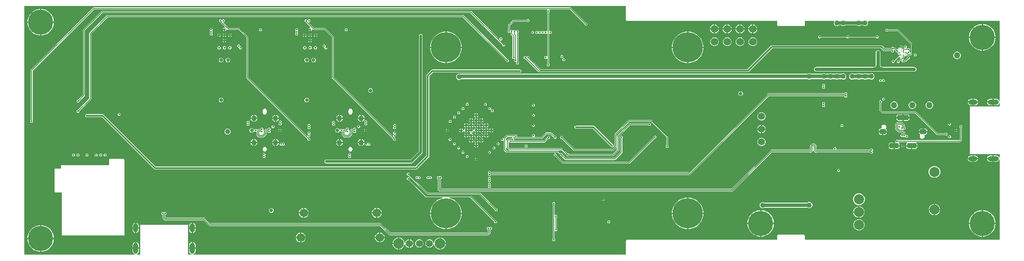
<source format=gbr>
%TF.GenerationSoftware,Altium Limited,Altium Designer,22.4.2 (48)*%
G04 Layer_Physical_Order=3*
G04 Layer_Color=16737894*
%FSLAX26Y26*%
%MOIN*%
%TF.SameCoordinates,8C98EB32-1E12-42CD-A60B-9DA89663A72C*%
%TF.FilePolarity,Positive*%
%TF.FileFunction,Copper,L3,Inr,Signal*%
%TF.Part,Single*%
G01*
G75*
%TA.AperFunction,Conductor*%
%ADD10C,0.006102*%
%ADD62C,0.005000*%
%ADD63C,0.007874*%
%ADD64C,0.013780*%
%ADD65C,0.005906*%
%ADD66C,0.019685*%
%ADD67C,0.027559*%
%TA.AperFunction,ComponentPad*%
%ADD76C,0.078740*%
%ADD77O,0.086614X0.039370*%
%ADD78O,0.070866X0.039370*%
G04:AMPARAMS|DCode=79|XSize=74.803mil|YSize=39.37mil|CornerRadius=9.842mil|HoleSize=0mil|Usage=FLASHONLY|Rotation=180.000|XOffset=0mil|YOffset=0mil|HoleType=Round|Shape=RoundedRectangle|*
%AMROUNDEDRECTD79*
21,1,0.074803,0.019685,0,0,180.0*
21,1,0.055118,0.039370,0,0,180.0*
1,1,0.019685,-0.027559,0.009843*
1,1,0.019685,0.027559,0.009843*
1,1,0.019685,0.027559,-0.009843*
1,1,0.019685,-0.027559,-0.009843*
%
%ADD79ROUNDEDRECTD79*%
G04:AMPARAMS|DCode=80|XSize=90.551mil|YSize=39.37mil|CornerRadius=9.842mil|HoleSize=0mil|Usage=FLASHONLY|Rotation=180.000|XOffset=0mil|YOffset=0mil|HoleType=Round|Shape=RoundedRectangle|*
%AMROUNDEDRECTD80*
21,1,0.090551,0.019685,0,0,180.0*
21,1,0.070866,0.039370,0,0,180.0*
1,1,0.019685,-0.035433,0.009843*
1,1,0.019685,0.035433,0.009843*
1,1,0.019685,0.035433,-0.009843*
1,1,0.019685,-0.035433,-0.009843*
%
%ADD80ROUNDEDRECTD80*%
G04:AMPARAMS|DCode=81|XSize=51.181mil|YSize=39.37mil|CornerRadius=9.842mil|HoleSize=0mil|Usage=FLASHONLY|Rotation=0.000|XOffset=0mil|YOffset=0mil|HoleType=Round|Shape=RoundedRectangle|*
%AMROUNDEDRECTD81*
21,1,0.051181,0.019685,0,0,0.0*
21,1,0.031496,0.039370,0,0,0.0*
1,1,0.019685,0.015748,-0.009843*
1,1,0.019685,-0.015748,-0.009843*
1,1,0.019685,-0.015748,0.009843*
1,1,0.019685,0.015748,0.009843*
%
%ADD81ROUNDEDRECTD81*%
%ADD82C,0.043307*%
%ADD83C,0.055118*%
%ADD84C,0.082677*%
%ADD85C,0.196850*%
%ADD86C,0.066929*%
%ADD87C,0.236220*%
%ADD88C,0.060000*%
%ADD89O,0.039370X0.086614*%
%ADD90O,0.039370X0.070866*%
%TA.AperFunction,ViaPad*%
%ADD91C,0.017716*%
%ADD92C,0.013780*%
%ADD93C,0.011811*%
%ADD94C,0.027559*%
%ADD95C,0.039370*%
%ADD96C,0.050000*%
%ADD97C,0.023622*%
%TA.AperFunction,Conductor*%
%ADD98C,0.005118*%
G36*
X7076419Y3818899D02*
X7076453Y3818726D01*
X7076425Y3818552D01*
X7076801Y3816949D01*
X7077068Y3815319D01*
X7077068Y3815318D01*
X7077161Y3815169D01*
X7077195Y3814997D01*
X7077293Y3814851D01*
X7077333Y3814679D01*
X7078295Y3813340D01*
X7079165Y3811938D01*
X7079308Y3811835D01*
X7079405Y3811690D01*
X7079406Y3811689D01*
X7079406Y3811689D01*
X7079551Y3811592D01*
X7079654Y3811448D01*
X7081055Y3810579D01*
X7082396Y3809616D01*
X7082568Y3809576D01*
X7082714Y3809478D01*
X7082886Y3809444D01*
X7083035Y3809352D01*
X7083036Y3809351D01*
X7084665Y3809084D01*
X7086269Y3808708D01*
X7086442Y3808737D01*
X7086616Y3808702D01*
X8257521D01*
Y3779529D01*
X8257556Y3779356D01*
X8257527Y3779182D01*
X8257903Y3777579D01*
X8258170Y3775949D01*
X8258171Y3775948D01*
X8258263Y3775799D01*
X8258297Y3775627D01*
X8258395Y3775481D01*
X8258435Y3775309D01*
X8259398Y3773970D01*
X8260267Y3772568D01*
X8260410Y3772465D01*
X8260507Y3772320D01*
X8260508Y3772319D01*
X8260508Y3772318D01*
X8260653Y3772222D01*
X8260756Y3772078D01*
X8262158Y3771209D01*
X8263498Y3770246D01*
X8263670Y3770206D01*
X8263816Y3770108D01*
X8263988Y3770074D01*
X8264137Y3769982D01*
X8264138Y3769981D01*
X8265767Y3769715D01*
X8267371Y3769338D01*
X8267545Y3769367D01*
X8267718Y3769332D01*
X8464565D01*
X8464739Y3769367D01*
X8464912Y3769338D01*
X8466516Y3769714D01*
X8468145Y3769981D01*
X8468146Y3769982D01*
X8468295Y3770074D01*
X8468467Y3770108D01*
X8468614Y3770206D01*
X8468785Y3770246D01*
X8470125Y3771209D01*
X8471527Y3772078D01*
X8471630Y3772222D01*
X8471775Y3772318D01*
X8471775Y3772319D01*
X8471776Y3772320D01*
X8471873Y3772465D01*
X8472016Y3772568D01*
X8472885Y3773969D01*
X8473848Y3775309D01*
X8473889Y3775481D01*
X8473986Y3775627D01*
X8474021Y3775799D01*
X8474113Y3775948D01*
X8474113Y3775949D01*
X8474380Y3777578D01*
X8474756Y3779183D01*
X8474728Y3779356D01*
X8474762Y3779529D01*
Y3808702D01*
X8701243D01*
X8704525Y3803702D01*
X8702165Y3798006D01*
Y3788608D01*
X8705762Y3779926D01*
X8712407Y3773281D01*
X8721089Y3769685D01*
X8730486D01*
X8739168Y3773281D01*
X8742056Y3776169D01*
X8759519D01*
X8762407Y3773281D01*
X8771089Y3769685D01*
X8780486D01*
X8789168Y3773281D01*
X8791761Y3775874D01*
X8880287D01*
X8882879Y3773281D01*
X8891561Y3769685D01*
X8900959D01*
X8909641Y3773281D01*
X8912430Y3776071D01*
X8930090D01*
X8932879Y3773281D01*
X8941561Y3769685D01*
X8950959D01*
X8959641Y3773281D01*
X8966286Y3779926D01*
X8969882Y3788608D01*
Y3798006D01*
X8967522Y3803702D01*
X8970804Y3808702D01*
X9999647D01*
Y3179102D01*
X9994647Y3178610D01*
X9993651Y3183617D01*
X9988213Y3191756D01*
X9980073Y3197194D01*
X9970472Y3199104D01*
X9951772D01*
Y3174016D01*
Y3148927D01*
X9970472D01*
X9980073Y3150837D01*
X9988213Y3156276D01*
X9993651Y3164415D01*
X9994647Y3169422D01*
X9999647Y3168929D01*
Y3138907D01*
X9769685D01*
X9768902Y3138583D01*
X9765748D01*
Y3135429D01*
X9765424Y3134646D01*
Y2770866D01*
X9765748Y2770083D01*
Y2766929D01*
X9768902D01*
X9769685Y2766605D01*
X9999647D01*
Y2736582D01*
X9994647Y2736090D01*
X9993651Y2741097D01*
X9988213Y2749236D01*
X9980073Y2754675D01*
X9970472Y2756584D01*
X9951772D01*
Y2731496D01*
Y2706408D01*
X9970472D01*
X9980073Y2708317D01*
X9988213Y2713756D01*
X9993651Y2721895D01*
X9994647Y2726902D01*
X9999647Y2726410D01*
Y2096810D01*
X8474762D01*
Y2125983D01*
X8474728Y2126156D01*
X8474756Y2126329D01*
X8474380Y2127933D01*
X8474113Y2129563D01*
X8474113Y2129564D01*
X8474021Y2129713D01*
X8473986Y2129885D01*
X8473888Y2130031D01*
X8473848Y2130203D01*
X8472886Y2131542D01*
X8472016Y2132944D01*
X8471873Y2133047D01*
X8471776Y2133192D01*
X8471775Y2133193D01*
X8471775Y2133193D01*
X8471630Y2133290D01*
X8471527Y2133434D01*
X8470126Y2134302D01*
X8468785Y2135266D01*
X8468613Y2135306D01*
X8468467Y2135404D01*
X8468295Y2135438D01*
X8468146Y2135530D01*
X8468145Y2135530D01*
X8466517Y2135797D01*
X8464912Y2136174D01*
X8464739Y2136145D01*
X8464565Y2136180D01*
X8267718D01*
X8267544Y2136145D01*
X8267371Y2136173D01*
X8265767Y2135798D01*
X8264138Y2135530D01*
X8264137Y2135530D01*
X8263988Y2135438D01*
X8263816Y2135404D01*
X8263670Y2135306D01*
X8263498Y2135265D01*
X8262158Y2134303D01*
X8260756Y2133434D01*
X8260653Y2133290D01*
X8260508Y2133193D01*
X8260508Y2133193D01*
X8260507Y2133192D01*
X8260410Y2133047D01*
X8260267Y2132944D01*
X8259398Y2131543D01*
X8258435Y2130203D01*
X8258395Y2130031D01*
X8258297Y2129885D01*
X8258263Y2129713D01*
X8258171Y2129564D01*
X8258170Y2129563D01*
X8257903Y2127934D01*
X8257527Y2126329D01*
X8257556Y2126156D01*
X8257521Y2125983D01*
Y2096810D01*
X7086616D01*
X7086442Y2096775D01*
X7086269Y2096803D01*
X7084665Y2096427D01*
X7083036Y2096160D01*
X7083035Y2096160D01*
X7082886Y2096068D01*
X7082714Y2096034D01*
X7082568Y2095936D01*
X7082396Y2095895D01*
X7081056Y2094933D01*
X7079654Y2094063D01*
X7079551Y2093920D01*
X7079406Y2093823D01*
X7079406Y2093823D01*
X7079405Y2093822D01*
X7079308Y2093677D01*
X7079165Y2093574D01*
X7078296Y2092173D01*
X7077333Y2090832D01*
X7077293Y2090661D01*
X7077195Y2090514D01*
X7077161Y2090342D01*
X7077068Y2090193D01*
X7077068Y2090193D01*
X7076801Y2088564D01*
X7076425Y2086959D01*
X7076453Y2086786D01*
X7076419Y2086613D01*
Y1978699D01*
X3690913D01*
X3690420Y1983699D01*
X3695428Y1984695D01*
X3703567Y1990134D01*
X3709005Y1998273D01*
X3710915Y2007874D01*
Y2026575D01*
X3660738D01*
Y2007874D01*
X3662648Y1998273D01*
X3668086Y1990134D01*
X3676226Y1984695D01*
X3681233Y1983699D01*
X3680741Y1978699D01*
X3650718D01*
Y2208661D01*
X3650394Y2209445D01*
Y2212598D01*
X3647240D01*
X3646457Y2212923D01*
X3282677D01*
X3281894Y2212598D01*
X3278740D01*
Y2209445D01*
X3278416Y2208661D01*
Y1978699D01*
X3248393D01*
X3247901Y1983699D01*
X3252908Y1984695D01*
X3261047Y1990134D01*
X3266486Y1998273D01*
X3268396Y2007874D01*
Y2026575D01*
X3218219D01*
Y2007874D01*
X3220128Y1998273D01*
X3225567Y1990134D01*
X3233706Y1984695D01*
X3238713Y1983699D01*
X3238221Y1978699D01*
X2372400D01*
Y3926812D01*
X7076419D01*
Y3818899D01*
D02*
G37*
%LPC*%
G36*
X4600579Y3821850D02*
X4596272D01*
X4592292Y3820202D01*
X4589247Y3817156D01*
X4588828Y3816146D01*
X4583416D01*
X4582997Y3817156D01*
X4579952Y3820202D01*
X4575972Y3821850D01*
X4571665D01*
X4567686Y3820202D01*
X4564641Y3817156D01*
X4562992Y3813177D01*
Y3808870D01*
X4564641Y3804891D01*
X4567686Y3801845D01*
X4569774Y3800980D01*
X4570450Y3800394D01*
X4570909Y3800242D01*
X4571780Y3799879D01*
X4572056Y3799740D01*
X4572850Y3799261D01*
X4573103Y3799082D01*
X4573838Y3798475D01*
X4574190Y3798139D01*
X4574645Y3797963D01*
X4611056Y3761552D01*
X4609607Y3758231D01*
X4608569Y3756968D01*
X4603543D01*
X4598449Y3754859D01*
X4594551Y3750960D01*
X4593338Y3748031D01*
X4606299D01*
Y3743110D01*
X4611220D01*
Y3730149D01*
X4614149Y3731362D01*
X4618048Y3735260D01*
X4620157Y3740354D01*
Y3745380D01*
X4621420Y3746418D01*
X4624741Y3747867D01*
X4632026Y3740582D01*
X4634155Y3739160D01*
X4636667Y3738660D01*
X4720562D01*
X4777886Y3681337D01*
Y3366142D01*
X4778385Y3363630D01*
X4779808Y3361501D01*
X5254219Y2887090D01*
X5254384Y2886648D01*
X5254729Y2886278D01*
X5254929Y2886029D01*
X5255094Y2885787D01*
X5255228Y2885553D01*
X5255336Y2885321D01*
X5255422Y2885087D01*
X5255490Y2884840D01*
X5255540Y2884576D01*
X5255570Y2884287D01*
X5255583Y2883810D01*
X5255905Y2883088D01*
Y2881705D01*
X5257554Y2877726D01*
X5260599Y2874680D01*
X5264579Y2873032D01*
X5268886D01*
X5272865Y2874680D01*
X5275911Y2877726D01*
X5277559Y2881705D01*
Y2886012D01*
X5275911Y2889991D01*
X5272865Y2893037D01*
X5268886Y2894685D01*
X5267502D01*
X5266780Y2895008D01*
X5266304Y2895021D01*
X5266014Y2895051D01*
X5265751Y2895101D01*
X5265503Y2895168D01*
X5265270Y2895254D01*
X5265036Y2895363D01*
X5264803Y2895496D01*
X5264562Y2895661D01*
X5264312Y2895862D01*
X5263943Y2896206D01*
X5263501Y2896371D01*
X5259634Y2900238D01*
X5262467Y2904477D01*
X5265122Y2903377D01*
X5269429D01*
X5273408Y2905025D01*
X5276454Y2908071D01*
X5278102Y2912050D01*
Y2916357D01*
X5276454Y2920336D01*
X5273562Y2923228D01*
X5276454Y2926120D01*
X5278102Y2930100D01*
Y2934407D01*
X5276454Y2938386D01*
X5273408Y2941432D01*
X5269429Y2943080D01*
X5265122D01*
X5261142Y2941432D01*
X5258097Y2938386D01*
X5256449Y2934407D01*
Y2930100D01*
X5258097Y2926120D01*
X5260989Y2923228D01*
X5258097Y2920336D01*
X5256449Y2916357D01*
Y2912050D01*
X5257548Y2909395D01*
X5253310Y2906562D01*
X4791012Y3368860D01*
Y3684055D01*
X4790512Y3686567D01*
X4789090Y3688696D01*
X4727922Y3749864D01*
X4725792Y3751287D01*
X4723281Y3751786D01*
X4639385D01*
X4595764Y3795407D01*
X4598046Y3800197D01*
X4600579D01*
X4604558Y3801845D01*
X4607604Y3804891D01*
X4609252Y3808870D01*
Y3813177D01*
X4607604Y3817156D01*
X4604558Y3820202D01*
X4600579Y3821850D01*
D02*
G37*
G36*
X3931287D02*
X3926980D01*
X3923001Y3820202D01*
X3919956Y3817156D01*
X3919537Y3816146D01*
X3914125D01*
X3913706Y3817156D01*
X3910660Y3820202D01*
X3906681Y3821850D01*
X3902374D01*
X3898395Y3820202D01*
X3895349Y3817156D01*
X3893701Y3813177D01*
Y3808870D01*
X3895349Y3804891D01*
X3898395Y3801845D01*
X3902374Y3800197D01*
X3903758D01*
X3904480Y3799874D01*
X3904956Y3799861D01*
X3905246Y3799831D01*
X3905509Y3799781D01*
X3905756Y3799713D01*
X3905990Y3799628D01*
X3906223Y3799519D01*
X3906456Y3799386D01*
X3906697Y3799221D01*
X3906948Y3799020D01*
X3907317Y3798676D01*
X3907759Y3798511D01*
X3908431Y3797838D01*
Y3797604D01*
X3908931Y3795093D01*
X3910353Y3792963D01*
X3941765Y3761552D01*
X3940315Y3758231D01*
X3939277Y3756968D01*
X3934251D01*
X3929158Y3754859D01*
X3925260Y3750960D01*
X3924046Y3748031D01*
X3937008D01*
Y3743110D01*
X3941929D01*
Y3730149D01*
X3944858Y3731362D01*
X3948756Y3735260D01*
X3950866Y3740354D01*
Y3745380D01*
X3952128Y3746418D01*
X3955449Y3747868D01*
X3962735Y3740582D01*
X3964864Y3739160D01*
X3967376Y3738660D01*
X4051271D01*
X4108594Y3681337D01*
Y3366142D01*
X4109094Y3363630D01*
X4110517Y3361501D01*
X4584928Y2887090D01*
X4585093Y2886648D01*
X4585437Y2886278D01*
X4585638Y2886029D01*
X4585803Y2885787D01*
X4585936Y2885553D01*
X4586045Y2885321D01*
X4586131Y2885087D01*
X4586199Y2884840D01*
X4586248Y2884576D01*
X4586279Y2884287D01*
X4586292Y2883810D01*
X4586614Y2883088D01*
Y2881705D01*
X4588262Y2877726D01*
X4591308Y2874680D01*
X4595287Y2873032D01*
X4599595D01*
X4603574Y2874680D01*
X4606619Y2877726D01*
X4608268Y2881705D01*
Y2886012D01*
X4606619Y2889991D01*
X4603574Y2893037D01*
X4599595Y2894685D01*
X4598211D01*
X4597489Y2895008D01*
X4597012Y2895021D01*
X4596722Y2895051D01*
X4596459Y2895101D01*
X4596212Y2895168D01*
X4595978Y2895254D01*
X4595745Y2895363D01*
X4595512Y2895496D01*
X4595271Y2895661D01*
X4595020Y2895862D01*
X4594651Y2896206D01*
X4594209Y2896371D01*
X4590343Y2900238D01*
X4593175Y2904477D01*
X4595830Y2903377D01*
X4600138D01*
X4604117Y2905025D01*
X4607162Y2908071D01*
X4608811Y2912050D01*
Y2916357D01*
X4607162Y2920336D01*
X4604270Y2923228D01*
X4607162Y2926120D01*
X4608811Y2930100D01*
Y2934407D01*
X4607162Y2938386D01*
X4604117Y2941432D01*
X4600138Y2943080D01*
X4595830D01*
X4591851Y2941432D01*
X4588806Y2938386D01*
X4587157Y2934407D01*
Y2930100D01*
X4588806Y2926120D01*
X4591698Y2923228D01*
X4588806Y2920336D01*
X4587157Y2916357D01*
Y2912050D01*
X4588257Y2909395D01*
X4584018Y2906562D01*
X4121721Y3368860D01*
Y3684055D01*
X4121221Y3686567D01*
X4119798Y3688696D01*
X4058630Y3749864D01*
X4056501Y3751287D01*
X4053990Y3751786D01*
X3970094D01*
X3926473Y3795407D01*
X3928754Y3800197D01*
X3931287D01*
X3935267Y3801845D01*
X3938312Y3804891D01*
X3939961Y3808870D01*
Y3813177D01*
X3938312Y3817156D01*
X3935267Y3820202D01*
X3931287Y3821850D01*
D02*
G37*
G36*
X2508133Y3902559D02*
X2504921D01*
Y3804134D01*
X2603347D01*
Y3807346D01*
X2600802Y3823413D01*
X2595775Y3838884D01*
X2588390Y3853378D01*
X2578828Y3866538D01*
X2567326Y3878041D01*
X2554165Y3887602D01*
X2539671Y3894988D01*
X2524200Y3900014D01*
X2508133Y3902559D01*
D02*
G37*
G36*
X2495079D02*
X2491867D01*
X2475800Y3900014D01*
X2460329Y3894988D01*
X2445835Y3887602D01*
X2432674Y3878041D01*
X2421172Y3866538D01*
X2411610Y3853378D01*
X2404225Y3838884D01*
X2399198Y3823413D01*
X2396653Y3807346D01*
Y3804134D01*
X2495079D01*
Y3902559D01*
D02*
G37*
G36*
X6313177Y3821850D02*
X6308870D01*
X6304891Y3820202D01*
X6303930Y3819241D01*
X6303210Y3818975D01*
X6302979Y3818762D01*
X6302890Y3818694D01*
X6302776Y3818624D01*
X6302628Y3818551D01*
X6302437Y3818476D01*
X6302197Y3818404D01*
X6301900Y3818339D01*
X6301546Y3818287D01*
X6301134Y3818252D01*
X6300552Y3818236D01*
X6300130Y3818048D01*
X6196850D01*
X6194162Y3817514D01*
X6191883Y3815991D01*
X6156450Y3780558D01*
X6154927Y3778279D01*
X6154393Y3775590D01*
Y3739241D01*
X6154205Y3738819D01*
X6154189Y3738236D01*
X6154155Y3737825D01*
X6154102Y3737470D01*
X6154037Y3737174D01*
X6153965Y3736933D01*
X6153890Y3736742D01*
X6153817Y3736594D01*
X6153747Y3736480D01*
X6153679Y3736391D01*
X6153466Y3736160D01*
X6153200Y3735441D01*
X6152239Y3734479D01*
X6150591Y3730500D01*
Y3726193D01*
X6152239Y3722214D01*
X6155284Y3719168D01*
X6159264Y3717520D01*
X6160738D01*
X6161417Y3717385D01*
X6162096Y3717520D01*
X6163571D01*
X6167550Y3719168D01*
X6168640Y3720258D01*
X6170268Y3720954D01*
X6171942Y3720526D01*
X6175015Y3719519D01*
X6175080Y3719223D01*
X6175132Y3718869D01*
X6175167Y3718456D01*
X6175183Y3717874D01*
X6175371Y3717453D01*
Y3706384D01*
X6175905Y3703696D01*
X6177428Y3701417D01*
X6189826Y3689019D01*
Y3534516D01*
X6189638Y3534094D01*
X6189622Y3533512D01*
X6189588Y3533101D01*
X6189535Y3532745D01*
X6189470Y3532449D01*
X6189398Y3532209D01*
X6189323Y3532017D01*
X6189250Y3531870D01*
X6189180Y3531756D01*
X6189112Y3531666D01*
X6188899Y3531435D01*
X6188633Y3530716D01*
X6187672Y3529755D01*
X6186024Y3525776D01*
Y3521468D01*
X6187672Y3517489D01*
X6190718Y3514444D01*
X6194697Y3512795D01*
X6199004D01*
X6203761Y3510100D01*
X6203997Y3509492D01*
X6204271Y3506984D01*
X6203420Y3506133D01*
X6201772Y3502154D01*
Y3497846D01*
X6203420Y3493867D01*
X6206466Y3490822D01*
X6210445Y3489173D01*
X6214752D01*
X6215410Y3489446D01*
X6216532Y3488550D01*
X6218739Y3485413D01*
X6217520Y3482469D01*
Y3478161D01*
X6219168Y3474182D01*
X6222214Y3471137D01*
X6226193Y3469488D01*
X6230500D01*
X6234479Y3471137D01*
X6237525Y3474182D01*
X6239173Y3478161D01*
Y3482469D01*
X6237525Y3486448D01*
X6236564Y3487409D01*
X6236298Y3488128D01*
X6236085Y3488359D01*
X6236017Y3488449D01*
X6235947Y3488562D01*
X6235873Y3488711D01*
X6235799Y3488902D01*
X6235727Y3489142D01*
X6235662Y3489439D01*
X6235609Y3489793D01*
X6235575Y3490205D01*
X6235559Y3490788D01*
X6235371Y3491209D01*
Y3717452D01*
X6235559Y3717874D01*
X6235575Y3718457D01*
X6235609Y3718868D01*
X6235662Y3719223D01*
X6235727Y3719519D01*
X6235799Y3719760D01*
X6235874Y3719951D01*
X6235947Y3720099D01*
X6236017Y3720213D01*
X6236085Y3720302D01*
X6236298Y3720533D01*
X6236564Y3721253D01*
X6237525Y3722214D01*
X6239173Y3726193D01*
Y3730500D01*
X6237525Y3734479D01*
X6234479Y3737525D01*
X6230500Y3739173D01*
X6226193D01*
X6222214Y3737525D01*
X6219168Y3734479D01*
X6213903D01*
X6210857Y3737525D01*
X6206878Y3739173D01*
X6202571D01*
X6198592Y3737525D01*
X6196564Y3735497D01*
X6193560Y3734885D01*
X6190556Y3735497D01*
X6188528Y3737525D01*
X6184549Y3739173D01*
X6180242D01*
X6176263Y3737525D01*
X6175173Y3736435D01*
X6173545Y3735739D01*
X6171871Y3736167D01*
X6168797Y3737174D01*
X6168733Y3737470D01*
X6168680Y3737824D01*
X6168645Y3738236D01*
X6168630Y3738819D01*
X6168442Y3739241D01*
Y3772681D01*
X6199760Y3803999D01*
X6300130D01*
X6300552Y3803811D01*
X6301134Y3803795D01*
X6301545Y3803761D01*
X6301900Y3803708D01*
X6302197Y3803643D01*
X6302437Y3803571D01*
X6302628Y3803497D01*
X6302776Y3803423D01*
X6302890Y3803353D01*
X6302979Y3803285D01*
X6303210Y3803072D01*
X6303930Y3802806D01*
X6304891Y3801845D01*
X6308870Y3800197D01*
X6313177D01*
X6317156Y3801845D01*
X6320202Y3804891D01*
X6321850Y3808870D01*
Y3813177D01*
X6320202Y3817156D01*
X6317156Y3820202D01*
X6313177Y3821850D01*
D02*
G37*
G36*
X2913386Y3915509D02*
X2910314Y3914898D01*
X2907709Y3913157D01*
X2423457Y3428905D01*
X2421717Y3426300D01*
X2421106Y3423228D01*
Y3033894D01*
X2420937Y3033512D01*
X2420904Y3032171D01*
X2420822Y3031220D01*
X2420783Y3030965D01*
X2420744Y3030784D01*
X2420732Y3030743D01*
X2420676Y3030605D01*
X2420677Y3030555D01*
X2420673Y3030544D01*
X2420677Y3030509D01*
X2420678Y3030477D01*
X2419955Y3029755D01*
X2418307Y3025776D01*
Y3021468D01*
X2419955Y3017489D01*
X2423001Y3014444D01*
X2426980Y3012795D01*
X2431287D01*
X2435267Y3014444D01*
X2438312Y3017489D01*
X2439961Y3021468D01*
Y3025776D01*
X2438312Y3029755D01*
X2437590Y3030477D01*
X2437590Y3030509D01*
X2437594Y3030544D01*
X2437591Y3030555D01*
X2437591Y3030605D01*
X2437536Y3030743D01*
X2437524Y3030783D01*
X2437485Y3030965D01*
X2437452Y3031182D01*
X2437339Y3032812D01*
X2437332Y3033459D01*
X2437162Y3033856D01*
Y3419903D01*
X2916711Y3899452D01*
X6460285D01*
X6461411Y3897051D01*
X6461818Y3894452D01*
X6459325Y3891960D01*
X6457677Y3887980D01*
Y3883673D01*
X6459325Y3879694D01*
X6460048Y3878972D01*
X6460047Y3878940D01*
X6460044Y3878905D01*
X6460047Y3878894D01*
X6460046Y3878844D01*
X6460102Y3878706D01*
X6460114Y3878666D01*
X6460153Y3878483D01*
X6460186Y3878267D01*
X6460298Y3876637D01*
X6460306Y3875990D01*
X6460476Y3875593D01*
Y3731198D01*
X6455476Y3729127D01*
X6454952Y3729651D01*
X6450972Y3731299D01*
X6446665D01*
X6442686Y3729651D01*
X6439641Y3726605D01*
X6434375D01*
X6431330Y3729651D01*
X6427350Y3731299D01*
X6423043D01*
X6419064Y3729651D01*
X6416019Y3726605D01*
X6410753D01*
X6407708Y3729651D01*
X6403728Y3731299D01*
X6399421D01*
X6395442Y3729651D01*
X6392396Y3726605D01*
X6387131D01*
X6384086Y3729651D01*
X6380106Y3731299D01*
X6375799D01*
X6371820Y3729651D01*
X6368774Y3726605D01*
X6367126Y3722626D01*
Y3718319D01*
X6368774Y3714340D01*
X6371820Y3711294D01*
X6375799Y3709646D01*
X6380106D01*
X6384086Y3711294D01*
X6387131Y3714340D01*
X6392396D01*
X6395442Y3711294D01*
X6399421Y3709646D01*
X6403728D01*
X6407708Y3711294D01*
X6410753Y3714340D01*
X6416019D01*
X6419064Y3711294D01*
X6423043Y3709646D01*
X6427350D01*
X6431330Y3711294D01*
X6434375Y3714340D01*
X6439641D01*
X6442686Y3711294D01*
X6446665Y3709646D01*
X6450972D01*
X6454952Y3711294D01*
X6455476Y3711818D01*
X6460476Y3709747D01*
Y3534348D01*
X6455476Y3532277D01*
X6454952Y3532801D01*
X6450972Y3534449D01*
X6446665D01*
X6442686Y3532801D01*
X6439640Y3529755D01*
X6437992Y3525776D01*
Y3521469D01*
X6439640Y3517489D01*
X6442686Y3514444D01*
X6446665Y3512796D01*
X6450972D01*
X6454952Y3514444D01*
X6455476Y3514968D01*
X6460476Y3512897D01*
Y3474839D01*
X6460307Y3474457D01*
X6460275Y3473115D01*
X6460192Y3472165D01*
X6460153Y3471910D01*
X6460114Y3471729D01*
X6460102Y3471688D01*
X6460046Y3471550D01*
X6460047Y3471500D01*
X6460044Y3471489D01*
X6460047Y3471454D01*
X6460048Y3471422D01*
X6459325Y3470700D01*
X6457677Y3466720D01*
Y3462413D01*
X6459325Y3458434D01*
X6462371Y3455389D01*
X6466350Y3453740D01*
X6470658D01*
X6474637Y3455389D01*
X6477682Y3458434D01*
X6479331Y3462413D01*
Y3466720D01*
X6477682Y3470700D01*
X6476960Y3471422D01*
X6476960Y3471454D01*
X6476964Y3471489D01*
X6476961Y3471500D01*
X6476961Y3471550D01*
X6476906Y3471688D01*
X6476894Y3471728D01*
X6476855Y3471910D01*
X6476822Y3472127D01*
X6476709Y3473757D01*
X6476702Y3474404D01*
X6476532Y3474801D01*
Y3705555D01*
X6481532Y3708896D01*
X6482098Y3708662D01*
X6486406D01*
X6490385Y3710310D01*
X6493430Y3713355D01*
X6495079Y3717335D01*
Y3721642D01*
X6493430Y3725621D01*
X6490385Y3728667D01*
X6486406Y3730315D01*
X6482098D01*
X6481532Y3730080D01*
X6476532Y3733421D01*
Y3875555D01*
X6476701Y3875937D01*
X6476733Y3877278D01*
X6476816Y3878228D01*
X6476855Y3878483D01*
X6476894Y3878665D01*
X6476906Y3878706D01*
X6476961Y3878844D01*
X6476961Y3878894D01*
X6476964Y3878905D01*
X6476960Y3878940D01*
X6476960Y3878972D01*
X6477682Y3879694D01*
X6479331Y3883673D01*
Y3887980D01*
X6477682Y3891960D01*
X6475190Y3894452D01*
X6475597Y3897051D01*
X6476723Y3899452D01*
X6637423D01*
X6750839Y3786035D01*
X6750990Y3785646D01*
X6751915Y3784675D01*
X6752530Y3783944D01*
X6752682Y3783735D01*
X6752782Y3783581D01*
X6752802Y3783544D01*
X6752861Y3783407D01*
X6752896Y3783373D01*
X6752903Y3783361D01*
X6752932Y3783337D01*
X6752953Y3783317D01*
Y3782295D01*
X6754601Y3778316D01*
X6757647Y3775270D01*
X6761626Y3773622D01*
X6765933D01*
X6769912Y3775270D01*
X6772958Y3778316D01*
X6774606Y3782295D01*
Y3786602D01*
X6772958Y3790582D01*
X6769912Y3793627D01*
X6765933Y3795276D01*
X6764911D01*
X6764894Y3795294D01*
X6764868Y3795325D01*
X6764856Y3795332D01*
X6764821Y3795367D01*
X6764685Y3795425D01*
X6764647Y3795446D01*
X6764493Y3795546D01*
X6764315Y3795676D01*
X6763084Y3796749D01*
X6762620Y3797202D01*
X6762220Y3797362D01*
X6646425Y3913157D01*
X6643820Y3914898D01*
X6640748Y3915509D01*
X2913386D01*
X2913386Y3915509D01*
D02*
G37*
G36*
X8072638Y3781685D02*
Y3751772D01*
X8102551D01*
X8100258Y3760329D01*
X8095660Y3768293D01*
X8089159Y3774794D01*
X8081196Y3779392D01*
X8072638Y3781685D01*
D02*
G37*
G36*
X7972638D02*
Y3751772D01*
X8002551D01*
X8000258Y3760329D01*
X7995660Y3768293D01*
X7989159Y3774794D01*
X7981196Y3779392D01*
X7972638Y3781685D01*
D02*
G37*
G36*
X7872638D02*
Y3751772D01*
X7902551D01*
X7900258Y3760329D01*
X7895660Y3768293D01*
X7889159Y3774794D01*
X7881196Y3779392D01*
X7872638Y3781685D01*
D02*
G37*
G36*
X8062796Y3781685D02*
X8054237Y3779392D01*
X8046274Y3774794D01*
X8039773Y3768293D01*
X8035175Y3760329D01*
X8032882Y3751772D01*
X8062796D01*
Y3781685D01*
D02*
G37*
G36*
X7962796D02*
X7954237Y3779392D01*
X7946274Y3774794D01*
X7939773Y3768293D01*
X7935175Y3760329D01*
X7932882Y3751772D01*
X7962796D01*
Y3781685D01*
D02*
G37*
G36*
X7862796D02*
X7854237Y3779392D01*
X7846274Y3774794D01*
X7839773Y3768293D01*
X7835175Y3760329D01*
X7832882Y3751772D01*
X7862796D01*
Y3781685D01*
D02*
G37*
G36*
X7772638Y3781685D02*
Y3751771D01*
X7802551D01*
X7800258Y3760329D01*
X7795660Y3768293D01*
X7789159Y3774794D01*
X7781196Y3779392D01*
X7772638Y3781685D01*
D02*
G37*
G36*
X7762796Y3781685D02*
X7754237Y3779392D01*
X7746274Y3774794D01*
X7739773Y3768293D01*
X7735175Y3760329D01*
X7732882Y3751771D01*
X7762796D01*
Y3781685D01*
D02*
G37*
G36*
X4601378Y3738189D02*
X4593338D01*
X4594551Y3735260D01*
X4598449Y3731362D01*
X4601378Y3730149D01*
Y3738189D01*
D02*
G37*
G36*
X3932087D02*
X3924046D01*
X3925260Y3735260D01*
X3929158Y3731362D01*
X3932087Y3730149D01*
Y3738189D01*
D02*
G37*
G36*
X4889949Y3750984D02*
X4885642D01*
X4881662Y3749336D01*
X4878617Y3746290D01*
X4876968Y3742311D01*
Y3738004D01*
X4878617Y3734025D01*
X4881662Y3730979D01*
X4885642Y3729331D01*
X4889949D01*
X4893928Y3730979D01*
X4896974Y3734025D01*
X4898622Y3738004D01*
Y3742311D01*
X4896974Y3746290D01*
X4893928Y3749336D01*
X4889949Y3750984D01*
D02*
G37*
G36*
X4220658D02*
X4216350D01*
X4212371Y3749336D01*
X4209325Y3746290D01*
X4207677Y3742311D01*
Y3738004D01*
X4209325Y3734025D01*
X4212371Y3730979D01*
X4216350Y3729331D01*
X4220658D01*
X4224637Y3730979D01*
X4227682Y3734025D01*
X4229331Y3738004D01*
Y3742311D01*
X4227682Y3746290D01*
X4224637Y3749336D01*
X4220658Y3750984D01*
D02*
G37*
G36*
X7802551Y3741929D02*
X7772638D01*
Y3712016D01*
X7781196Y3714309D01*
X7789159Y3718906D01*
X7795660Y3725408D01*
X7800258Y3733371D01*
X7802551Y3741929D01*
D02*
G37*
G36*
X8002551Y3741930D02*
X7972638D01*
Y3712016D01*
X7981196Y3714309D01*
X7989159Y3718906D01*
X7995660Y3725408D01*
X8000258Y3733371D01*
X8002551Y3741930D01*
D02*
G37*
G36*
X7902551D02*
X7872638D01*
Y3712016D01*
X7881196Y3714309D01*
X7889159Y3718906D01*
X7895660Y3725408D01*
X7900258Y3733371D01*
X7902551Y3741930D01*
D02*
G37*
G36*
X8102551D02*
X8072638D01*
Y3712016D01*
X8081196Y3714309D01*
X8089159Y3718906D01*
X8095660Y3725408D01*
X8100258Y3733371D01*
X8102551Y3741930D01*
D02*
G37*
G36*
X8062796D02*
X8032882D01*
X8035175Y3733371D01*
X8039773Y3725408D01*
X8046274Y3718906D01*
X8054237Y3714309D01*
X8062796Y3712016D01*
Y3741930D01*
D02*
G37*
G36*
X7962796D02*
X7932882D01*
X7935175Y3733371D01*
X7939773Y3725408D01*
X7946274Y3718906D01*
X7954237Y3714309D01*
X7962796Y3712016D01*
Y3741930D01*
D02*
G37*
G36*
X7862796D02*
X7832882D01*
X7835175Y3733371D01*
X7839773Y3725408D01*
X7846274Y3718906D01*
X7854237Y3714309D01*
X7862796Y3712016D01*
Y3741930D01*
D02*
G37*
G36*
X7762796Y3741929D02*
X7732882D01*
X7735175Y3733371D01*
X7739773Y3725408D01*
X7746274Y3718906D01*
X7754237Y3714309D01*
X7762796Y3712016D01*
Y3741929D01*
D02*
G37*
G36*
X6348610Y3731299D02*
X6344303D01*
X6340324Y3729651D01*
X6337278Y3726605D01*
X6335630Y3722626D01*
Y3718319D01*
X6337278Y3714340D01*
X6340324Y3711294D01*
X6344303Y3709646D01*
X6348610D01*
X6352590Y3711294D01*
X6355635Y3714340D01*
X6357283Y3718319D01*
Y3722626D01*
X6355635Y3726605D01*
X6352590Y3729651D01*
X6348610Y3731299D01*
D02*
G37*
G36*
X4653543Y3712371D02*
Y3704331D01*
X4661584D01*
X4660370Y3707259D01*
X4656472Y3711158D01*
X4653543Y3712371D01*
D02*
G37*
G36*
X4643701D02*
X4640772Y3711158D01*
X4636874Y3707259D01*
X4635660Y3704331D01*
X4643701D01*
Y3712371D01*
D02*
G37*
G36*
X4611220D02*
Y3704331D01*
X4619261D01*
X4618048Y3707259D01*
X4614149Y3711158D01*
X4611220Y3712371D01*
D02*
G37*
G36*
X4601378D02*
X4598449Y3711158D01*
X4594551Y3707259D01*
X4593338Y3704331D01*
X4601378D01*
Y3712371D01*
D02*
G37*
G36*
X4568898D02*
Y3704331D01*
X4576938D01*
X4575725Y3707259D01*
X4571826Y3711158D01*
X4568898Y3712371D01*
D02*
G37*
G36*
X4559055D02*
X4556126Y3711158D01*
X4552228Y3707259D01*
X4551015Y3704331D01*
X4559055D01*
Y3712371D01*
D02*
G37*
G36*
X3984252D02*
Y3704331D01*
X3992292D01*
X3991079Y3707259D01*
X3987181Y3711158D01*
X3984252Y3712371D01*
D02*
G37*
G36*
X3974410D02*
X3971481Y3711158D01*
X3967582Y3707259D01*
X3966369Y3704331D01*
X3974410D01*
Y3712371D01*
D02*
G37*
G36*
X3941929D02*
Y3704331D01*
X3949970D01*
X3948756Y3707259D01*
X3944858Y3711158D01*
X3941929Y3712371D01*
D02*
G37*
G36*
X3932087D02*
X3929158Y3711158D01*
X3925260Y3707259D01*
X3924046Y3704331D01*
X3932087D01*
Y3712371D01*
D02*
G37*
G36*
X3899606D02*
Y3704331D01*
X3907647D01*
X3906434Y3707259D01*
X3902535Y3711158D01*
X3899606Y3712371D01*
D02*
G37*
G36*
X3889764D02*
X3886835Y3711158D01*
X3882937Y3707259D01*
X3881724Y3704331D01*
X3889764D01*
Y3712371D01*
D02*
G37*
G36*
X4504122Y3752953D02*
X4499815D01*
X4495836Y3751304D01*
X4492790Y3748259D01*
X4491142Y3744280D01*
Y3739972D01*
X4492790Y3735993D01*
X4495516Y3733268D01*
X4492790Y3730542D01*
X4491142Y3726563D01*
Y3722256D01*
X4492790Y3718277D01*
X4495516Y3715551D01*
X4492790Y3712826D01*
X4491142Y3708847D01*
Y3704539D01*
X4492790Y3700560D01*
X4495836Y3697515D01*
X4499815Y3695866D01*
X4504122D01*
X4508101Y3697515D01*
X4511147Y3700560D01*
X4512795Y3704539D01*
Y3708847D01*
X4511147Y3712826D01*
X4508421Y3715551D01*
X4511147Y3718277D01*
X4512795Y3722256D01*
Y3726563D01*
X4511147Y3730542D01*
X4508421Y3733268D01*
X4511147Y3735993D01*
X4512795Y3739972D01*
Y3744280D01*
X4511147Y3748259D01*
X4508101Y3751304D01*
X4504122Y3752953D01*
D02*
G37*
G36*
X3834831D02*
X3830523D01*
X3826544Y3751304D01*
X3823499Y3748259D01*
X3821850Y3744280D01*
Y3739972D01*
X3823499Y3735993D01*
X3826224Y3733268D01*
X3823499Y3730542D01*
X3821851Y3726563D01*
Y3722256D01*
X3823499Y3718277D01*
X3826224Y3715551D01*
X3823499Y3712826D01*
X3821850Y3708847D01*
Y3704539D01*
X3823499Y3700560D01*
X3826544Y3697515D01*
X3830523Y3695866D01*
X3834831D01*
X3838810Y3697515D01*
X3841856Y3700560D01*
X3843504Y3704539D01*
Y3708847D01*
X3841856Y3712826D01*
X3839130Y3715551D01*
X3841856Y3718277D01*
X3843504Y3722256D01*
Y3726563D01*
X3841856Y3730542D01*
X3839130Y3733268D01*
X3841856Y3735993D01*
X3843504Y3739972D01*
Y3744280D01*
X3841856Y3748259D01*
X3838810Y3751304D01*
X3834831Y3752953D01*
D02*
G37*
G36*
X2603347Y3794291D02*
X2504921D01*
Y3695866D01*
X2508133D01*
X2524200Y3698411D01*
X2539671Y3703438D01*
X2554165Y3710823D01*
X2567326Y3720384D01*
X2578828Y3731887D01*
X2588390Y3745047D01*
X2595775Y3759541D01*
X2600802Y3775012D01*
X2603347Y3791079D01*
Y3794291D01*
D02*
G37*
G36*
X2495079D02*
X2396653D01*
Y3791079D01*
X2399198Y3775012D01*
X2404225Y3759541D01*
X2411610Y3745047D01*
X2421172Y3731887D01*
X2432674Y3720384D01*
X2445835Y3710823D01*
X2460329Y3703438D01*
X2475800Y3698411D01*
X2491867Y3695866D01*
X2495079D01*
Y3794291D01*
D02*
G37*
G36*
X9043492Y3695866D02*
X9039185D01*
X9035206Y3694218D01*
X9034227Y3693239D01*
X9033488Y3692957D01*
X9033142Y3692629D01*
X9032917Y3692446D01*
X9032695Y3692295D01*
X9032474Y3692169D01*
X9032245Y3692063D01*
X9032006Y3691976D01*
X9031745Y3691905D01*
X9031458Y3691851D01*
X9031139Y3691816D01*
X9030635Y3691798D01*
X9030206Y3691602D01*
X8822156D01*
X8821727Y3691798D01*
X8821223Y3691816D01*
X8820904Y3691851D01*
X8820618Y3691905D01*
X8820357Y3691976D01*
X8820117Y3692063D01*
X8819888Y3692169D01*
X8819668Y3692294D01*
X8819445Y3692446D01*
X8819220Y3692629D01*
X8818874Y3692957D01*
X8818135Y3693239D01*
X8817156Y3694218D01*
X8813177Y3695866D01*
X8808870D01*
X8804891Y3694218D01*
X8803912Y3693239D01*
X8803174Y3692957D01*
X8802827Y3692629D01*
X8802602Y3692446D01*
X8802380Y3692295D01*
X8802159Y3692169D01*
X8801930Y3692063D01*
X8801691Y3691976D01*
X8801430Y3691905D01*
X8801143Y3691851D01*
X8800824Y3691816D01*
X8800320Y3691798D01*
X8799891Y3691602D01*
X8601684D01*
X8601255Y3691798D01*
X8600751Y3691816D01*
X8600432Y3691851D01*
X8600145Y3691905D01*
X8599884Y3691976D01*
X8599644Y3692063D01*
X8599416Y3692169D01*
X8599195Y3692294D01*
X8598973Y3692446D01*
X8598747Y3692629D01*
X8598401Y3692957D01*
X8597662Y3693239D01*
X8596684Y3694218D01*
X8592705Y3695866D01*
X8588398D01*
X8584418Y3694218D01*
X8581373Y3691172D01*
X8579725Y3687193D01*
Y3682886D01*
X8581373Y3678907D01*
X8584418Y3675861D01*
X8588398Y3674213D01*
X8592705D01*
X8596684Y3675861D01*
X8597662Y3676839D01*
X8598401Y3677122D01*
X8598748Y3677450D01*
X8598973Y3677632D01*
X8599195Y3677784D01*
X8599416Y3677910D01*
X8599645Y3678016D01*
X8599884Y3678103D01*
X8600145Y3678174D01*
X8600432Y3678228D01*
X8600751Y3678263D01*
X8601255Y3678281D01*
X8601684Y3678476D01*
X8799891D01*
X8800320Y3678281D01*
X8800824Y3678263D01*
X8801143Y3678228D01*
X8801430Y3678174D01*
X8801691Y3678103D01*
X8801930Y3678016D01*
X8802159Y3677910D01*
X8802379Y3677785D01*
X8802602Y3677632D01*
X8802828Y3677450D01*
X8803174Y3677122D01*
X8803912Y3676839D01*
X8804891Y3675861D01*
X8808870Y3674213D01*
X8813177D01*
X8817156Y3675861D01*
X8818135Y3676839D01*
X8818874Y3677122D01*
X8819220Y3677450D01*
X8819445Y3677632D01*
X8819667Y3677784D01*
X8819889Y3677910D01*
X8820117Y3678016D01*
X8820356Y3678103D01*
X8820617Y3678174D01*
X8820904Y3678228D01*
X8821223Y3678263D01*
X8821727Y3678281D01*
X8822156Y3678476D01*
X9030206D01*
X9030635Y3678281D01*
X9031139Y3678263D01*
X9031458Y3678228D01*
X9031745Y3678174D01*
X9032005Y3678103D01*
X9032245Y3678016D01*
X9032474Y3677910D01*
X9032694Y3677785D01*
X9032917Y3677632D01*
X9033143Y3677450D01*
X9033488Y3677122D01*
X9034227Y3676839D01*
X9035206Y3675861D01*
X9039185Y3674213D01*
X9043492D01*
X9047471Y3675861D01*
X9050517Y3678907D01*
X9052165Y3682886D01*
Y3687193D01*
X9050517Y3691172D01*
X9047471Y3694218D01*
X9043492Y3695866D01*
D02*
G37*
G36*
X4661584Y3694488D02*
X4653543D01*
Y3686448D01*
X4656472Y3687661D01*
X4660370Y3691559D01*
X4661584Y3694488D01*
D02*
G37*
G36*
X4643701D02*
X4635660D01*
X4636874Y3691559D01*
X4640772Y3687661D01*
X4643701Y3686448D01*
Y3694488D01*
D02*
G37*
G36*
X4619261D02*
X4611220D01*
Y3686448D01*
X4614149Y3687661D01*
X4618048Y3691559D01*
X4619261Y3694488D01*
D02*
G37*
G36*
X4601378D02*
X4593338D01*
X4594551Y3691559D01*
X4598449Y3687661D01*
X4601378Y3686448D01*
Y3694488D01*
D02*
G37*
G36*
X4576938D02*
X4568898D01*
Y3686448D01*
X4571826Y3687661D01*
X4575725Y3691559D01*
X4576938Y3694488D01*
D02*
G37*
G36*
X4559055D02*
X4551015D01*
X4552228Y3691559D01*
X4556126Y3687661D01*
X4559055Y3686448D01*
Y3694488D01*
D02*
G37*
G36*
X3992292D02*
X3984252D01*
Y3686448D01*
X3987181Y3687661D01*
X3991079Y3691559D01*
X3992292Y3694488D01*
D02*
G37*
G36*
X3974410D02*
X3966369D01*
X3967582Y3691559D01*
X3971481Y3687661D01*
X3974410Y3686448D01*
Y3694488D01*
D02*
G37*
G36*
X3949970D02*
X3941929D01*
Y3686448D01*
X3944858Y3687661D01*
X3948756Y3691559D01*
X3949970Y3694488D01*
D02*
G37*
G36*
X3932087D02*
X3924046D01*
X3925260Y3691559D01*
X3929158Y3687661D01*
X3932087Y3686448D01*
Y3694488D01*
D02*
G37*
G36*
X3907647D02*
X3899606D01*
Y3686448D01*
X3902535Y3687661D01*
X3906434Y3691559D01*
X3907647Y3694488D01*
D02*
G37*
G36*
X3889764D02*
X3881724D01*
X3882937Y3691559D01*
X3886835Y3687661D01*
X3889764Y3686448D01*
Y3694488D01*
D02*
G37*
G36*
X9870338Y3784449D02*
X9867126D01*
Y3686024D01*
X9965551D01*
Y3689236D01*
X9963006Y3705303D01*
X9957980Y3720774D01*
X9950595Y3735268D01*
X9941033Y3748428D01*
X9929530Y3759931D01*
X9916370Y3769492D01*
X9901876Y3776877D01*
X9886405Y3781904D01*
X9870338Y3784449D01*
D02*
G37*
G36*
X9857283D02*
X9854071D01*
X9838004Y3781904D01*
X9822533Y3776877D01*
X9808039Y3769492D01*
X9794879Y3759931D01*
X9783376Y3748428D01*
X9773815Y3735268D01*
X9766430Y3720774D01*
X9761403Y3705303D01*
X9758858Y3689236D01*
Y3686024D01*
X9857283D01*
Y3784449D01*
D02*
G37*
G36*
X4611220Y3668670D02*
Y3660630D01*
X4619261D01*
X4618048Y3663559D01*
X4614149Y3667457D01*
X4611220Y3668670D01*
D02*
G37*
G36*
X4601378D02*
X4598449Y3667457D01*
X4594551Y3663559D01*
X4593338Y3660630D01*
X4601378D01*
Y3668670D01*
D02*
G37*
G36*
X3941929D02*
Y3660630D01*
X3949970D01*
X3948756Y3663559D01*
X3944858Y3667457D01*
X3941929Y3668670D01*
D02*
G37*
G36*
X3932087D02*
X3929158Y3667457D01*
X3925260Y3663559D01*
X3924046Y3660630D01*
X3932087D01*
Y3668670D01*
D02*
G37*
G36*
X4619261Y3650787D02*
X4611220D01*
Y3642747D01*
X4614149Y3643960D01*
X4618048Y3647859D01*
X4619261Y3650787D01*
D02*
G37*
G36*
X4601378D02*
X4593338D01*
X4594551Y3647859D01*
X4598449Y3643960D01*
X4601378Y3642747D01*
Y3650787D01*
D02*
G37*
G36*
X3949970D02*
X3941929D01*
Y3642747D01*
X3944858Y3643960D01*
X3948756Y3647859D01*
X3949970Y3650787D01*
D02*
G37*
G36*
X3932087D02*
X3924046D01*
X3925260Y3647859D01*
X3929158Y3643960D01*
X3932087Y3642747D01*
Y3650787D01*
D02*
G37*
G36*
X8072184Y3680787D02*
X8063249D01*
X8054617Y3678475D01*
X8046879Y3674007D01*
X8040560Y3667688D01*
X8036092Y3659950D01*
X8033779Y3651318D01*
Y3642383D01*
X8036092Y3633751D01*
X8040560Y3626013D01*
X8046879Y3619694D01*
X8054617Y3615226D01*
X8063249Y3612913D01*
X8072184D01*
X8080816Y3615226D01*
X8088554Y3619694D01*
X8094873Y3626013D01*
X8099341Y3633751D01*
X8101654Y3642383D01*
Y3651318D01*
X8099341Y3659950D01*
X8094873Y3667688D01*
X8088554Y3674007D01*
X8080816Y3678475D01*
X8072184Y3680787D01*
D02*
G37*
G36*
X7972184D02*
X7963249D01*
X7954617Y3678475D01*
X7946879Y3674007D01*
X7940560Y3667688D01*
X7936092Y3659950D01*
X7933779Y3651318D01*
Y3642383D01*
X7936092Y3633751D01*
X7940560Y3626013D01*
X7946879Y3619694D01*
X7954617Y3615226D01*
X7963249Y3612913D01*
X7972184D01*
X7980816Y3615226D01*
X7988554Y3619694D01*
X7994873Y3626013D01*
X7999341Y3633751D01*
X8001654Y3642383D01*
Y3651318D01*
X7999341Y3659950D01*
X7994873Y3667688D01*
X7988554Y3674007D01*
X7980816Y3678475D01*
X7972184Y3680787D01*
D02*
G37*
G36*
X7872184D02*
X7863249D01*
X7854617Y3678475D01*
X7846879Y3674007D01*
X7840560Y3667688D01*
X7836092Y3659950D01*
X7833779Y3651318D01*
Y3642383D01*
X7836092Y3633751D01*
X7840560Y3626013D01*
X7846879Y3619694D01*
X7854617Y3615226D01*
X7863249Y3612913D01*
X7872184D01*
X7880816Y3615226D01*
X7888554Y3619694D01*
X7894873Y3626013D01*
X7899341Y3633751D01*
X7901654Y3642383D01*
Y3651318D01*
X7899341Y3659950D01*
X7894873Y3667688D01*
X7888554Y3674007D01*
X7880816Y3678475D01*
X7872184Y3680787D01*
D02*
G37*
G36*
X7772184D02*
X7763249D01*
X7754617Y3678475D01*
X7746879Y3674007D01*
X7740560Y3667688D01*
X7736092Y3659950D01*
X7733779Y3651318D01*
Y3642383D01*
X7736092Y3633751D01*
X7740560Y3626013D01*
X7746879Y3619694D01*
X7754617Y3615226D01*
X7763249Y3612913D01*
X7772184D01*
X7780816Y3615226D01*
X7788554Y3619694D01*
X7794873Y3626013D01*
X7799341Y3633751D01*
X7801654Y3642383D01*
Y3651318D01*
X7799341Y3659950D01*
X7794873Y3667688D01*
X7788554Y3674007D01*
X7780816Y3678475D01*
X7772184Y3680787D01*
D02*
G37*
G36*
X9233268Y3616065D02*
Y3611220D01*
X9238112D01*
X9237592Y3612477D01*
X9234524Y3615545D01*
X9233268Y3616065D01*
D02*
G37*
G36*
X9223425D02*
X9222169Y3615545D01*
X9219101Y3612477D01*
X9218581Y3611220D01*
X9223425D01*
Y3616065D01*
D02*
G37*
G36*
X5862205Y3887950D02*
X2979331D01*
X2976258Y3887338D01*
X2973654Y3885598D01*
X2973654Y3885598D01*
X2832906Y3744850D01*
X2831166Y3742246D01*
X2830554Y3739173D01*
Y3231672D01*
X2792925Y3194042D01*
X2792536Y3193892D01*
X2791565Y3192966D01*
X2790833Y3192352D01*
X2790625Y3192199D01*
X2790471Y3192100D01*
X2790433Y3192079D01*
X2790297Y3192021D01*
X2790262Y3191985D01*
X2790250Y3191979D01*
X2790225Y3191947D01*
X2790207Y3191929D01*
X2789185D01*
X2785206Y3190281D01*
X2782160Y3187235D01*
X2780512Y3183256D01*
Y3178949D01*
X2782160Y3174970D01*
X2785206Y3171924D01*
X2789185Y3170276D01*
X2793492D01*
X2797471Y3171924D01*
X2800517Y3174970D01*
X2802165Y3178949D01*
Y3179971D01*
X2802185Y3179990D01*
X2802216Y3180015D01*
X2802222Y3180026D01*
X2802257Y3180061D01*
X2802315Y3180197D01*
X2802336Y3180234D01*
X2802435Y3180388D01*
X2802566Y3180566D01*
X2803640Y3181799D01*
X2804091Y3182261D01*
X2804252Y3182662D01*
X2844259Y3222669D01*
X2844260Y3222670D01*
X2846000Y3225274D01*
X2846611Y3228347D01*
Y3735848D01*
X2982656Y3871893D01*
X5858879D01*
X6107139Y3623634D01*
X6107289Y3623244D01*
X6108215Y3622273D01*
X6108829Y3621542D01*
X6108982Y3621334D01*
X6109082Y3621179D01*
X6109102Y3621142D01*
X6109160Y3621006D01*
X6109195Y3620971D01*
X6109202Y3620960D01*
X6109232Y3620936D01*
X6109252Y3620916D01*
Y3619894D01*
X6110900Y3615914D01*
X6113946Y3612869D01*
X6117925Y3611220D01*
X6122232D01*
X6126212Y3612869D01*
X6129257Y3615914D01*
X6130905Y3619894D01*
Y3624201D01*
X6129257Y3628180D01*
X6126212Y3631226D01*
X6122232Y3632874D01*
X6121210D01*
X6121191Y3632894D01*
X6121166Y3632924D01*
X6121155Y3632931D01*
X6121120Y3632966D01*
X6120984Y3633024D01*
X6120946Y3633044D01*
X6120793Y3633144D01*
X6120614Y3633275D01*
X6119382Y3634348D01*
X6118920Y3634800D01*
X6118519Y3634961D01*
X6100015Y3653465D01*
X6100226Y3655334D01*
X6101645Y3658906D01*
X6104558Y3660113D01*
X6107604Y3663159D01*
X6109252Y3667138D01*
Y3671445D01*
X6107604Y3675424D01*
X6104558Y3678470D01*
X6100579Y3680118D01*
X6096272D01*
X6092292Y3678470D01*
X6089247Y3675424D01*
X6088040Y3672511D01*
X6084468Y3671092D01*
X6082599Y3670881D01*
X5867882Y3885598D01*
X5865277Y3887338D01*
X5862205Y3887950D01*
D02*
G37*
G36*
X7568738Y3725394D02*
X7563976D01*
Y3607284D01*
X7682087D01*
Y3612045D01*
X7679057Y3631172D01*
X7673073Y3649590D01*
X7664281Y3666845D01*
X7652898Y3682512D01*
X7639205Y3696205D01*
X7623538Y3707588D01*
X7606283Y3716380D01*
X7587865Y3722364D01*
X7568738Y3725394D01*
D02*
G37*
G36*
X7554134D02*
X7549372D01*
X7530245Y3722364D01*
X7511827Y3716380D01*
X7494573Y3707588D01*
X7478905Y3696205D01*
X7465212Y3682512D01*
X7453829Y3666845D01*
X7445037Y3649590D01*
X7439053Y3631172D01*
X7436024Y3612045D01*
Y3607284D01*
X7554134D01*
Y3725394D01*
D02*
G37*
G36*
X5678974D02*
X5674212D01*
Y3607284D01*
X5792323D01*
Y3612045D01*
X5789293Y3631172D01*
X5783309Y3649590D01*
X5774517Y3666845D01*
X5763134Y3682512D01*
X5749441Y3696205D01*
X5733774Y3707588D01*
X5716519Y3716380D01*
X5698101Y3722364D01*
X5678974Y3725394D01*
D02*
G37*
G36*
X5664370D02*
X5659609D01*
X5640481Y3722364D01*
X5622064Y3716380D01*
X5604809Y3707588D01*
X5589142Y3696205D01*
X5575448Y3682512D01*
X5564065Y3666845D01*
X5555274Y3649590D01*
X5549289Y3631172D01*
X5546260Y3612045D01*
Y3607284D01*
X5664370D01*
Y3725394D01*
D02*
G37*
G36*
X4718689Y3625000D02*
X4714382D01*
X4710403Y3623352D01*
X4707357Y3620306D01*
X4705709Y3616327D01*
Y3612020D01*
X4707357Y3608040D01*
X4710403Y3604995D01*
X4714382Y3603347D01*
X4715223D01*
X4719127Y3600813D01*
X4719488Y3598727D01*
Y3596272D01*
X4721136Y3592292D01*
X4724182Y3589247D01*
X4728161Y3587599D01*
X4732468D01*
X4736448Y3589247D01*
X4739493Y3592292D01*
X4741142Y3596272D01*
Y3600579D01*
X4739493Y3604558D01*
X4736448Y3607604D01*
X4732468Y3609252D01*
X4731628D01*
X4727723Y3611785D01*
X4727362Y3613871D01*
Y3616327D01*
X4725714Y3620306D01*
X4722668Y3623352D01*
X4718689Y3625000D01*
D02*
G37*
G36*
X4049398D02*
X4045090D01*
X4041111Y3623352D01*
X4038066Y3620306D01*
X4036417Y3616327D01*
Y3612020D01*
X4038066Y3608040D01*
X4041111Y3604995D01*
X4045090Y3603347D01*
X4045931D01*
X4049836Y3600813D01*
X4050197Y3598727D01*
Y3596272D01*
X4051845Y3592292D01*
X4054891Y3589247D01*
X4058870Y3587599D01*
X4063177D01*
X4067156Y3589247D01*
X4070202Y3592292D01*
X4071850Y3596272D01*
Y3600579D01*
X4070202Y3604558D01*
X4067156Y3607604D01*
X4063177Y3609252D01*
X4062336D01*
X4058432Y3611785D01*
X4058071Y3613871D01*
Y3616327D01*
X4056423Y3620306D01*
X4053377Y3623352D01*
X4049398Y3625000D01*
D02*
G37*
G36*
X4651167Y3612795D02*
X4646077D01*
X4641374Y3610847D01*
X4637775Y3607248D01*
X4635827Y3602545D01*
Y3597455D01*
X4637775Y3592752D01*
X4641374Y3589153D01*
X4646077Y3587205D01*
X4651167D01*
X4655870Y3589153D01*
X4659469Y3592752D01*
X4661417Y3597455D01*
Y3602545D01*
X4659469Y3607248D01*
X4655870Y3610847D01*
X4651167Y3612795D01*
D02*
G37*
G36*
X4608844D02*
X4603754D01*
X4599051Y3610847D01*
X4595452Y3607248D01*
X4593504Y3602545D01*
Y3597455D01*
X4595452Y3592752D01*
X4599051Y3589153D01*
X4603754Y3587205D01*
X4608844D01*
X4613547Y3589153D01*
X4617146Y3592752D01*
X4619094Y3597455D01*
Y3602545D01*
X4617146Y3607248D01*
X4613547Y3610847D01*
X4608844Y3612795D01*
D02*
G37*
G36*
X4566521D02*
X4561431D01*
X4556729Y3610847D01*
X4553129Y3607248D01*
X4551181Y3602545D01*
Y3597455D01*
X4553129Y3592752D01*
X4556729Y3589153D01*
X4561431Y3587205D01*
X4566521D01*
X4571224Y3589153D01*
X4574824Y3592752D01*
X4576772Y3597455D01*
Y3602545D01*
X4574824Y3607248D01*
X4571224Y3610847D01*
X4566521Y3612795D01*
D02*
G37*
G36*
X3981876D02*
X3976786D01*
X3972083Y3610847D01*
X3968483Y3607248D01*
X3966535Y3602545D01*
Y3597455D01*
X3968483Y3592752D01*
X3972083Y3589153D01*
X3976786Y3587205D01*
X3981876D01*
X3986579Y3589153D01*
X3990178Y3592752D01*
X3992126Y3597455D01*
Y3602545D01*
X3990178Y3607248D01*
X3986579Y3610847D01*
X3981876Y3612795D01*
D02*
G37*
G36*
X3939553D02*
X3934463D01*
X3929760Y3610847D01*
X3926161Y3607248D01*
X3924213Y3602545D01*
Y3597455D01*
X3926161Y3592752D01*
X3929760Y3589153D01*
X3934463Y3587205D01*
X3939553D01*
X3944256Y3589153D01*
X3947855Y3592752D01*
X3949803Y3597455D01*
Y3602545D01*
X3947855Y3607248D01*
X3944256Y3610847D01*
X3939553Y3612795D01*
D02*
G37*
G36*
X3897230D02*
X3892140D01*
X3887437Y3610847D01*
X3883838Y3607248D01*
X3881890Y3602545D01*
Y3597455D01*
X3883838Y3592752D01*
X3887437Y3589153D01*
X3892140Y3587205D01*
X3897230D01*
X3901933Y3589153D01*
X3905532Y3592752D01*
X3907480Y3597455D01*
Y3602545D01*
X3905532Y3607248D01*
X3901933Y3610847D01*
X3897230Y3612795D01*
D02*
G37*
G36*
X9965551Y3676181D02*
X9867126D01*
Y3577756D01*
X9870338D01*
X9886405Y3580301D01*
X9901876Y3585327D01*
X9916370Y3592713D01*
X9929530Y3602274D01*
X9941033Y3613777D01*
X9950595Y3626937D01*
X9957980Y3641431D01*
X9963006Y3656902D01*
X9965551Y3672969D01*
Y3676181D01*
D02*
G37*
G36*
X9857283D02*
X9758858D01*
Y3672969D01*
X9761403Y3656902D01*
X9766430Y3641431D01*
X9773815Y3626937D01*
X9783376Y3613777D01*
X9794879Y3602274D01*
X9808039Y3592713D01*
X9822533Y3585327D01*
X9838004Y3580301D01*
X9854071Y3577756D01*
X9857283D01*
Y3676181D01*
D02*
G37*
G36*
X9115343Y3748031D02*
X9111035D01*
X9107056Y3746383D01*
X9104011Y3743338D01*
X9102362Y3739358D01*
Y3735051D01*
X9104011Y3731072D01*
X9107056Y3728026D01*
X9111035Y3726378D01*
X9115343D01*
X9119322Y3728026D01*
X9120300Y3729005D01*
X9121039Y3729287D01*
X9121386Y3729615D01*
X9121611Y3729798D01*
X9121833Y3729950D01*
X9122054Y3730075D01*
X9122282Y3730181D01*
X9122522Y3730268D01*
X9122783Y3730339D01*
X9123070Y3730393D01*
X9123389Y3730428D01*
X9123893Y3730446D01*
X9124322Y3730642D01*
X9198069D01*
X9303476Y3625234D01*
Y3561934D01*
X9301097Y3560140D01*
X9296338Y3562814D01*
Y3565357D01*
X9294528Y3569727D01*
X9291748Y3572507D01*
X9291271Y3574526D01*
X9291499Y3578353D01*
X9293627Y3580481D01*
X9295275Y3584461D01*
Y3588768D01*
X9293627Y3592747D01*
X9290582Y3595793D01*
X9286602Y3597441D01*
X9282295D01*
X9278316Y3595793D01*
X9277338Y3594814D01*
X9276599Y3594532D01*
X9276252Y3594204D01*
X9276027Y3594021D01*
X9275805Y3593869D01*
X9275584Y3593743D01*
X9275355Y3593638D01*
X9275116Y3593551D01*
X9274855Y3593479D01*
X9274568Y3593425D01*
X9274249Y3593391D01*
X9273745Y3593373D01*
X9273316Y3593177D01*
X9268565D01*
X9268493Y3593286D01*
X9267032Y3598177D01*
X9269021Y3600166D01*
X9270669Y3604146D01*
Y3608453D01*
X9269021Y3612432D01*
X9265975Y3615478D01*
X9261996Y3617126D01*
X9257689D01*
X9253710Y3615478D01*
X9250664Y3612432D01*
X9249016Y3608453D01*
Y3604146D01*
X9250664Y3600166D01*
X9252653Y3598177D01*
X9252247Y3595209D01*
X9251676Y3593729D01*
X9251261Y3593037D01*
X9249457Y3592678D01*
X9247328Y3591255D01*
X9242808Y3586736D01*
X9239729Y3587974D01*
X9238189Y3589187D01*
Y3592509D01*
X9236690Y3596126D01*
X9235143Y3597673D01*
X9237592Y3600122D01*
X9238112Y3601378D01*
X9214595D01*
X9213576Y3600394D01*
X9210641D01*
X9207023Y3598895D01*
X9204254Y3596126D01*
X9202756Y3592509D01*
Y3589488D01*
X9199961Y3586614D01*
X9198571Y3585630D01*
X9197620D01*
X9196898Y3585952D01*
X9196422Y3585965D01*
X9196132Y3585996D01*
X9195869Y3586045D01*
X9195622Y3586113D01*
X9195388Y3586199D01*
X9195155Y3586308D01*
X9194922Y3586441D01*
X9194681Y3586606D01*
X9194430Y3586807D01*
X9194061Y3587151D01*
X9193619Y3587316D01*
X9181806Y3599129D01*
X9179677Y3600552D01*
X9177165Y3601051D01*
X9172550D01*
X9172121Y3601247D01*
X9171617Y3601265D01*
X9171298Y3601300D01*
X9171011Y3601353D01*
X9170750Y3601425D01*
X9170510Y3601512D01*
X9170282Y3601618D01*
X9170061Y3601743D01*
X9169839Y3601895D01*
X9169613Y3602078D01*
X9169267Y3602405D01*
X9168528Y3602688D01*
X9167550Y3603667D01*
X9163571Y3605315D01*
X9159264D01*
X9155284Y3603667D01*
X9152239Y3600621D01*
X9150640Y3596762D01*
X9150539Y3596759D01*
X9150109Y3596563D01*
X9149934D01*
X9149561Y3596610D01*
X9149501Y3596563D01*
X9100711D01*
X9081263Y3616011D01*
X9079133Y3617434D01*
X9076622Y3617934D01*
X8214595D01*
X8212084Y3617434D01*
X8209954Y3616011D01*
X8024994Y3431051D01*
X6412334D01*
X6322995Y3520390D01*
X6322830Y3520832D01*
X6322486Y3521202D01*
X6322285Y3521452D01*
X6322120Y3521693D01*
X6321987Y3521927D01*
X6321878Y3522159D01*
X6321792Y3522393D01*
X6321724Y3522641D01*
X6321675Y3522904D01*
X6321645Y3523193D01*
X6321631Y3523670D01*
X6321309Y3524392D01*
Y3525776D01*
X6319661Y3529755D01*
X6316615Y3532800D01*
X6312636Y3534449D01*
X6308329D01*
X6304349Y3532800D01*
X6301791Y3530242D01*
X6298942Y3529975D01*
X6296093Y3530242D01*
X6293534Y3532800D01*
X6289555Y3534449D01*
X6285248D01*
X6281269Y3532800D01*
X6278223Y3529755D01*
X6276575Y3525776D01*
Y3521468D01*
X6278223Y3517489D01*
X6281269Y3514444D01*
X6285248Y3512795D01*
X6286632D01*
X6287354Y3512473D01*
X6287830Y3512460D01*
X6288120Y3512429D01*
X6288383Y3512380D01*
X6288630Y3512312D01*
X6288864Y3512226D01*
X6289097Y3512117D01*
X6289330Y3511984D01*
X6289571Y3511819D01*
X6289822Y3511618D01*
X6290191Y3511274D01*
X6290633Y3511109D01*
X6391029Y3410713D01*
X6393158Y3409291D01*
X6395669Y3408791D01*
X8031496D01*
X8034008Y3409291D01*
X8036137Y3410713D01*
X8221097Y3595673D01*
X9069006D01*
X9089242Y3575438D01*
X9091371Y3574015D01*
X9093883Y3573516D01*
X9150591D01*
Y3572650D01*
X9152239Y3568670D01*
X9155284Y3565625D01*
X9159264Y3563977D01*
X9163571D01*
X9167550Y3565625D01*
X9170596Y3568670D01*
X9172244Y3572650D01*
Y3576957D01*
X9170596Y3580936D01*
X9170152Y3581379D01*
X9169882Y3581788D01*
X9169787Y3582530D01*
X9172147Y3585590D01*
X9176642Y3585730D01*
X9184337Y3578035D01*
X9184502Y3577593D01*
X9184847Y3577223D01*
X9185047Y3576974D01*
X9185213Y3576732D01*
X9185346Y3576498D01*
X9185454Y3576266D01*
X9185540Y3576032D01*
X9185608Y3575785D01*
X9185658Y3575521D01*
X9185688Y3575232D01*
X9185701Y3574755D01*
X9186024Y3574033D01*
Y3572650D01*
X9187672Y3568670D01*
X9190718Y3565625D01*
X9194697Y3563977D01*
X9196356D01*
X9199737Y3561991D01*
X9200709Y3559357D01*
Y3556690D01*
X9202519Y3552320D01*
X9205863Y3548976D01*
X9207028Y3543081D01*
X9168586Y3504639D01*
X9168144Y3504474D01*
X9167774Y3504130D01*
X9167525Y3503929D01*
X9167283Y3503764D01*
X9167049Y3503630D01*
X9166817Y3503522D01*
X9166583Y3503436D01*
X9166336Y3503368D01*
X9166072Y3503319D01*
X9165783Y3503288D01*
X9165306Y3503275D01*
X9164584Y3502953D01*
X9163201D01*
X9159221Y3501304D01*
X9156176Y3498259D01*
X9154528Y3494280D01*
Y3489972D01*
X9156176Y3485993D01*
X9159221Y3482948D01*
X9163201Y3481299D01*
X9167508D01*
X9171487Y3482948D01*
X9174533Y3485993D01*
X9176181Y3489972D01*
Y3491356D01*
X9176504Y3492078D01*
X9176517Y3492555D01*
X9176547Y3492845D01*
X9176596Y3493108D01*
X9176664Y3493355D01*
X9176750Y3493589D01*
X9176859Y3493822D01*
X9176992Y3494055D01*
X9177157Y3494296D01*
X9177358Y3494546D01*
X9177702Y3494916D01*
X9177867Y3495357D01*
X9212584Y3530074D01*
X9217441Y3527860D01*
Y3525390D01*
X9219101Y3521382D01*
X9222169Y3518314D01*
X9222182Y3518309D01*
X9221187Y3513309D01*
X9219344D01*
X9216832Y3512809D01*
X9214703Y3511386D01*
X9207956Y3504639D01*
X9207514Y3504474D01*
X9207145Y3504130D01*
X9206895Y3503929D01*
X9206653Y3503764D01*
X9206419Y3503630D01*
X9206187Y3503522D01*
X9205953Y3503436D01*
X9205706Y3503368D01*
X9205442Y3503319D01*
X9205153Y3503288D01*
X9204676Y3503275D01*
X9203954Y3502953D01*
X9202571D01*
X9198592Y3501304D01*
X9195546Y3498259D01*
X9193898Y3494280D01*
Y3489972D01*
X9195546Y3485993D01*
X9198592Y3482948D01*
X9202571Y3481299D01*
X9206878D01*
X9210857Y3482948D01*
X9213903Y3485993D01*
X9215551Y3489972D01*
Y3491356D01*
X9215873Y3492078D01*
X9215887Y3492555D01*
X9215917Y3492845D01*
X9215967Y3493108D01*
X9216034Y3493355D01*
X9216120Y3493589D01*
X9216229Y3493822D01*
X9216362Y3494055D01*
X9216527Y3494296D01*
X9216728Y3494546D01*
X9217072Y3494916D01*
X9217237Y3495357D01*
X9222062Y3500182D01*
X9227218D01*
X9228800Y3500497D01*
X9230474Y3499642D01*
X9231513Y3498842D01*
X9233268Y3497033D01*
Y3493909D01*
X9234916Y3489930D01*
X9237962Y3486885D01*
X9241941Y3485236D01*
X9246248D01*
X9250227Y3486885D01*
X9251206Y3487863D01*
X9251944Y3488146D01*
X9252291Y3488474D01*
X9252516Y3488656D01*
X9252738Y3488808D01*
X9252959Y3488934D01*
X9253188Y3489039D01*
X9253427Y3489126D01*
X9253688Y3489198D01*
X9253975Y3489252D01*
X9254294Y3489287D01*
X9254798Y3489304D01*
X9255227Y3489500D01*
X9261444D01*
X9263956Y3489999D01*
X9266085Y3491422D01*
X9283691Y3509027D01*
X9284139Y3509198D01*
X9284517Y3509554D01*
X9284805Y3509794D01*
X9285096Y3510007D01*
X9285392Y3510196D01*
X9285697Y3510363D01*
X9286010Y3510510D01*
X9286337Y3510638D01*
X9286682Y3510747D01*
X9287047Y3510839D01*
X9287558Y3510935D01*
X9287818Y3511104D01*
X9287864D01*
X9291843Y3512752D01*
X9294888Y3515798D01*
X9296537Y3519777D01*
Y3524084D01*
X9294888Y3528063D01*
X9291843Y3531109D01*
X9287864Y3532757D01*
X9283556D01*
X9279577Y3531109D01*
X9276532Y3528063D01*
X9274883Y3524084D01*
Y3520859D01*
X9274700Y3520179D01*
X9274754Y3519767D01*
X9274760Y3519586D01*
X9274750Y3519434D01*
X9274727Y3519300D01*
X9274690Y3519169D01*
X9274633Y3519027D01*
X9274549Y3518866D01*
X9274426Y3518677D01*
X9274255Y3518458D01*
X9273918Y3518094D01*
X9273810Y3517801D01*
X9273547Y3517632D01*
X9273495Y3517395D01*
X9258726Y3502626D01*
X9255227D01*
X9254798Y3502822D01*
X9254294Y3502840D01*
X9253975Y3502874D01*
X9253688Y3502928D01*
X9253427Y3502999D01*
X9253188Y3503087D01*
X9252959Y3503192D01*
X9252739Y3503318D01*
X9252516Y3503470D01*
X9252290Y3503653D01*
X9251944Y3503980D01*
X9251206Y3504263D01*
X9250227Y3505241D01*
X9246248Y3506890D01*
X9243715D01*
X9241434Y3511680D01*
X9248735Y3518981D01*
X9250158Y3521110D01*
X9250658Y3523622D01*
X9250657Y3523622D01*
Y3531245D01*
X9251683Y3532287D01*
X9255276Y3534126D01*
X9255826Y3534104D01*
X9257845Y3533268D01*
X9261840D01*
X9265529Y3534796D01*
X9268353Y3537620D01*
X9269882Y3541310D01*
X9274882Y3543039D01*
X9276301Y3541619D01*
X9278431Y3540196D01*
X9280942Y3539697D01*
X9298228D01*
X9300740Y3540196D01*
X9302869Y3541619D01*
X9314680Y3553430D01*
X9316103Y3555559D01*
X9316603Y3558071D01*
Y3627953D01*
X9316103Y3630464D01*
X9314680Y3632594D01*
X9205428Y3741845D01*
X9203299Y3743268D01*
X9200788Y3743768D01*
X9124322D01*
X9123893Y3743963D01*
X9123389Y3743981D01*
X9123069Y3744016D01*
X9122783Y3744070D01*
X9122522Y3744141D01*
X9122282Y3744228D01*
X9122054Y3744334D01*
X9121833Y3744459D01*
X9121611Y3744612D01*
X9121385Y3744794D01*
X9121039Y3745122D01*
X9120300Y3745405D01*
X9119322Y3746383D01*
X9115343Y3748031D01*
D02*
G37*
G36*
X9340775Y3554331D02*
X9336390D01*
X9332338Y3552653D01*
X9329237Y3549552D01*
X9327559Y3545500D01*
Y3541115D01*
X9329237Y3537063D01*
X9332338Y3533962D01*
X9336390Y3532284D01*
X9340775D01*
X9344827Y3533962D01*
X9347928Y3537063D01*
X9349606Y3541115D01*
Y3545500D01*
X9347928Y3549552D01*
X9344827Y3552653D01*
X9340775Y3554331D01*
D02*
G37*
G36*
X6576957Y3542028D02*
X6572650D01*
X6568670Y3540379D01*
X6565625Y3537334D01*
X6563976Y3533354D01*
Y3529047D01*
X6565625Y3525068D01*
X6568670Y3522022D01*
X6572650Y3520374D01*
X6576957D01*
X6580936Y3522022D01*
X6583981Y3525068D01*
X6585630Y3529047D01*
Y3533354D01*
X6583981Y3537334D01*
X6580936Y3540379D01*
X6576957Y3542028D01*
D02*
G37*
G36*
X9669190Y3568504D02*
X9661519D01*
X9654109Y3566519D01*
X9647466Y3562683D01*
X9642041Y3557259D01*
X9638206Y3550615D01*
X9636220Y3543206D01*
Y3535535D01*
X9638206Y3528125D01*
X9642041Y3521481D01*
X9647466Y3516057D01*
X9654109Y3512222D01*
X9661519Y3510236D01*
X9669190D01*
X9676600Y3512222D01*
X9683243Y3516057D01*
X9688667Y3521481D01*
X9692503Y3528125D01*
X9694488Y3535535D01*
Y3543206D01*
X9692503Y3550615D01*
X9688667Y3557259D01*
X9683243Y3562683D01*
X9676600Y3566519D01*
X9669190Y3568504D01*
D02*
G37*
G36*
X6592705Y3517716D02*
X6588398D01*
X6584418Y3516068D01*
X6581373Y3513023D01*
X6579724Y3509043D01*
Y3504736D01*
X6581373Y3500757D01*
X6584418Y3497711D01*
X6588398Y3496063D01*
X6592705D01*
X6596684Y3497711D01*
X6599730Y3500757D01*
X6601378Y3504736D01*
Y3509043D01*
X6599730Y3513023D01*
X6596684Y3516068D01*
X6592705Y3517716D01*
D02*
G37*
G36*
X3021653Y3854485D02*
X3018581Y3853874D01*
X3015977Y3852134D01*
X2881134Y3717291D01*
X2879394Y3714686D01*
X2878783Y3711614D01*
Y3201160D01*
X2792925Y3115302D01*
X2792536Y3115152D01*
X2791564Y3114226D01*
X2790834Y3113612D01*
X2790625Y3113459D01*
X2790471Y3113359D01*
X2790434Y3113339D01*
X2790297Y3113281D01*
X2790262Y3113245D01*
X2790251Y3113239D01*
X2790227Y3113209D01*
X2790207Y3113189D01*
X2789185D01*
X2785206Y3111541D01*
X2782160Y3108495D01*
X2780512Y3104516D01*
Y3100209D01*
X2782160Y3096229D01*
X2785206Y3093184D01*
X2789185Y3091535D01*
X2793492D01*
X2797471Y3093184D01*
X2800517Y3096229D01*
X2802165Y3100209D01*
Y3101231D01*
X2802185Y3101250D01*
X2802216Y3101275D01*
X2802222Y3101286D01*
X2802257Y3101321D01*
X2802315Y3101457D01*
X2802336Y3101495D01*
X2802435Y3101648D01*
X2802566Y3101826D01*
X2803640Y3103059D01*
X2804091Y3103521D01*
X2804252Y3103922D01*
X2892488Y3192157D01*
X2892488Y3192158D01*
X2894228Y3194762D01*
X2894839Y3197835D01*
X2894839Y3197835D01*
Y3708289D01*
X3024979Y3838428D01*
X5797856D01*
X6136666Y3499618D01*
X6136816Y3499229D01*
X6137743Y3498257D01*
X6138356Y3497526D01*
X6138509Y3497318D01*
X6138609Y3497164D01*
X6138629Y3497127D01*
X6138688Y3496990D01*
X6138723Y3496955D01*
X6138729Y3496944D01*
X6138759Y3496920D01*
X6138780Y3496900D01*
Y3495878D01*
X6140428Y3491899D01*
X6143474Y3488853D01*
X6147453Y3487205D01*
X6151760D01*
X6155739Y3488853D01*
X6158785Y3491899D01*
X6160433Y3495878D01*
Y3500185D01*
X6158785Y3504164D01*
X6155739Y3507210D01*
X6151760Y3508858D01*
X6150738D01*
X6150718Y3508878D01*
X6150694Y3508909D01*
X6150682Y3508915D01*
X6150648Y3508950D01*
X6150511Y3509008D01*
X6150474Y3509029D01*
X6150320Y3509128D01*
X6150142Y3509259D01*
X6148910Y3510332D01*
X6148448Y3510784D01*
X6148047Y3510945D01*
X5806858Y3852134D01*
X5804253Y3853874D01*
X5801181Y3854485D01*
X3021654D01*
X3021653Y3854485D01*
D02*
G37*
G36*
X4584233Y3520669D02*
X4577185D01*
X4570673Y3517972D01*
X4565689Y3512988D01*
X4562992Y3506477D01*
Y3499429D01*
X4565689Y3492917D01*
X4570673Y3487933D01*
X4577185Y3485236D01*
X4584233D01*
X4590744Y3487933D01*
X4595728Y3492917D01*
X4598425Y3499429D01*
Y3506477D01*
X4595728Y3512988D01*
X4590744Y3517972D01*
X4584233Y3520669D01*
D02*
G37*
G36*
X3914941D02*
X3907893D01*
X3901382Y3517972D01*
X3896398Y3512988D01*
X3893701Y3506477D01*
Y3499429D01*
X3896398Y3492917D01*
X3901382Y3487933D01*
X3907893Y3485236D01*
X3914941D01*
X3921453Y3487933D01*
X3926437Y3492917D01*
X3929134Y3499429D01*
Y3506477D01*
X3926437Y3512988D01*
X3921453Y3517972D01*
X3914941Y3520669D01*
D02*
G37*
G36*
X4636437Y3520866D02*
X4629311D01*
X4622727Y3518139D01*
X4617688Y3513100D01*
X4614961Y3506516D01*
Y3499390D01*
X4617688Y3492806D01*
X4622727Y3487767D01*
X4629311Y3485039D01*
X4636437D01*
X4643021Y3487767D01*
X4648060Y3492806D01*
X4650787Y3499390D01*
Y3506516D01*
X4648060Y3513100D01*
X4643021Y3518139D01*
X4636437Y3520866D01*
D02*
G37*
G36*
X3967146D02*
X3960019D01*
X3953436Y3518139D01*
X3948396Y3513100D01*
X3945669Y3506516D01*
Y3499390D01*
X3948396Y3492806D01*
X3953436Y3487767D01*
X3960019Y3485039D01*
X3967146D01*
X3973730Y3487767D01*
X3978769Y3492806D01*
X3981496Y3499390D01*
Y3506516D01*
X3978769Y3513100D01*
X3973730Y3518139D01*
X3967146Y3520866D01*
D02*
G37*
G36*
X7682087Y3597441D02*
X7563976D01*
Y3479331D01*
X7568738D01*
X7587865Y3482360D01*
X7606283Y3488345D01*
X7623538Y3497136D01*
X7639205Y3508519D01*
X7652898Y3522213D01*
X7664281Y3537880D01*
X7673073Y3555135D01*
X7679057Y3573552D01*
X7682087Y3592679D01*
Y3597441D01*
D02*
G37*
G36*
X7554134D02*
X7436024D01*
Y3592679D01*
X7439053Y3573552D01*
X7445037Y3555135D01*
X7453829Y3537880D01*
X7465212Y3522213D01*
X7478905Y3508519D01*
X7494573Y3497136D01*
X7511827Y3488345D01*
X7530245Y3482360D01*
X7549372Y3479331D01*
X7554134D01*
Y3597441D01*
D02*
G37*
G36*
X5792323Y3597441D02*
X5674212D01*
Y3479331D01*
X5678974D01*
X5698101Y3482360D01*
X5716519Y3488345D01*
X5733774Y3497136D01*
X5749441Y3508519D01*
X5763134Y3522213D01*
X5774517Y3537880D01*
X5783309Y3555135D01*
X5789293Y3573552D01*
X5792323Y3592679D01*
Y3597441D01*
D02*
G37*
G36*
X5664370D02*
X5546260D01*
Y3592679D01*
X5549289Y3573552D01*
X5555274Y3555135D01*
X5564065Y3537880D01*
X5575448Y3522213D01*
X5589142Y3508519D01*
X5604809Y3497136D01*
X5622064Y3488345D01*
X5640481Y3482360D01*
X5659609Y3479331D01*
X5664370D01*
Y3597441D01*
D02*
G37*
G36*
X9050768Y3580709D02*
X9043720D01*
X9037209Y3578011D01*
X9032225Y3573028D01*
X9029528Y3566516D01*
Y3563555D01*
X9029181Y3561810D01*
Y3464031D01*
X9028967Y3461194D01*
X9028333Y3458680D01*
X9027331Y3456575D01*
X9025948Y3454777D01*
X9024109Y3453203D01*
X9021721Y3451836D01*
X9018720Y3450704D01*
X9015080Y3449855D01*
X9010801Y3449327D01*
X9006441Y3449166D01*
X8563976D01*
X8562231Y3448819D01*
X8560452D01*
X8558809Y3448138D01*
X8557064Y3447791D01*
X8555584Y3446802D01*
X8553941Y3446122D01*
X8552683Y3444864D01*
X8551203Y3443875D01*
X8550215Y3442396D01*
X8548957Y3441138D01*
X8548276Y3439494D01*
X8547288Y3438015D01*
X8546941Y3436270D01*
X8546260Y3434626D01*
Y3432847D01*
X8545913Y3431102D01*
X8546260Y3429357D01*
Y3427578D01*
X8546941Y3425935D01*
X8547288Y3424190D01*
X8548276Y3422710D01*
X8548957Y3421067D01*
X8550215Y3419809D01*
X8551203Y3418329D01*
X8552683Y3417341D01*
X8553941Y3416083D01*
X8555584Y3415402D01*
X8557064Y3414414D01*
X8558809Y3414067D01*
X8560452Y3413386D01*
X8562231D01*
X8563976Y3413039D01*
X9329724D01*
X9331469Y3413386D01*
X9333248D01*
X9334892Y3414067D01*
X9336637Y3414414D01*
X9338116Y3415402D01*
X9339760Y3416083D01*
X9341018Y3417341D01*
X9342497Y3418329D01*
X9343486Y3419809D01*
X9344744Y3421067D01*
X9345424Y3422710D01*
X9346413Y3424190D01*
X9346760Y3425935D01*
X9347441Y3427578D01*
Y3429357D01*
X9347788Y3431102D01*
X9347441Y3432847D01*
Y3434626D01*
X9346760Y3436270D01*
X9346413Y3438015D01*
X9345424Y3439494D01*
X9344744Y3441138D01*
X9343486Y3442396D01*
X9342497Y3443875D01*
X9341018Y3444864D01*
X9339760Y3446122D01*
X9338116Y3446802D01*
X9336637Y3447791D01*
X9334892Y3448138D01*
X9333248Y3448819D01*
X9331469D01*
X9329724Y3449166D01*
X9088048D01*
X9083687Y3449327D01*
X9079408Y3449855D01*
X9075769Y3450704D01*
X9072767Y3451836D01*
X9070379Y3453204D01*
X9068540Y3454777D01*
X9067157Y3456575D01*
X9066155Y3458679D01*
X9065521Y3461194D01*
X9065308Y3464031D01*
Y3561810D01*
X9064961Y3563555D01*
Y3566516D01*
X9062263Y3573028D01*
X9057280Y3578011D01*
X9050768Y3580709D01*
D02*
G37*
G36*
X9000210Y3398819D02*
X8990735D01*
X8984108Y3396074D01*
X8956837D01*
X8950210Y3398819D01*
X8940735D01*
X8934108Y3396074D01*
X8906837D01*
X8900210Y3398819D01*
X8890735D01*
X8884108Y3396074D01*
X8856837D01*
X8850210Y3398819D01*
X8840735D01*
X8831980Y3395193D01*
X8825280Y3388492D01*
X8821654Y3379738D01*
Y3370262D01*
X8825280Y3361508D01*
X8831980Y3354807D01*
X8840735Y3351181D01*
X8850210D01*
X8856837Y3353926D01*
X8884108D01*
X8890735Y3351181D01*
X8900210D01*
X8906837Y3353926D01*
X8934108D01*
X8940735Y3351181D01*
X8950210D01*
X8956837Y3353926D01*
X8984108D01*
X8990735Y3351181D01*
X9000210D01*
X9008965Y3354807D01*
X9015665Y3361508D01*
X9019291Y3370262D01*
Y3379738D01*
X9015665Y3388492D01*
X9008965Y3395193D01*
X9000210Y3398819D01*
D02*
G37*
G36*
X8779738D02*
X8770262D01*
X8763636Y3396074D01*
X8736364D01*
X8729738Y3398819D01*
X8720262D01*
X8713636Y3396074D01*
X8686364D01*
X8679738Y3398819D01*
X8670262D01*
X8663636Y3396074D01*
X8636364D01*
X8629738Y3398819D01*
X8620262D01*
X8613636Y3396074D01*
X8521207D01*
X8514580Y3398819D01*
X8505105D01*
X8498478Y3396074D01*
X5781974D01*
X5778490Y3395381D01*
X5776578D01*
X5775407Y3395866D01*
X5765931D01*
X5757177Y3392240D01*
X5750477Y3385539D01*
X5746850Y3376785D01*
Y3367309D01*
X5750477Y3358555D01*
X5757177Y3351854D01*
X5765931Y3348228D01*
X5775407D01*
X5784162Y3351854D01*
X5786233Y3353926D01*
X8498478D01*
X8505105Y3351181D01*
X8514580D01*
X8521207Y3353926D01*
X8613636D01*
X8620262Y3351181D01*
X8629738D01*
X8636364Y3353926D01*
X8663636D01*
X8670262Y3351181D01*
X8679738D01*
X8686364Y3353926D01*
X8713636D01*
X8720262Y3351181D01*
X8729738D01*
X8736364Y3353926D01*
X8763636D01*
X8770262Y3351181D01*
X8779738D01*
X8788492Y3354807D01*
X8795193Y3361508D01*
X8798819Y3370262D01*
Y3379738D01*
X8795193Y3388492D01*
X8788492Y3395193D01*
X8779738Y3398819D01*
D02*
G37*
G36*
X9092705Y3353346D02*
X9088398D01*
X9084418Y3351698D01*
X9081373Y3348653D01*
X9076107D01*
X9073062Y3351698D01*
X9069083Y3353346D01*
X9064775D01*
X9060796Y3351698D01*
X9057751Y3348653D01*
X9056102Y3344673D01*
Y3340366D01*
X9057751Y3336387D01*
X9060796Y3333341D01*
X9064775Y3331693D01*
X9069083D01*
X9073062Y3333341D01*
X9076107Y3336387D01*
X9081373D01*
X9084418Y3333341D01*
X9088398Y3331693D01*
X9092705D01*
X9096684Y3333341D01*
X9099730Y3336387D01*
X9101378Y3340366D01*
Y3344673D01*
X9099730Y3348653D01*
X9096684Y3351698D01*
X9092705Y3353346D01*
D02*
G37*
G36*
X8624201Y3317913D02*
X8619894D01*
X8615914Y3316265D01*
X8612869Y3313219D01*
X8611220Y3309240D01*
Y3304933D01*
X8612869Y3300954D01*
X8615594Y3298228D01*
X8612869Y3295503D01*
X8611220Y3291524D01*
Y3287216D01*
X8612869Y3283237D01*
X8615914Y3280192D01*
X8619894Y3278543D01*
X8624201D01*
X8628180Y3280192D01*
X8631226Y3283237D01*
X8632874Y3287216D01*
Y3291524D01*
X8631226Y3295503D01*
X8628500Y3298228D01*
X8631226Y3300954D01*
X8632874Y3304933D01*
Y3309240D01*
X8631226Y3313219D01*
X8628180Y3316265D01*
X8624201Y3317913D01*
D02*
G37*
G36*
X5082303Y3281693D02*
X5075177D01*
X5068593Y3278966D01*
X5063554Y3273927D01*
X5060827Y3267343D01*
Y3260216D01*
X5063554Y3253632D01*
X5068593Y3248593D01*
X5075177Y3245866D01*
X5082303D01*
X5088887Y3248593D01*
X5093926Y3253632D01*
X5096654Y3260216D01*
Y3267343D01*
X5093926Y3273927D01*
X5088887Y3278966D01*
X5082303Y3281693D01*
D02*
G37*
G36*
X8797429Y3251588D02*
X8793122D01*
X8789143Y3249939D01*
X8786097Y3246894D01*
X8784506Y3243053D01*
X8184831D01*
X8184831Y3243053D01*
X8182296Y3242549D01*
X8180147Y3241113D01*
X7567212Y2628178D01*
X6018439D01*
X6017052Y2631526D01*
X6014007Y2634572D01*
X6010028Y2636220D01*
X6005720D01*
X6001741Y2634572D01*
X5998696Y2631526D01*
X5997047Y2627547D01*
Y2623240D01*
X5998696Y2619261D01*
X6001421Y2616535D01*
X5998696Y2613810D01*
X5997047Y2609831D01*
Y2605523D01*
X5998696Y2601544D01*
X6001741Y2598499D01*
X6005720Y2596850D01*
X6010028D01*
X6014007Y2598499D01*
X6017052Y2601544D01*
X6018439Y2604892D01*
X7574114D01*
X7576649Y2605397D01*
X7578797Y2606832D01*
X8191733Y3219767D01*
X8784506D01*
X8786097Y3215927D01*
X8789143Y3212882D01*
X8793122Y3211233D01*
X8797429D01*
X8801408Y3212882D01*
X8804454Y3215927D01*
X8806102Y3219906D01*
Y3224214D01*
X8804454Y3228193D01*
X8801563Y3231410D01*
X8804454Y3234628D01*
X8806102Y3238607D01*
Y3242914D01*
X8804454Y3246894D01*
X8801408Y3249939D01*
X8797429Y3251588D01*
D02*
G37*
G36*
X7975965Y3257874D02*
X7968917D01*
X7962405Y3255177D01*
X7957422Y3250193D01*
X7954724Y3243682D01*
Y3236633D01*
X7957422Y3230122D01*
X7962405Y3225138D01*
X7968917Y3222441D01*
X7975965D01*
X7982476Y3225138D01*
X7987460Y3230122D01*
X7990157Y3236633D01*
Y3243682D01*
X7987460Y3250193D01*
X7982476Y3255177D01*
X7975965Y3257874D01*
D02*
G37*
G36*
X9092705Y3208661D02*
X9088398D01*
X9084418Y3207013D01*
X9081373Y3203967D01*
X9079725Y3199988D01*
Y3195681D01*
X9081373Y3191702D01*
X9084418Y3188656D01*
X9088398Y3187008D01*
X9092705D01*
X9096684Y3188656D01*
X9099730Y3191702D01*
X9101378Y3195681D01*
Y3199988D01*
X9099730Y3203967D01*
X9096684Y3207013D01*
X9092705Y3208661D01*
D02*
G37*
G36*
X9805118Y3199104D02*
X9794292D01*
Y3178937D01*
X9829228D01*
X9828297Y3183617D01*
X9822858Y3191756D01*
X9814719Y3197194D01*
X9805118Y3199104D01*
D02*
G37*
G36*
X9784449D02*
X9773622D01*
X9764021Y3197194D01*
X9755882Y3191756D01*
X9750443Y3183617D01*
X9749513Y3178937D01*
X9784449D01*
Y3199104D01*
D02*
G37*
G36*
X9941929D02*
X9923228D01*
X9913627Y3197194D01*
X9905488Y3191756D01*
X9900050Y3183617D01*
X9899119Y3178937D01*
X9941929D01*
Y3199104D01*
D02*
G37*
G36*
X4584233Y3207677D02*
X4577185D01*
X4570673Y3204980D01*
X4565689Y3199996D01*
X4562992Y3193485D01*
Y3186437D01*
X4565689Y3179925D01*
X4570673Y3174941D01*
X4577185Y3172244D01*
X4584233D01*
X4590744Y3174941D01*
X4595728Y3179925D01*
X4598425Y3186437D01*
Y3193485D01*
X4595728Y3199996D01*
X4590744Y3204980D01*
X4584233Y3207677D01*
D02*
G37*
G36*
X3914941D02*
X3907893D01*
X3901382Y3204980D01*
X3896398Y3199996D01*
X3893701Y3193485D01*
Y3186437D01*
X3896398Y3179925D01*
X3901382Y3174941D01*
X3907893Y3172244D01*
X3914941D01*
X3921453Y3174941D01*
X3926437Y3179925D01*
X3929134Y3186437D01*
Y3193485D01*
X3926437Y3199996D01*
X3921453Y3204980D01*
X3914941Y3207677D01*
D02*
G37*
G36*
X9941929Y3169094D02*
X9899119D01*
X9900050Y3164415D01*
X9905488Y3156276D01*
X9913627Y3150837D01*
X9923228Y3148927D01*
X9941929D01*
Y3169094D01*
D02*
G37*
G36*
X9829228Y3169095D02*
X9794292D01*
Y3148927D01*
X9805118D01*
X9814719Y3150837D01*
X9822858Y3156276D01*
X9828297Y3164415D01*
X9829228Y3169095D01*
D02*
G37*
G36*
X9784449D02*
X9749513D01*
X9750443Y3164415D01*
X9755882Y3156276D01*
X9764021Y3150837D01*
X9773622Y3148927D01*
X9784449D01*
Y3169095D01*
D02*
G37*
G36*
X5836799Y3168307D02*
X5832492D01*
X5828513Y3166659D01*
X5825467Y3163613D01*
X5823819Y3159634D01*
Y3155327D01*
X5825467Y3151347D01*
X5828513Y3148302D01*
X5832492Y3146654D01*
X5836799D01*
X5840779Y3148302D01*
X5843824Y3151347D01*
X5845472Y3155327D01*
Y3159634D01*
X5843824Y3163613D01*
X5840779Y3166659D01*
X5836799Y3168307D01*
D02*
G37*
G36*
X5978763Y3168075D02*
X5974456D01*
X5970477Y3166427D01*
X5967431Y3163381D01*
X5965783Y3159402D01*
Y3155095D01*
X5967431Y3151116D01*
X5970477Y3148070D01*
X5974456Y3146422D01*
X5978763D01*
X5982743Y3148070D01*
X5985788Y3151116D01*
X5987436Y3155095D01*
Y3159402D01*
X5985788Y3163381D01*
X5982743Y3166427D01*
X5978763Y3168075D01*
D02*
G37*
G36*
X6355500Y3160433D02*
X6351193D01*
X6347214Y3158785D01*
X6344168Y3155739D01*
X6342520Y3151760D01*
Y3147453D01*
X6344168Y3143474D01*
X6347214Y3140428D01*
X6351193Y3138780D01*
X6355500D01*
X6359479Y3140428D01*
X6362525Y3143474D01*
X6364173Y3147453D01*
Y3151760D01*
X6362525Y3155739D01*
X6359479Y3158785D01*
X6355500Y3160433D01*
D02*
G37*
G36*
X8624201Y3174803D02*
X8619894D01*
X8615914Y3173155D01*
X8612869Y3170109D01*
X8611220Y3166130D01*
Y3161823D01*
X8612869Y3157844D01*
X8615594Y3155118D01*
X8612869Y3152393D01*
X8611220Y3148414D01*
Y3144106D01*
X8612869Y3140127D01*
X8615914Y3137082D01*
X8619894Y3135433D01*
X8624201D01*
X8628180Y3137082D01*
X8631226Y3140127D01*
X8632874Y3144106D01*
Y3148414D01*
X8631226Y3152393D01*
X8628500Y3155118D01*
X8631226Y3157844D01*
X8632874Y3161823D01*
Y3166130D01*
X8631226Y3170109D01*
X8628180Y3173155D01*
X8624201Y3174803D01*
D02*
G37*
G36*
X9452655Y3178740D02*
X9444983D01*
X9437574Y3176755D01*
X9430930Y3172919D01*
X9425506Y3167495D01*
X9421670Y3160852D01*
X9419685Y3153442D01*
Y3145771D01*
X9421670Y3138361D01*
X9425506Y3131718D01*
X9430930Y3126293D01*
X9437574Y3122458D01*
X9444983Y3120472D01*
X9452655D01*
X9460064Y3122458D01*
X9466708Y3126293D01*
X9472132Y3131718D01*
X9475967Y3138361D01*
X9477953Y3145771D01*
Y3153442D01*
X9475967Y3160852D01*
X9472132Y3167495D01*
X9466708Y3172919D01*
X9460064Y3176755D01*
X9452655Y3178740D01*
D02*
G37*
G36*
X9318796D02*
X9311125D01*
X9303715Y3176755D01*
X9297072Y3172919D01*
X9291648Y3167495D01*
X9287812Y3160852D01*
X9285827Y3153442D01*
Y3145771D01*
X9287812Y3138361D01*
X9291648Y3131718D01*
X9297072Y3126293D01*
X9303715Y3122458D01*
X9311125Y3120472D01*
X9318796D01*
X9326206Y3122458D01*
X9332849Y3126293D01*
X9338273Y3131718D01*
X9342109Y3138361D01*
X9344094Y3145771D01*
Y3153442D01*
X9342109Y3160852D01*
X9338273Y3167495D01*
X9332849Y3172919D01*
X9326206Y3176755D01*
X9318796Y3178740D01*
D02*
G37*
G36*
X9177064D02*
X9169393D01*
X9161983Y3176755D01*
X9155340Y3172919D01*
X9149915Y3167495D01*
X9146080Y3160852D01*
X9144094Y3153442D01*
Y3145771D01*
X9146080Y3138361D01*
X9149915Y3131718D01*
X9155340Y3126293D01*
X9161983Y3122458D01*
X9169393Y3120472D01*
X9177064D01*
X9184474Y3122458D01*
X9191117Y3126293D01*
X9196541Y3131718D01*
X9200377Y3138361D01*
X9202362Y3145771D01*
Y3153442D01*
X9200377Y3160852D01*
X9196541Y3167495D01*
X9191117Y3172919D01*
X9184474Y3176755D01*
X9177064Y3178740D01*
D02*
G37*
G36*
X5803393Y3134900D02*
X5799085D01*
X5795106Y3133252D01*
X5792061Y3130206D01*
X5790412Y3126227D01*
Y3121920D01*
X5792061Y3117941D01*
X5795106Y3114895D01*
X5799085Y3113247D01*
X5803393D01*
X5807372Y3114895D01*
X5810417Y3117941D01*
X5812066Y3121920D01*
Y3126227D01*
X5810417Y3130206D01*
X5807372Y3133252D01*
X5803393Y3134900D01*
D02*
G37*
G36*
X6012170Y3134669D02*
X6007863D01*
X6003884Y3133020D01*
X6000838Y3129975D01*
X5999190Y3125995D01*
Y3121688D01*
X6000838Y3117709D01*
X6003884Y3114664D01*
X6007863Y3113015D01*
X6012170D01*
X6016149Y3114664D01*
X6019195Y3117709D01*
X6020843Y3121688D01*
Y3125995D01*
X6019195Y3129975D01*
X6016149Y3133020D01*
X6012170Y3134669D01*
D02*
G37*
G36*
X6033650Y3117126D02*
X6029342D01*
X6025363Y3115478D01*
X6022318Y3112432D01*
X6020669Y3108453D01*
Y3104146D01*
X6022318Y3100166D01*
X6025363Y3097121D01*
X6029342Y3095472D01*
X6033650D01*
X6037629Y3097121D01*
X6040675Y3100166D01*
X6042323Y3104146D01*
Y3108453D01*
X6040675Y3112432D01*
X6037629Y3115478D01*
X6033650Y3117126D01*
D02*
G37*
G36*
X5769986Y3101494D02*
X5765679D01*
X5761700Y3099845D01*
X5758654Y3096800D01*
X5757006Y3092821D01*
Y3088514D01*
X5758654Y3084534D01*
X5761700Y3081489D01*
X5765679Y3079840D01*
X5769986D01*
X5773965Y3081489D01*
X5777011Y3084534D01*
X5778659Y3088514D01*
Y3092821D01*
X5777011Y3096800D01*
X5773965Y3099845D01*
X5769986Y3101494D01*
D02*
G37*
G36*
X4921260Y3124316D02*
X4915269Y3123125D01*
X4910190Y3119731D01*
X4906796Y3114652D01*
X4905605Y3108661D01*
Y3092126D01*
X4906796Y3086135D01*
X4910190Y3081056D01*
X4915269Y3077663D01*
X4921260Y3076471D01*
X4927251Y3077663D01*
X4932330Y3081056D01*
X4935723Y3086135D01*
X4936915Y3092126D01*
Y3108661D01*
X4935723Y3114652D01*
X4932330Y3119731D01*
X4927251Y3123125D01*
X4921260Y3124316D01*
D02*
G37*
G36*
X4251968D02*
X4245978Y3123125D01*
X4240899Y3119731D01*
X4237505Y3114652D01*
X4236313Y3108661D01*
Y3092126D01*
X4237505Y3086135D01*
X4240899Y3081056D01*
X4245978Y3077663D01*
X4251968Y3076471D01*
X4257959Y3077663D01*
X4263038Y3081056D01*
X4266432Y3086135D01*
X4267624Y3092126D01*
Y3108661D01*
X4266432Y3114652D01*
X4263038Y3119731D01*
X4257959Y3123125D01*
X4251968Y3124316D01*
D02*
G37*
G36*
X5910433Y3087024D02*
Y3075787D01*
X5921669D01*
X5919763Y3080389D01*
X5915034Y3085118D01*
X5910433Y3087024D01*
D02*
G37*
G36*
X5900591D02*
X5895989Y3085118D01*
X5891260Y3080389D01*
X5889354Y3075787D01*
X5900591D01*
Y3087024D01*
D02*
G37*
G36*
X3116327Y3089567D02*
X3112020D01*
X3108040Y3087919D01*
X3104995Y3084873D01*
X3103347Y3080894D01*
Y3076587D01*
X3104995Y3072607D01*
X3108040Y3069562D01*
X3112020Y3067914D01*
X3116327D01*
X3120306Y3069562D01*
X3123352Y3072607D01*
X3125000Y3076587D01*
Y3080894D01*
X3123352Y3084873D01*
X3120306Y3087919D01*
X3116327Y3089567D01*
D02*
G37*
G36*
X6355500Y3081693D02*
X6351193D01*
X6347214Y3080044D01*
X6344168Y3076999D01*
X6342520Y3073020D01*
Y3068713D01*
X6344168Y3064733D01*
X6347214Y3061688D01*
X6351193Y3060039D01*
X6355500D01*
X6359479Y3061688D01*
X6362525Y3064733D01*
X6364173Y3068713D01*
Y3073020D01*
X6362525Y3076999D01*
X6359479Y3080044D01*
X6355500Y3081693D01*
D02*
G37*
G36*
X9277559Y3078045D02*
X9247048D01*
Y3058071D01*
X9292612D01*
Y3062992D01*
X9291466Y3068753D01*
X9288203Y3073636D01*
X9283320Y3076899D01*
X9277559Y3078045D01*
D02*
G37*
G36*
X9237206D02*
X9206693D01*
X9200932Y3076899D01*
X9196049Y3073636D01*
X9192786Y3068753D01*
X9191640Y3062992D01*
Y3058071D01*
X9237206D01*
Y3078045D01*
D02*
G37*
G36*
X5921669Y3065945D02*
X5910433D01*
Y3054709D01*
X5915034Y3056615D01*
X5919763Y3061343D01*
X5921669Y3065945D01*
D02*
G37*
G36*
X5900591D02*
X5889354D01*
X5891260Y3061343D01*
X5895989Y3056615D01*
X5900591Y3054709D01*
Y3065945D01*
D02*
G37*
G36*
X4341536Y3073438D02*
Y3052165D01*
X4362808D01*
X4361378Y3057502D01*
X4357879Y3063561D01*
X4352931Y3068509D01*
X4346872Y3072008D01*
X4341536Y3073438D01*
D02*
G37*
G36*
X4331693Y3073438D02*
X4326357Y3072008D01*
X4320297Y3068509D01*
X4315349Y3063561D01*
X4311850Y3057502D01*
X4310421Y3052165D01*
X4331693D01*
Y3073438D01*
D02*
G37*
G36*
X5010827Y3073438D02*
Y3052165D01*
X5032099D01*
X5030669Y3057502D01*
X5027171Y3063561D01*
X5022223Y3068509D01*
X5016163Y3072008D01*
X5010827Y3073438D01*
D02*
G37*
G36*
X5000984Y3073438D02*
X4995648Y3072008D01*
X4989588Y3068509D01*
X4984640Y3063561D01*
X4981142Y3057502D01*
X4979712Y3052165D01*
X5000984D01*
Y3073438D01*
D02*
G37*
G36*
X4172244Y3073438D02*
Y3052165D01*
X4193516D01*
X4192087Y3057502D01*
X4188588Y3063561D01*
X4183640Y3068509D01*
X4177580Y3072008D01*
X4172244Y3073438D01*
D02*
G37*
G36*
X4162402Y3073438D02*
X4157065Y3072008D01*
X4151006Y3068509D01*
X4146058Y3063561D01*
X4142559Y3057502D01*
X4141129Y3052165D01*
X4162402D01*
Y3073438D01*
D02*
G37*
G36*
X4841535Y3073438D02*
Y3052165D01*
X4862808D01*
X4861378Y3057502D01*
X4857879Y3063561D01*
X4852931Y3068509D01*
X4846872Y3072008D01*
X4841535Y3073438D01*
D02*
G37*
G36*
X4831693D02*
X4826357Y3072008D01*
X4820297Y3068509D01*
X4815349Y3063561D01*
X4811850Y3057502D01*
X4810420Y3052165D01*
X4831693D01*
Y3073438D01*
D02*
G37*
G36*
X5736579Y3068087D02*
X5732272D01*
X5728293Y3066439D01*
X5725247Y3063393D01*
X5723599Y3059414D01*
Y3055107D01*
X5725247Y3051128D01*
X5728293Y3048082D01*
X5732272Y3046434D01*
X5736579D01*
X5740559Y3048082D01*
X5743604Y3051128D01*
X5745252Y3055107D01*
Y3059414D01*
X5743604Y3063393D01*
X5740559Y3066439D01*
X5736579Y3068087D01*
D02*
G37*
G36*
X5949803Y3047654D02*
Y3036417D01*
X5961039D01*
X5959133Y3041019D01*
X5954404Y3045748D01*
X5949803Y3047654D01*
D02*
G37*
G36*
X5939961D02*
X5935359Y3045748D01*
X5930630Y3041019D01*
X5928724Y3036417D01*
X5939961D01*
Y3047654D01*
D02*
G37*
G36*
X5910433D02*
Y3036417D01*
X5921669D01*
X5919763Y3041019D01*
X5915034Y3045748D01*
X5910433Y3047654D01*
D02*
G37*
G36*
X5900591D02*
X5895989Y3045748D01*
X5891260Y3041019D01*
X5889354Y3036417D01*
X5900591D01*
Y3047654D01*
D02*
G37*
G36*
X5871063D02*
Y3036417D01*
X5882299D01*
X5880393Y3041019D01*
X5875664Y3045748D01*
X5871063Y3047654D01*
D02*
G37*
G36*
X5861221D02*
X5856619Y3045748D01*
X5851890Y3041019D01*
X5849984Y3036417D01*
X5861221D01*
Y3047654D01*
D02*
G37*
G36*
X8139973Y3094095D02*
X8131680D01*
X8123670Y3091948D01*
X8116488Y3087802D01*
X8110624Y3081938D01*
X8106477Y3074756D01*
X8104331Y3066745D01*
Y3058452D01*
X8106477Y3050441D01*
X8110624Y3043260D01*
X8116488Y3037395D01*
X8123670Y3033249D01*
X8131680Y3031102D01*
X8139973D01*
X8147984Y3033249D01*
X8155166Y3037395D01*
X8161030Y3043260D01*
X8165176Y3050441D01*
X8167323Y3058452D01*
Y3066745D01*
X8165176Y3074756D01*
X8161030Y3081938D01*
X8155166Y3087802D01*
X8147984Y3091948D01*
X8139973Y3094095D01*
D02*
G37*
G36*
X9292612Y3048228D02*
X9247048D01*
Y3028254D01*
X9277559D01*
X9283320Y3029400D01*
X9288203Y3032663D01*
X9291466Y3037547D01*
X9292612Y3043307D01*
Y3048228D01*
D02*
G37*
G36*
X9237206D02*
X9191640D01*
Y3043307D01*
X9192786Y3037547D01*
X9196049Y3032663D01*
X9200932Y3029400D01*
X9206693Y3028254D01*
X9237206D01*
Y3048228D01*
D02*
G37*
G36*
X4362808Y3042323D02*
X4341536D01*
Y3021051D01*
X4346872Y3022480D01*
X4352931Y3025979D01*
X4357879Y3030927D01*
X4361378Y3036987D01*
X4362808Y3042323D01*
D02*
G37*
G36*
X5032099Y3042323D02*
X5010827D01*
Y3021050D01*
X5016163Y3022480D01*
X5022223Y3025979D01*
X5027171Y3030927D01*
X5030669Y3036987D01*
X5032099Y3042323D01*
D02*
G37*
G36*
X4193516Y3042323D02*
X4172244D01*
Y3021050D01*
X4177580Y3022480D01*
X4183640Y3025979D01*
X4188588Y3030927D01*
X4192087Y3036987D01*
X4193516Y3042323D01*
D02*
G37*
G36*
X4862808Y3042323D02*
X4841535D01*
Y3021050D01*
X4846872Y3022480D01*
X4852931Y3025979D01*
X4857879Y3030927D01*
X4861378Y3036987D01*
X4862808Y3042323D01*
D02*
G37*
G36*
X4831693D02*
X4810421D01*
X4811850Y3036987D01*
X4815349Y3030927D01*
X4820297Y3025979D01*
X4826357Y3022480D01*
X4831693Y3021050D01*
Y3042323D01*
D02*
G37*
G36*
X4162402Y3042323D02*
X4141129D01*
X4142559Y3036987D01*
X4146058Y3030927D01*
X4151006Y3025979D01*
X4157065Y3022480D01*
X4162402Y3021050D01*
Y3042323D01*
D02*
G37*
G36*
X5000984Y3042323D02*
X4979712D01*
X4981142Y3036987D01*
X4984640Y3030927D01*
X4989588Y3025979D01*
X4995648Y3022480D01*
X5000984Y3021050D01*
Y3042323D01*
D02*
G37*
G36*
X4331693Y3042323D02*
X4310421D01*
X4311850Y3036987D01*
X4315349Y3030927D01*
X4320297Y3025979D01*
X4326357Y3022480D01*
X4331693Y3021050D01*
Y3042323D01*
D02*
G37*
G36*
X5961039Y3026575D02*
X5949803D01*
Y3015338D01*
X5954404Y3017244D01*
X5959133Y3021974D01*
X5961039Y3026575D01*
D02*
G37*
G36*
X5939961D02*
X5928724D01*
X5930630Y3021974D01*
X5935359Y3017244D01*
X5939961Y3015338D01*
Y3026575D01*
D02*
G37*
G36*
X5921669D02*
X5910433D01*
Y3015338D01*
X5915034Y3017244D01*
X5919763Y3021974D01*
X5921669Y3026575D01*
D02*
G37*
G36*
X5900591D02*
X5889354D01*
X5891260Y3021974D01*
X5895989Y3017244D01*
X5900591Y3015338D01*
Y3026575D01*
D02*
G37*
G36*
X5882299D02*
X5871063D01*
Y3015338D01*
X5875664Y3017244D01*
X5880393Y3021974D01*
X5882299Y3026575D01*
D02*
G37*
G36*
X5861221D02*
X5849984D01*
X5851890Y3021974D01*
X5856619Y3017244D01*
X5861221Y3015338D01*
Y3026575D01*
D02*
G37*
G36*
X5703173Y3034680D02*
X5698866D01*
X5694886Y3033032D01*
X5691841Y3029987D01*
X5690193Y3026007D01*
Y3021700D01*
X5691841Y3017721D01*
X5694886Y3014675D01*
X5698866Y3013027D01*
X5703173D01*
X5707152Y3014675D01*
X5710198Y3017721D01*
X5711846Y3021700D01*
Y3026007D01*
X5710198Y3029987D01*
X5707152Y3033032D01*
X5703173Y3034680D01*
D02*
G37*
G36*
X5989173Y3008284D02*
Y2997047D01*
X6000410D01*
X5998504Y3001649D01*
X5993775Y3006378D01*
X5989173Y3008284D01*
D02*
G37*
G36*
X5979331D02*
X5974729Y3006378D01*
X5970000Y3001649D01*
X5968094Y2997047D01*
X5979331D01*
Y3008284D01*
D02*
G37*
G36*
X5949803D02*
Y2997047D01*
X5961039D01*
X5959133Y3001649D01*
X5954404Y3006378D01*
X5949803Y3008284D01*
D02*
G37*
G36*
X5939961D02*
X5935359Y3006378D01*
X5930630Y3001649D01*
X5928724Y2997047D01*
X5939961D01*
Y3008284D01*
D02*
G37*
G36*
X5910433D02*
Y2997047D01*
X5921669D01*
X5919763Y3001649D01*
X5915034Y3006378D01*
X5910433Y3008284D01*
D02*
G37*
G36*
X5900591D02*
X5895989Y3006378D01*
X5891260Y3001649D01*
X5889354Y2997047D01*
X5900591D01*
Y3008284D01*
D02*
G37*
G36*
X5871063D02*
Y2997047D01*
X5882299D01*
X5880393Y3001649D01*
X5875664Y3006378D01*
X5871063Y3008284D01*
D02*
G37*
G36*
X5861221D02*
X5856619Y3006378D01*
X5851890Y3001649D01*
X5849984Y2997047D01*
X5861221D01*
Y3008284D01*
D02*
G37*
G36*
X5831693D02*
Y2997047D01*
X5842929D01*
X5841023Y3001649D01*
X5836294Y3006378D01*
X5831693Y3008284D01*
D02*
G37*
G36*
X5821850D02*
X5817249Y3006378D01*
X5812520Y3001649D01*
X5810614Y2997047D01*
X5821850D01*
Y3008284D01*
D02*
G37*
G36*
X5044476Y3031496D02*
X5040168D01*
X5036189Y3029848D01*
X5033144Y3026802D01*
X5031495Y3022823D01*
Y3018516D01*
X5033144Y3014537D01*
X5035869Y3011811D01*
X5033144Y3009086D01*
X5031495Y3005106D01*
Y3000799D01*
X5033144Y2996820D01*
X5036189Y2993774D01*
X5040168Y2992126D01*
X5044476D01*
X5048455Y2993774D01*
X5051500Y2996820D01*
X5053149Y3000799D01*
Y3005106D01*
X5051500Y3009086D01*
X5048775Y3011811D01*
X5051500Y3014537D01*
X5053149Y3018516D01*
Y3022823D01*
X5051500Y3026802D01*
X5048455Y3029848D01*
X5044476Y3031496D01*
D02*
G37*
G36*
X4375185D02*
X4370878D01*
X4366899Y3029848D01*
X4363853Y3026802D01*
X4362205Y3022823D01*
Y3018516D01*
X4363853Y3014537D01*
X4366579Y3011811D01*
X4363853Y3009086D01*
X4362205Y3005106D01*
Y3000799D01*
X4363853Y2996820D01*
X4366899Y2993774D01*
X4370878Y2992126D01*
X4375185D01*
X4379164Y2993774D01*
X4382210Y2996820D01*
X4383858Y3000799D01*
Y3005106D01*
X4382210Y3009086D01*
X4379484Y3011811D01*
X4382210Y3014537D01*
X4383858Y3018516D01*
Y3022823D01*
X4382210Y3026802D01*
X4379164Y3029848D01*
X4375185Y3031496D01*
D02*
G37*
G36*
X9608492Y3012992D02*
X9604106D01*
X9600055Y3011314D01*
X9596954Y3008213D01*
X9595276Y3004161D01*
Y2999776D01*
X9596954Y2995724D01*
X9600055Y2992623D01*
X9604106Y2990945D01*
X9608492D01*
X9612544Y2992623D01*
X9615645Y2995724D01*
X9617323Y2999776D01*
Y3004161D01*
X9615645Y3008213D01*
X9612544Y3011314D01*
X9608492Y3012992D01*
D02*
G37*
G36*
X7262154Y3010827D02*
X7257846D01*
X7253867Y3009178D01*
X7252911Y3008222D01*
X7252197Y3007961D01*
X7251992Y3007773D01*
X7251935Y3007731D01*
X7251846Y3007677D01*
X7251713Y3007614D01*
X7251529Y3007545D01*
X7251285Y3007475D01*
X7250980Y3007412D01*
X7250612Y3007360D01*
X7250179Y3007326D01*
X7249583Y3007311D01*
X7249163Y3007125D01*
X7106299D01*
X7103573Y3006583D01*
X7101261Y3005038D01*
X7008741Y2912519D01*
X7007197Y2910207D01*
X7006654Y2907480D01*
Y2800195D01*
X6974411Y2767952D01*
X6632884D01*
X6632464Y2768138D01*
X6631868Y2768153D01*
X6631435Y2768187D01*
X6631068Y2768238D01*
X6630762Y2768302D01*
X6630518Y2768371D01*
X6630334Y2768440D01*
X6630201Y2768504D01*
X6630112Y2768557D01*
X6630055Y2768600D01*
X6629850Y2768788D01*
X6629136Y2769049D01*
X6628180Y2770005D01*
X6624201Y2771653D01*
X6622848D01*
X6622159Y2771974D01*
X6621882Y2771985D01*
X6621811Y2771996D01*
X6621710Y2772021D01*
X6621571Y2772070D01*
X6621392Y2772151D01*
X6621171Y2772275D01*
X6620910Y2772446D01*
X6620613Y2772670D01*
X6620284Y2772951D01*
X6619851Y2773363D01*
X6619423Y2773528D01*
X6582794Y2810156D01*
X6580483Y2811701D01*
X6577756Y2812243D01*
X6168540D01*
X6156731Y2824051D01*
Y2862663D01*
X6157686Y2863301D01*
X6157879Y2863329D01*
X6163553Y2861208D01*
X6164050Y2860009D01*
X6167096Y2856963D01*
X6171075Y2855315D01*
X6175382D01*
X6179361Y2856963D01*
X6179406Y2857009D01*
X6179708Y2857070D01*
X6179950Y2857232D01*
X6180067Y2857297D01*
X6180229Y2857370D01*
X6180442Y2857448D01*
X6180711Y2857525D01*
X6181034Y2857596D01*
X6181362Y2857649D01*
X6182383Y2857736D01*
X6182958Y2857747D01*
X6183384Y2857934D01*
X6438878D01*
X6441605Y2858476D01*
X6443916Y2860021D01*
X6469816Y2885921D01*
X6470245Y2886086D01*
X6470678Y2886498D01*
X6471006Y2886779D01*
X6471304Y2887003D01*
X6471564Y2887174D01*
X6471786Y2887297D01*
X6471965Y2887378D01*
X6472104Y2887428D01*
X6472204Y2887453D01*
X6472275Y2887463D01*
X6472553Y2887475D01*
X6473242Y2887795D01*
X6474595D01*
X6478574Y2889444D01*
X6481619Y2892489D01*
X6483268Y2896468D01*
Y2900776D01*
X6481619Y2904755D01*
X6478574Y2907800D01*
X6474595Y2909449D01*
X6470287D01*
X6466308Y2907800D01*
X6463262Y2904755D01*
X6461614Y2900776D01*
Y2899423D01*
X6461294Y2898734D01*
X6461282Y2898457D01*
X6461272Y2898385D01*
X6461247Y2898285D01*
X6461198Y2898146D01*
X6461116Y2897967D01*
X6460993Y2897745D01*
X6460822Y2897485D01*
X6460598Y2897188D01*
X6460317Y2896859D01*
X6459905Y2896426D01*
X6459740Y2895997D01*
X6435927Y2872184D01*
X6200934D01*
X6197593Y2877184D01*
X6197835Y2877768D01*
Y2878255D01*
X6198516Y2882193D01*
X6202454Y2882874D01*
X6202941D01*
X6206920Y2884522D01*
X6206965Y2884568D01*
X6207267Y2884628D01*
X6207509Y2884791D01*
X6207626Y2884856D01*
X6207788Y2884929D01*
X6208001Y2885007D01*
X6208270Y2885084D01*
X6208593Y2885155D01*
X6208921Y2885208D01*
X6209943Y2885295D01*
X6210517Y2885306D01*
X6210943Y2885493D01*
X6414272D01*
X6416998Y2886035D01*
X6419310Y2887580D01*
X6452755Y2921024D01*
X6489962D01*
X6509740Y2901247D01*
X6509905Y2900818D01*
X6510317Y2900385D01*
X6510598Y2900057D01*
X6510822Y2899759D01*
X6510993Y2899499D01*
X6511116Y2899277D01*
X6511197Y2899099D01*
X6511247Y2898959D01*
X6511272Y2898859D01*
X6511282Y2898787D01*
X6511294Y2898510D01*
X6511614Y2897821D01*
Y2896468D01*
X6513263Y2892489D01*
X6516308Y2889444D01*
X6520287Y2887795D01*
X6524595D01*
X6528574Y2889444D01*
X6531619Y2892489D01*
X6533268Y2896468D01*
Y2900776D01*
X6531619Y2904755D01*
X6528574Y2907800D01*
X6524595Y2909449D01*
X6523242D01*
X6522553Y2909769D01*
X6522276Y2909781D01*
X6522204Y2909791D01*
X6522104Y2909816D01*
X6521965Y2909865D01*
X6521786Y2909947D01*
X6521564Y2910070D01*
X6521304Y2910241D01*
X6521007Y2910465D01*
X6520678Y2910746D01*
X6520245Y2911158D01*
X6519816Y2911323D01*
X6497952Y2933188D01*
X6495640Y2934732D01*
X6492913Y2935275D01*
X6449803D01*
X6447077Y2934732D01*
X6444765Y2933188D01*
X6411320Y2899743D01*
X6361548D01*
X6360396Y2902229D01*
X6360015Y2904743D01*
X6362525Y2907253D01*
X6364173Y2911232D01*
Y2915539D01*
X6362525Y2919519D01*
X6359479Y2922564D01*
X6355500Y2924213D01*
X6351193D01*
X6347214Y2922564D01*
X6344168Y2919519D01*
X6342520Y2915539D01*
Y2911232D01*
X6344168Y2907253D01*
X6346678Y2904743D01*
X6346297Y2902229D01*
X6345145Y2899743D01*
X6228493D01*
X6225152Y2904743D01*
X6225394Y2905327D01*
Y2909634D01*
X6223745Y2913613D01*
X6220700Y2916659D01*
X6216721Y2918307D01*
X6212413D01*
X6208434Y2916659D01*
X6208389Y2916613D01*
X6208087Y2916553D01*
X6207845Y2916390D01*
X6207729Y2916325D01*
X6207566Y2916252D01*
X6207353Y2916175D01*
X6207085Y2916097D01*
X6206761Y2916026D01*
X6206433Y2915973D01*
X6205412Y2915886D01*
X6204838Y2915875D01*
X6204411Y2915688D01*
X6144784D01*
X6142057Y2915146D01*
X6139745Y2913601D01*
X6124883Y2898739D01*
X6123339Y2896427D01*
X6122796Y2893701D01*
Y2891138D01*
X6117796Y2889177D01*
X6116137Y2890836D01*
X6112158Y2892485D01*
X6107851D01*
X6103872Y2890836D01*
X6100826Y2887791D01*
X6099178Y2883812D01*
Y2879504D01*
X6100826Y2875525D01*
X6103872Y2872480D01*
X6107851Y2870831D01*
X6112158D01*
X6116137Y2872480D01*
X6117796Y2874139D01*
X6122796Y2872178D01*
Y2799213D01*
X6123339Y2796486D01*
X6124883Y2794174D01*
X6138663Y2780395D01*
X6140974Y2778850D01*
X6143701Y2778308D01*
X6544489D01*
X6559346Y2763451D01*
X6559511Y2763023D01*
X6559923Y2762590D01*
X6560204Y2762261D01*
X6560428Y2761964D01*
X6560599Y2761704D01*
X6560722Y2761481D01*
X6560804Y2761303D01*
X6560853Y2761164D01*
X6560878Y2761063D01*
X6560888Y2760992D01*
X6560900Y2760715D01*
X6561221Y2760026D01*
Y2758673D01*
X6562869Y2754694D01*
X6565914Y2751648D01*
X6569894Y2750000D01*
X6571246D01*
X6571935Y2749680D01*
X6572212Y2749668D01*
X6572284Y2749657D01*
X6572384Y2749632D01*
X6572523Y2749583D01*
X6572702Y2749502D01*
X6572924Y2749379D01*
X6573184Y2749208D01*
X6573481Y2748984D01*
X6573811Y2748703D01*
X6574243Y2748291D01*
X6574672Y2748126D01*
X6599489Y2723308D01*
X6601801Y2721764D01*
X6604527Y2721221D01*
X6989449D01*
X6992176Y2721764D01*
X6994487Y2723308D01*
X7045038Y2773860D01*
X7046583Y2776171D01*
X7047125Y2778898D01*
Y2889163D01*
X7047311Y2889583D01*
X7047326Y2890179D01*
X7047360Y2890612D01*
X7047412Y2890980D01*
X7047475Y2891285D01*
X7047545Y2891529D01*
X7047614Y2891713D01*
X7047677Y2891846D01*
X7047730Y2891935D01*
X7047773Y2891992D01*
X7047961Y2892197D01*
X7048222Y2892911D01*
X7049178Y2893867D01*
X7050827Y2897846D01*
Y2902154D01*
X7049178Y2906133D01*
X7046133Y2909178D01*
X7042154Y2910827D01*
X7037846D01*
X7033867Y2909178D01*
X7030822Y2906133D01*
X7029173Y2902154D01*
Y2897846D01*
X7030822Y2893867D01*
X7031778Y2892911D01*
X7032039Y2892197D01*
X7032227Y2891992D01*
X7032269Y2891935D01*
X7032323Y2891846D01*
X7032386Y2891713D01*
X7032455Y2891529D01*
X7032525Y2891285D01*
X7032588Y2890980D01*
X7032640Y2890612D01*
X7032674Y2890179D01*
X7032689Y2889583D01*
X7032875Y2889163D01*
Y2781849D01*
X6986498Y2735472D01*
X6607479D01*
X6584748Y2758202D01*
X6584583Y2758631D01*
X6584171Y2759063D01*
X6583891Y2759392D01*
X6583666Y2759689D01*
X6583495Y2759950D01*
X6583372Y2760172D01*
X6583291Y2760350D01*
X6583242Y2760490D01*
X6583216Y2760590D01*
X6583206Y2760661D01*
X6583194Y2760939D01*
X6582874Y2761628D01*
Y2762980D01*
X6581226Y2766959D01*
X6578180Y2770005D01*
X6574201Y2771653D01*
X6572848D01*
X6572159Y2771974D01*
X6571882Y2771985D01*
X6571811Y2771996D01*
X6571710Y2772021D01*
X6571571Y2772070D01*
X6571392Y2772151D01*
X6571171Y2772275D01*
X6570910Y2772446D01*
X6570613Y2772670D01*
X6570284Y2772951D01*
X6569851Y2773363D01*
X6569423Y2773528D01*
X6552479Y2790471D01*
X6550167Y2792016D01*
X6547441Y2792558D01*
X6146652D01*
X6137046Y2802164D01*
Y2890749D01*
X6147735Y2901438D01*
X6186861D01*
X6190202Y2896438D01*
X6189961Y2895854D01*
Y2895367D01*
X6189279Y2891429D01*
X6185341Y2890748D01*
X6184854D01*
X6180875Y2889100D01*
X6180183Y2888407D01*
X6179547Y2888204D01*
X6179329Y2888020D01*
X6179254Y2887968D01*
X6179141Y2887905D01*
X6178985Y2887835D01*
X6178776Y2887762D01*
X6178511Y2887691D01*
X6178245Y2887638D01*
X6177295Y2887541D01*
X6176751Y2887528D01*
X6176330Y2887342D01*
X6159744D01*
X6157018Y2886799D01*
X6154706Y2885255D01*
X6144568Y2875117D01*
X6143024Y2872805D01*
X6142481Y2870079D01*
Y2821100D01*
X6143024Y2818373D01*
X6144568Y2816062D01*
X6160550Y2800080D01*
X6162862Y2798535D01*
X6165588Y2797993D01*
X6574805D01*
X6609346Y2763451D01*
X6609511Y2763023D01*
X6609923Y2762590D01*
X6610204Y2762261D01*
X6610428Y2761964D01*
X6610599Y2761704D01*
X6610722Y2761481D01*
X6610804Y2761303D01*
X6610853Y2761164D01*
X6610878Y2761063D01*
X6610888Y2760992D01*
X6610900Y2760715D01*
X6611221Y2760026D01*
Y2758673D01*
X6612869Y2754694D01*
X6615914Y2751648D01*
X6619894Y2750000D01*
X6624201D01*
X6628180Y2751648D01*
X6629136Y2752605D01*
X6629850Y2752865D01*
X6630055Y2753053D01*
X6630112Y2753096D01*
X6630201Y2753149D01*
X6630334Y2753213D01*
X6630518Y2753282D01*
X6630762Y2753352D01*
X6631067Y2753415D01*
X6631435Y2753466D01*
X6631868Y2753501D01*
X6632464Y2753515D01*
X6632884Y2753702D01*
X6977362D01*
X6980089Y2754244D01*
X6982400Y2755789D01*
X7018818Y2792206D01*
X7020362Y2794517D01*
X7020905Y2797244D01*
Y2904529D01*
X7109251Y2992875D01*
X7249163D01*
X7249583Y2992689D01*
X7250179Y2992674D01*
X7250612Y2992640D01*
X7250980Y2992588D01*
X7251285Y2992525D01*
X7251529Y2992455D01*
X7251713Y2992386D01*
X7251846Y2992323D01*
X7251935Y2992269D01*
X7251993Y2992227D01*
X7252197Y2992039D01*
X7252911Y2991778D01*
X7253867Y2990822D01*
X7257846Y2989173D01*
X7262154D01*
X7266133Y2990822D01*
X7269178Y2993867D01*
X7270827Y2997846D01*
Y3002154D01*
X7269178Y3006133D01*
X7266133Y3009178D01*
X7262154Y3010827D01*
D02*
G37*
G36*
X4792507Y3027953D02*
X4788200D01*
X4784221Y3026305D01*
X4781175Y3023259D01*
X4779527Y3019280D01*
Y3014972D01*
X4781175Y3010993D01*
X4783900Y3008268D01*
X4781175Y3005542D01*
X4779527Y3001563D01*
Y2997256D01*
X4781175Y2993277D01*
X4784221Y2990231D01*
X4788200Y2988583D01*
X4792507D01*
X4796486Y2990231D01*
X4799532Y2993277D01*
X4801180Y2997256D01*
Y3001563D01*
X4799532Y3005542D01*
X4796806Y3008268D01*
X4799532Y3010993D01*
X4801180Y3014972D01*
Y3019280D01*
X4799532Y3023259D01*
X4796486Y3026305D01*
X4792507Y3027953D01*
D02*
G37*
G36*
X4123217D02*
X4118909D01*
X4114930Y3026305D01*
X4111885Y3023259D01*
X4110236Y3019280D01*
Y3014972D01*
X4111885Y3010993D01*
X4114610Y3008268D01*
X4111885Y3005542D01*
X4110236Y3001563D01*
Y2997256D01*
X4111885Y2993277D01*
X4114930Y2990231D01*
X4118909Y2988583D01*
X4123217D01*
X4127196Y2990231D01*
X4130241Y2993277D01*
X4131890Y2997256D01*
Y3001563D01*
X4130241Y3005542D01*
X4127516Y3008268D01*
X4130241Y3010993D01*
X4131890Y3014972D01*
Y3019280D01*
X4130241Y3023259D01*
X4127196Y3026305D01*
X4123217Y3027953D01*
D02*
G37*
G36*
X6355500Y3002953D02*
X6351193D01*
X6347214Y3001304D01*
X6344168Y2998259D01*
X6342520Y2994280D01*
Y2989972D01*
X6344168Y2985993D01*
X6347214Y2982948D01*
X6351193Y2981299D01*
X6355500D01*
X6359479Y2982948D01*
X6362525Y2985993D01*
X6364173Y2989972D01*
Y2994280D01*
X6362525Y2998259D01*
X6359479Y3001304D01*
X6355500Y3002953D01*
D02*
G37*
G36*
X8766917Y3000984D02*
X8762610D01*
X8758631Y2999336D01*
X8755585Y2996290D01*
X8753937Y2992311D01*
Y2988004D01*
X8755585Y2984025D01*
X8758631Y2980979D01*
X8762610Y2979331D01*
X8766917D01*
X8770897Y2980979D01*
X8773942Y2984025D01*
X8775591Y2988004D01*
Y2992311D01*
X8773942Y2996290D01*
X8770897Y2999336D01*
X8766917Y3000984D01*
D02*
G37*
G36*
X6000410Y2987205D02*
X5989173D01*
Y2975968D01*
X5993775Y2977874D01*
X5998504Y2982603D01*
X6000410Y2987205D01*
D02*
G37*
G36*
X5979331D02*
X5968094D01*
X5970000Y2982603D01*
X5974729Y2977874D01*
X5979331Y2975968D01*
Y2987205D01*
D02*
G37*
G36*
X5961039D02*
X5949803D01*
Y2975968D01*
X5954404Y2977874D01*
X5959133Y2982603D01*
X5961039Y2987205D01*
D02*
G37*
G36*
X5939961D02*
X5928724D01*
X5930630Y2982603D01*
X5935359Y2977874D01*
X5939961Y2975968D01*
Y2987205D01*
D02*
G37*
G36*
X5921669D02*
X5910433D01*
Y2975968D01*
X5915034Y2977874D01*
X5919763Y2982603D01*
X5921669Y2987205D01*
D02*
G37*
G36*
X5900591D02*
X5889354D01*
X5891260Y2982603D01*
X5895989Y2977874D01*
X5900591Y2975968D01*
Y2987205D01*
D02*
G37*
G36*
X5882299D02*
X5871063D01*
Y2975968D01*
X5875664Y2977874D01*
X5880393Y2982603D01*
X5882299Y2987205D01*
D02*
G37*
G36*
X5861221D02*
X5849984D01*
X5851890Y2982603D01*
X5856619Y2977874D01*
X5861221Y2975968D01*
Y2987205D01*
D02*
G37*
G36*
X5842929D02*
X5831693D01*
Y2975968D01*
X5836294Y2977874D01*
X5841023Y2982603D01*
X5842929Y2987205D01*
D02*
G37*
G36*
X5821850D02*
X5810614D01*
X5812520Y2982603D01*
X5817249Y2977874D01*
X5821850Y2975968D01*
Y2987205D01*
D02*
G37*
G36*
X4988374Y2993110D02*
X4984067D01*
X4980088Y2991462D01*
X4977042Y2988416D01*
X4975394Y2984437D01*
Y2980130D01*
X4977042Y2976151D01*
X4980088Y2973105D01*
X4984067Y2971457D01*
X4988374D01*
X4992353Y2973105D01*
X4995399Y2976151D01*
X4997047Y2980130D01*
Y2984437D01*
X4995399Y2988416D01*
X4992353Y2991462D01*
X4988374Y2993110D01*
D02*
G37*
G36*
X4319083D02*
X4314775D01*
X4310796Y2991462D01*
X4307751Y2988416D01*
X4306102Y2984437D01*
Y2980130D01*
X4307751Y2976151D01*
X4310796Y2973105D01*
X4314775Y2971457D01*
X4319083D01*
X4323062Y2973105D01*
X4326108Y2976151D01*
X4327756Y2980130D01*
Y2984437D01*
X4326108Y2988416D01*
X4323062Y2991462D01*
X4319083Y2993110D01*
D02*
G37*
G36*
X8140748Y2994906D02*
Y2967519D01*
X8168134D01*
X8166094Y2975135D01*
X8161818Y2982542D01*
X8155770Y2988589D01*
X8148364Y2992865D01*
X8140748Y2994906D01*
D02*
G37*
G36*
X8130906Y2994906D02*
X8123290Y2992865D01*
X8115883Y2988589D01*
X8109836Y2982542D01*
X8105560Y2975135D01*
X8103519Y2967519D01*
X8130906D01*
Y2994906D01*
D02*
G37*
G36*
X4957862Y2973425D02*
X4953555D01*
X4949576Y2971777D01*
X4946530Y2968731D01*
X4944882Y2964752D01*
Y2964399D01*
X4928913D01*
X4928913Y2964399D01*
X4926378Y2963895D01*
X4924229Y2962459D01*
X4924229Y2962459D01*
X4913584Y2951814D01*
X4908447Y2951861D01*
X4907986Y2951970D01*
X4906307Y2954664D01*
X4907202Y2955984D01*
X4907684Y2956466D01*
X4909332Y2960445D01*
Y2964752D01*
X4907684Y2968731D01*
X4904638Y2971777D01*
X4900659Y2973425D01*
X4896352D01*
X4892372Y2971777D01*
X4889327Y2968731D01*
X4887678Y2964752D01*
Y2964399D01*
X4874680D01*
X4872146Y2963895D01*
X4869997Y2962459D01*
X4866102Y2958565D01*
X4860556Y2958889D01*
X4857511Y2961934D01*
X4853532Y2963583D01*
X4849224D01*
X4845245Y2961934D01*
X4842199Y2958889D01*
X4841980Y2958360D01*
X4836568D01*
X4834733Y2962791D01*
X4829749Y2967775D01*
X4823238Y2970472D01*
X4816190D01*
X4809678Y2967775D01*
X4804694Y2962791D01*
X4801997Y2956280D01*
Y2949232D01*
X4804694Y2942720D01*
X4809678Y2937737D01*
X4816190Y2935039D01*
X4823238D01*
X4829749Y2937737D01*
X4834733Y2942720D01*
X4836568Y2947152D01*
X4841980D01*
X4842199Y2946623D01*
X4845245Y2943577D01*
X4849224Y2941929D01*
X4853531D01*
X4856369Y2940033D01*
Y2917101D01*
X4856873Y2914567D01*
X4858309Y2912418D01*
X4872064Y2898663D01*
X4874213Y2897227D01*
X4876747Y2896723D01*
X4908686D01*
X4911221Y2897227D01*
X4913369Y2898663D01*
X4932046Y2917339D01*
X4933481Y2919488D01*
X4933985Y2922023D01*
Y2939284D01*
X4935815Y2941113D01*
X4944882D01*
Y2940760D01*
X4946530Y2936781D01*
X4949576Y2933735D01*
X4953555Y2932087D01*
X4957862D01*
X4961842Y2933735D01*
X4964887Y2936781D01*
X4966535Y2940760D01*
Y2945067D01*
X4964887Y2949046D01*
X4964444Y2949489D01*
X4962281Y2952756D01*
X4964444Y2956022D01*
X4964887Y2956466D01*
X4966535Y2960445D01*
Y2964752D01*
X4964887Y2968731D01*
X4961842Y2971777D01*
X4957862Y2973425D01*
D02*
G37*
G36*
X4288571D02*
X4284264D01*
X4280285Y2971777D01*
X4277239Y2968731D01*
X4275591Y2964752D01*
Y2964399D01*
X4259622D01*
X4259621Y2964399D01*
X4257087Y2963895D01*
X4254938Y2962459D01*
X4254938Y2962459D01*
X4244293Y2951814D01*
X4239156Y2951861D01*
X4238694Y2951970D01*
X4237016Y2954664D01*
X4237911Y2955984D01*
X4238392Y2956466D01*
X4240041Y2960445D01*
Y2964752D01*
X4238392Y2968731D01*
X4235347Y2971777D01*
X4231368Y2973425D01*
X4227060D01*
X4223081Y2971777D01*
X4220035Y2968731D01*
X4218387Y2964752D01*
Y2964399D01*
X4205389D01*
X4202854Y2963895D01*
X4200706Y2962459D01*
X4196811Y2958565D01*
X4191265Y2958889D01*
X4188219Y2961934D01*
X4184240Y2963583D01*
X4179933D01*
X4175954Y2961934D01*
X4172908Y2958889D01*
X4172689Y2958360D01*
X4167277D01*
X4165441Y2962791D01*
X4160458Y2967775D01*
X4153946Y2970472D01*
X4146898D01*
X4140387Y2967775D01*
X4135403Y2962791D01*
X4132706Y2956280D01*
Y2949232D01*
X4135403Y2942720D01*
X4140387Y2937737D01*
X4146898Y2935039D01*
X4153946D01*
X4160458Y2937737D01*
X4165441Y2942720D01*
X4167277Y2947152D01*
X4172689D01*
X4172908Y2946623D01*
X4175954Y2943577D01*
X4179933Y2941929D01*
X4184240D01*
X4187078Y2940033D01*
Y2917101D01*
X4187582Y2914567D01*
X4189017Y2912418D01*
X4202773Y2898663D01*
X4204921Y2897227D01*
X4207456Y2896723D01*
X4239395D01*
X4241929Y2897227D01*
X4244078Y2898663D01*
X4262754Y2917339D01*
X4264190Y2919488D01*
X4264694Y2922023D01*
Y2939284D01*
X4266523Y2941113D01*
X4275591D01*
Y2940760D01*
X4277239Y2936781D01*
X4280285Y2933735D01*
X4284264Y2932087D01*
X4288571D01*
X4292550Y2933735D01*
X4295596Y2936781D01*
X4297244Y2940760D01*
Y2945067D01*
X4295596Y2949046D01*
X4295153Y2949489D01*
X4292990Y2952756D01*
X4295153Y2956022D01*
X4295596Y2956466D01*
X4297244Y2960445D01*
Y2964752D01*
X4295596Y2968731D01*
X4292550Y2971777D01*
X4288571Y2973425D01*
D02*
G37*
G36*
X5269429Y3002135D02*
X5265122D01*
X5261142Y3000487D01*
X5258097Y2997441D01*
X5256449Y2993462D01*
Y2989155D01*
X5258097Y2985176D01*
X5260989Y2982283D01*
X5258097Y2979391D01*
X5256449Y2975412D01*
Y2971105D01*
X5258097Y2967126D01*
X5261142Y2964080D01*
X5265122Y2962432D01*
X5269429D01*
X5273408Y2964080D01*
X5276454Y2967126D01*
X5278102Y2971105D01*
Y2975412D01*
X5276454Y2979391D01*
X5273562Y2982283D01*
X5276454Y2985176D01*
X5278102Y2989155D01*
Y2993462D01*
X5276454Y2997441D01*
X5273408Y3000487D01*
X5269429Y3002135D01*
D02*
G37*
G36*
X4600138D02*
X4595830D01*
X4591851Y3000487D01*
X4588806Y2997441D01*
X4587157Y2993462D01*
Y2989155D01*
X4588806Y2985176D01*
X4591698Y2982283D01*
X4588806Y2979391D01*
X4587157Y2975412D01*
Y2971105D01*
X4588806Y2967126D01*
X4591851Y2964080D01*
X4595830Y2962432D01*
X4600138D01*
X4604117Y2964080D01*
X4607162Y2967126D01*
X4608811Y2971105D01*
Y2975412D01*
X4607162Y2979391D01*
X4604270Y2982283D01*
X4607162Y2985176D01*
X4608811Y2989155D01*
Y2993462D01*
X4607162Y2997441D01*
X4604117Y3000487D01*
X4600138Y3002135D01*
D02*
G37*
G36*
X9235742Y3015481D02*
X9197659D01*
X9195124Y3014977D01*
X9192975Y3013541D01*
X9184096Y3004662D01*
X9182660Y3002514D01*
X9182156Y2999979D01*
Y2965133D01*
X9182660Y2962598D01*
X9184096Y2960450D01*
X9205725Y2938820D01*
X9207874Y2937385D01*
X9210409Y2936880D01*
X9228753D01*
X9230581Y2935052D01*
Y2922770D01*
X9227233Y2921383D01*
X9224188Y2918337D01*
X9222539Y2914358D01*
Y2910051D01*
X9224188Y2906072D01*
X9227233Y2903026D01*
X9231212Y2901378D01*
X9235520D01*
X9239499Y2903026D01*
X9242224Y2905752D01*
X9244950Y2903026D01*
X9248929Y2901378D01*
X9253236D01*
X9256496Y2902728D01*
X9257254Y2903010D01*
X9262226Y2900965D01*
X9262475Y2900363D01*
X9265521Y2897318D01*
X9269500Y2895669D01*
X9273807D01*
X9277786Y2897318D01*
X9280832Y2900363D01*
X9282480Y2904343D01*
Y2908650D01*
X9280832Y2912629D01*
X9277786Y2915675D01*
X9273807Y2917323D01*
X9269500D01*
X9266241Y2915973D01*
X9265483Y2915690D01*
X9260511Y2917735D01*
X9260261Y2918337D01*
X9257216Y2921383D01*
X9253867Y2922770D01*
Y2941954D01*
X9253363Y2944488D01*
X9251927Y2946637D01*
X9242288Y2956277D01*
X9242058Y2956647D01*
X9245235Y2960230D01*
X9249214Y2958581D01*
X9253521D01*
X9257500Y2960230D01*
X9260546Y2963275D01*
X9262194Y2967255D01*
Y2971562D01*
X9260546Y2975541D01*
X9257500Y2978586D01*
X9254152Y2979973D01*
Y2997072D01*
X9253648Y2999606D01*
X9252212Y3001755D01*
X9240426Y3013541D01*
X9238277Y3014977D01*
X9235742Y3015481D01*
D02*
G37*
G36*
X9659449Y2963587D02*
Y2957677D01*
X9665358D01*
X9664607Y2959491D01*
X9661263Y2962836D01*
X9659449Y2963587D01*
D02*
G37*
G36*
X9649606D02*
X9647792Y2962836D01*
X9644448Y2959491D01*
X9643697Y2957677D01*
X9649606D01*
Y2963587D01*
D02*
G37*
G36*
X6028543Y2968914D02*
Y2957677D01*
X6039780D01*
X6037874Y2962278D01*
X6033145Y2967008D01*
X6028543Y2968914D01*
D02*
G37*
G36*
X6018701D02*
X6014099Y2967008D01*
X6009370Y2962278D01*
X6007464Y2957677D01*
X6018701D01*
Y2968914D01*
D02*
G37*
G36*
X5989173D02*
Y2957677D01*
X6000410D01*
X5998504Y2962278D01*
X5993775Y2967008D01*
X5989173Y2968914D01*
D02*
G37*
G36*
X5979331D02*
X5974729Y2967008D01*
X5970000Y2962278D01*
X5968094Y2957677D01*
X5979331D01*
Y2968914D01*
D02*
G37*
G36*
X5949803D02*
Y2957677D01*
X5961039D01*
X5959133Y2962278D01*
X5954404Y2967008D01*
X5949803Y2968914D01*
D02*
G37*
G36*
X5939961D02*
X5935359Y2967008D01*
X5930630Y2962278D01*
X5928724Y2957677D01*
X5939961D01*
Y2968914D01*
D02*
G37*
G36*
X5910433D02*
Y2957677D01*
X5921669D01*
X5919763Y2962278D01*
X5915034Y2967008D01*
X5910433Y2968914D01*
D02*
G37*
G36*
X5831693D02*
Y2957677D01*
X5842929D01*
X5841023Y2962278D01*
X5836294Y2967008D01*
X5831693Y2968914D01*
D02*
G37*
G36*
X5684055Y2963587D02*
Y2957677D01*
X5689965D01*
X5689213Y2959491D01*
X5685869Y2962836D01*
X5684055Y2963587D01*
D02*
G37*
G36*
X5674213D02*
X5672399Y2962836D01*
X5669054Y2959491D01*
X5668303Y2957677D01*
X5674213D01*
Y2963587D01*
D02*
G37*
G36*
X5044291D02*
Y2957677D01*
X5050201D01*
X5049450Y2959491D01*
X5046105Y2962836D01*
X5044291Y2963587D01*
D02*
G37*
G36*
X5034449D02*
X5032635Y2962836D01*
X5029291Y2959491D01*
X5028539Y2957677D01*
X5034449D01*
Y2963587D01*
D02*
G37*
G36*
X4375000D02*
Y2957677D01*
X4380910D01*
X4380158Y2959491D01*
X4376814Y2962836D01*
X4375000Y2963587D01*
D02*
G37*
G36*
X4365158D02*
X4363344Y2962836D01*
X4359999Y2959491D01*
X4359248Y2957677D01*
X4365158D01*
Y2963587D01*
D02*
G37*
G36*
X5862188Y2967946D02*
X5857587Y2966040D01*
X5852858Y2961311D01*
X5850952Y2956709D01*
X5862188D01*
Y2967946D01*
D02*
G37*
G36*
X5783889Y2967505D02*
X5779287Y2965599D01*
X5774558Y2960870D01*
X5772652Y2956269D01*
X5783889D01*
Y2967505D01*
D02*
G37*
G36*
X5821850Y2968914D02*
X5817249Y2967008D01*
X5812520Y2962278D01*
X5810205Y2956690D01*
X5808160Y2956133D01*
X5804999Y2956193D01*
X5803061Y2960870D01*
X5798332Y2965599D01*
X5793731Y2967505D01*
Y2951348D01*
Y2935190D01*
X5798332Y2937096D01*
X5803061Y2941825D01*
X5805376Y2947414D01*
X5807421Y2947970D01*
X5810582Y2947911D01*
X5812520Y2943233D01*
X5817249Y2938504D01*
X5821850Y2936598D01*
Y2952756D01*
Y2968914D01*
D02*
G37*
G36*
X5900591D02*
X5895989Y2967008D01*
X5891260Y2962278D01*
X5888701Y2956100D01*
Y2955663D01*
X5883921Y2955132D01*
X5881361Y2961311D01*
X5876632Y2966040D01*
X5872031Y2967946D01*
Y2951788D01*
X5867109D01*
Y2946867D01*
X5850952D01*
X5852858Y2942266D01*
X5857587Y2937537D01*
X5863766Y2934977D01*
X5863235Y2930197D01*
X5862798D01*
X5856619Y2927637D01*
X5851890Y2922908D01*
X5849984Y2918307D01*
X5882299D01*
X5880393Y2922908D01*
X5875664Y2927637D01*
X5869486Y2930197D01*
X5870016Y2934977D01*
X5870453D01*
X5876632Y2937537D01*
X5881361Y2942266D01*
X5883921Y2948444D01*
Y2948881D01*
X5888701Y2949412D01*
X5891260Y2943233D01*
X5895989Y2938504D01*
X5900591Y2936598D01*
Y2952756D01*
Y2968914D01*
D02*
G37*
G36*
X9415748Y2967809D02*
X9404921D01*
Y2947835D01*
X9430801D01*
Y2952756D01*
X9429655Y2958516D01*
X9426392Y2963400D01*
X9421508Y2966663D01*
X9415748Y2967809D01*
D02*
G37*
G36*
X9095846Y2998228D02*
X9088406D01*
X9081533Y2995381D01*
X9076272Y2990121D01*
X9073425Y2983247D01*
Y2975808D01*
X9074667Y2972809D01*
X9071326Y2967809D01*
X9068504D01*
X9062744Y2966663D01*
X9057860Y2963400D01*
X9054597Y2958516D01*
X9053451Y2952756D01*
Y2947835D01*
X9115053D01*
Y2952756D01*
X9113907Y2958516D01*
X9110644Y2963400D01*
X9109968Y2963852D01*
X9107980Y2968934D01*
X9108564Y2970345D01*
X9110827Y2975808D01*
Y2983247D01*
X9107980Y2990121D01*
X9102719Y2995381D01*
X9095846Y2998228D01*
D02*
G37*
G36*
X9395079Y2967809D02*
X9384252D01*
X9378492Y2966663D01*
X9373608Y2963400D01*
X9370345Y2958516D01*
X9369199Y2952756D01*
Y2947835D01*
X9395079D01*
Y2967809D01*
D02*
G37*
G36*
X9665358Y2947835D02*
X9659449D01*
Y2941925D01*
X9661263Y2942676D01*
X9664607Y2946021D01*
X9665358Y2947835D01*
D02*
G37*
G36*
X9649606D02*
X9643697D01*
X9644448Y2946021D01*
X9647792Y2942676D01*
X9649606Y2941925D01*
Y2947835D01*
D02*
G37*
G36*
X5689965D02*
X5684055D01*
Y2941925D01*
X5685869Y2942676D01*
X5689213Y2946021D01*
X5689965Y2947835D01*
D02*
G37*
G36*
X5674213D02*
X5668303D01*
X5669054Y2946021D01*
X5672399Y2942676D01*
X5674213Y2941925D01*
Y2947835D01*
D02*
G37*
G36*
X5050201D02*
X5044291D01*
Y2941925D01*
X5046105Y2942676D01*
X5049450Y2946021D01*
X5050201Y2947835D01*
D02*
G37*
G36*
X5034449D02*
X5028539D01*
X5029291Y2946021D01*
X5032635Y2942676D01*
X5034449Y2941925D01*
Y2947835D01*
D02*
G37*
G36*
X4380910D02*
X4375000D01*
Y2941925D01*
X4376814Y2942676D01*
X4380158Y2946021D01*
X4380910Y2947835D01*
D02*
G37*
G36*
X4365158D02*
X4359248D01*
X4359999Y2946021D01*
X4363344Y2942676D01*
X4365158Y2941925D01*
Y2947835D01*
D02*
G37*
G36*
X6039780D02*
X6028543D01*
Y2936598D01*
X6033145Y2938504D01*
X6037874Y2943233D01*
X6039780Y2947835D01*
D02*
G37*
G36*
X6018701D02*
X6007464D01*
X6009370Y2943233D01*
X6014099Y2938504D01*
X6018701Y2936598D01*
Y2947835D01*
D02*
G37*
G36*
X6000410D02*
X5989173D01*
Y2936598D01*
X5993775Y2938504D01*
X5998504Y2943233D01*
X6000410Y2947835D01*
D02*
G37*
G36*
X5979331D02*
X5968094D01*
X5970000Y2943233D01*
X5974729Y2938504D01*
X5979331Y2936598D01*
Y2947835D01*
D02*
G37*
G36*
X5961039D02*
X5949803D01*
Y2936598D01*
X5954404Y2938504D01*
X5959133Y2943233D01*
X5961039Y2947835D01*
D02*
G37*
G36*
X5939961D02*
X5928724D01*
X5930630Y2943233D01*
X5935359Y2938504D01*
X5939961Y2936598D01*
Y2947835D01*
D02*
G37*
G36*
X5921669D02*
X5910433D01*
Y2936598D01*
X5915034Y2938504D01*
X5919763Y2943233D01*
X5921669Y2947835D01*
D02*
G37*
G36*
X5842929D02*
X5831693D01*
Y2936598D01*
X5836294Y2938504D01*
X5841023Y2943233D01*
X5842929Y2947835D01*
D02*
G37*
G36*
X5783889Y2946426D02*
X5772652D01*
X5774558Y2941825D01*
X5779287Y2937096D01*
X5783889Y2935190D01*
Y2946426D01*
D02*
G37*
G36*
X8168134Y2957677D02*
X8140748D01*
Y2930291D01*
X8148364Y2932332D01*
X8155770Y2936608D01*
X8161818Y2942655D01*
X8166094Y2950062D01*
X8168134Y2957677D01*
D02*
G37*
G36*
X8130906D02*
X8103520D01*
X8105560Y2950062D01*
X8109836Y2942655D01*
X8115883Y2936608D01*
X8123290Y2932332D01*
X8130906Y2930291D01*
Y2957677D01*
D02*
G37*
G36*
X3965329Y2965551D02*
X3955931D01*
X3947249Y2961955D01*
X3940604Y2955310D01*
X3937008Y2946628D01*
Y2937230D01*
X3940604Y2928548D01*
X3947249Y2921903D01*
X3955931Y2918307D01*
X3965329D01*
X3974011Y2921903D01*
X3980656Y2928548D01*
X3984252Y2937230D01*
Y2946628D01*
X3980656Y2955310D01*
X3974011Y2961955D01*
X3965329Y2965551D01*
D02*
G37*
G36*
X5989173Y2929543D02*
Y2918307D01*
X6000410D01*
X5998504Y2922908D01*
X5993775Y2927637D01*
X5989173Y2929543D01*
D02*
G37*
G36*
X5979331D02*
X5974729Y2927637D01*
X5970000Y2922908D01*
X5968094Y2918307D01*
X5979331D01*
Y2929543D01*
D02*
G37*
G36*
X5949803D02*
Y2918307D01*
X5961039D01*
X5959133Y2922908D01*
X5954404Y2927637D01*
X5949803Y2929543D01*
D02*
G37*
G36*
X5939961D02*
X5935359Y2927637D01*
X5930630Y2922908D01*
X5928724Y2918307D01*
X5939961D01*
Y2929543D01*
D02*
G37*
G36*
X5910433D02*
Y2918307D01*
X5921669D01*
X5919763Y2922908D01*
X5915034Y2927637D01*
X5910433Y2929543D01*
D02*
G37*
G36*
X5900591D02*
X5895989Y2927637D01*
X5891260Y2922908D01*
X5889354Y2918307D01*
X5900591D01*
Y2929543D01*
D02*
G37*
G36*
X5831693D02*
Y2918307D01*
X5842929D01*
X5841023Y2922908D01*
X5836294Y2927637D01*
X5831693Y2929543D01*
D02*
G37*
G36*
X5821850D02*
X5817249Y2927637D01*
X5812520Y2922908D01*
X5810614Y2918307D01*
X5821850D01*
Y2929543D01*
D02*
G37*
G36*
X9115053Y2937992D02*
X9089173D01*
Y2918018D01*
X9100000D01*
X9105761Y2919164D01*
X9110644Y2922427D01*
X9113907Y2927310D01*
X9115053Y2933071D01*
Y2937992D01*
D02*
G37*
G36*
X9079331D02*
X9053451D01*
Y2933071D01*
X9054597Y2927310D01*
X9057860Y2922427D01*
X9062744Y2919164D01*
X9068504Y2918018D01*
X9079331D01*
Y2937992D01*
D02*
G37*
G36*
X9068099Y3188976D02*
X9063791D01*
X9059812Y3187328D01*
X9056766Y3184282D01*
X9055118Y3180303D01*
Y3175996D01*
X9056766Y3172017D01*
X9057745Y3171038D01*
X9058028Y3170300D01*
X9058356Y3169953D01*
X9058538Y3169728D01*
X9058690Y3169506D01*
X9058816Y3169285D01*
X9058921Y3169056D01*
X9059008Y3168817D01*
X9059080Y3168556D01*
X9059134Y3168269D01*
X9059168Y3167950D01*
X9059186Y3167446D01*
X9059382Y3167017D01*
Y3109204D01*
X9059881Y3106693D01*
X9061304Y3104563D01*
X9077004Y3088863D01*
X9079133Y3087440D01*
X9081645Y3086941D01*
X9337833D01*
X9506186Y2918588D01*
X9508315Y2917165D01*
X9510827Y2916665D01*
X9566623D01*
X9567052Y2916470D01*
X9567556Y2916452D01*
X9567876Y2916417D01*
X9568162Y2916363D01*
X9568423Y2916292D01*
X9568663Y2916205D01*
X9568891Y2916099D01*
X9569112Y2915974D01*
X9569334Y2915821D01*
X9569560Y2915639D01*
X9569906Y2915311D01*
X9570645Y2915028D01*
X9571623Y2914050D01*
X9575602Y2912402D01*
X9579910D01*
X9583889Y2914050D01*
X9586934Y2917095D01*
X9588583Y2921075D01*
Y2925382D01*
X9586934Y2929361D01*
X9583889Y2932407D01*
X9579910Y2934055D01*
X9575602D01*
X9571623Y2932407D01*
X9570645Y2931428D01*
X9569906Y2931146D01*
X9569559Y2930818D01*
X9569334Y2930635D01*
X9569112Y2930483D01*
X9568891Y2930358D01*
X9568663Y2930252D01*
X9568423Y2930165D01*
X9568162Y2930094D01*
X9567875Y2930040D01*
X9567556Y2930005D01*
X9567052Y2929987D01*
X9566623Y2929791D01*
X9513545D01*
X9345192Y3098145D01*
X9343063Y3099567D01*
X9340551Y3100067D01*
X9084364D01*
X9072508Y3111923D01*
Y3167017D01*
X9072704Y3167446D01*
X9072721Y3167950D01*
X9072756Y3168269D01*
X9072810Y3168556D01*
X9072881Y3168816D01*
X9072969Y3169056D01*
X9073074Y3169285D01*
X9073200Y3169505D01*
X9073352Y3169728D01*
X9073535Y3169954D01*
X9073862Y3170300D01*
X9074145Y3171038D01*
X9075123Y3172017D01*
X9076772Y3175996D01*
Y3180303D01*
X9075123Y3184282D01*
X9072078Y3187328D01*
X9068099Y3188976D01*
D02*
G37*
G36*
X6000410Y2908465D02*
X5989173D01*
Y2897228D01*
X5993775Y2899134D01*
X5998504Y2903863D01*
X6000410Y2908465D01*
D02*
G37*
G36*
X5979331D02*
X5968094D01*
X5970000Y2903863D01*
X5974729Y2899134D01*
X5979331Y2897228D01*
Y2908465D01*
D02*
G37*
G36*
X5961039D02*
X5949803D01*
Y2897228D01*
X5954404Y2899134D01*
X5959133Y2903863D01*
X5961039Y2908465D01*
D02*
G37*
G36*
X5939961D02*
X5928724D01*
X5930630Y2903863D01*
X5935359Y2899134D01*
X5939961Y2897228D01*
Y2908465D01*
D02*
G37*
G36*
X5921669D02*
X5910433D01*
Y2897228D01*
X5915034Y2899134D01*
X5919763Y2903863D01*
X5921669Y2908465D01*
D02*
G37*
G36*
X5900591D02*
X5889354D01*
X5891260Y2903863D01*
X5895989Y2899134D01*
X5900591Y2897228D01*
Y2908465D01*
D02*
G37*
G36*
X5882299D02*
X5871063D01*
Y2897228D01*
X5875664Y2899134D01*
X5880393Y2903863D01*
X5882299Y2908465D01*
D02*
G37*
G36*
X5861221D02*
X5849984D01*
X5851890Y2903863D01*
X5856619Y2899134D01*
X5861221Y2897228D01*
Y2908465D01*
D02*
G37*
G36*
X5842929D02*
X5831693D01*
Y2897228D01*
X5836294Y2899134D01*
X5841023Y2903863D01*
X5842929Y2908465D01*
D02*
G37*
G36*
X5821850D02*
X5810614D01*
X5812520Y2903863D01*
X5817249Y2899134D01*
X5821850Y2897228D01*
Y2908465D01*
D02*
G37*
G36*
X9608492Y2914567D02*
X9604106D01*
X9600055Y2912889D01*
X9596954Y2909788D01*
X9595276Y2905736D01*
Y2901351D01*
X9596954Y2897299D01*
X9600055Y2894198D01*
X9604106Y2892520D01*
X9608492D01*
X9612544Y2894198D01*
X9615645Y2897299D01*
X9617323Y2901351D01*
Y2905736D01*
X9615645Y2909788D01*
X9612544Y2912889D01*
X9608492Y2914567D01*
D02*
G37*
G36*
X9430801Y2937992D02*
X9400000D01*
X9369199D01*
Y2933071D01*
X9370345Y2927310D01*
X9373608Y2922427D01*
X9374284Y2921975D01*
X9376272Y2916892D01*
X9375688Y2915481D01*
X9373425Y2910019D01*
Y2902579D01*
X9376272Y2895706D01*
X9381533Y2890445D01*
X9388406Y2887598D01*
X9395846D01*
X9402719Y2890445D01*
X9407980Y2895706D01*
X9410827Y2902579D01*
Y2910019D01*
X9409585Y2913018D01*
X9412926Y2918018D01*
X9415748D01*
X9421508Y2919164D01*
X9426392Y2922427D01*
X9429655Y2927310D01*
X9430801Y2933071D01*
Y2937992D01*
D02*
G37*
G36*
X5949803Y2890173D02*
Y2878937D01*
X5961039D01*
X5959133Y2883538D01*
X5954404Y2888267D01*
X5949803Y2890173D01*
D02*
G37*
G36*
X5939961D02*
X5935359Y2888267D01*
X5930630Y2883538D01*
X5928724Y2878937D01*
X5939961D01*
Y2890173D01*
D02*
G37*
G36*
X5910433D02*
Y2878937D01*
X5921669D01*
X5919763Y2883538D01*
X5915034Y2888267D01*
X5910433Y2890173D01*
D02*
G37*
G36*
X5900591D02*
X5895989Y2888267D01*
X5891260Y2883538D01*
X5889354Y2878937D01*
X5900591D01*
Y2890173D01*
D02*
G37*
G36*
X5871063D02*
Y2878937D01*
X5882299D01*
X5880393Y2883538D01*
X5875664Y2888267D01*
X5871063Y2890173D01*
D02*
G37*
G36*
X5861221D02*
X5856619Y2888267D01*
X5851890Y2883538D01*
X5849984Y2878937D01*
X5861221D01*
Y2890173D01*
D02*
G37*
G36*
X9697035Y2993110D02*
X9692728D01*
X9688749Y2991462D01*
X9685703Y2988416D01*
X9684055Y2984437D01*
Y2980130D01*
X9685703Y2976151D01*
X9686426Y2975428D01*
X9686425Y2975397D01*
X9686422Y2975361D01*
X9686425Y2975350D01*
X9686424Y2975301D01*
X9686480Y2975162D01*
X9686492Y2975122D01*
X9686531Y2974940D01*
X9686564Y2974724D01*
X9686676Y2973093D01*
X9686684Y2972446D01*
X9686854Y2972049D01*
Y2882262D01*
X9680730Y2876139D01*
X9203185D01*
X9202804Y2876307D01*
X9201462Y2876340D01*
X9200512Y2876422D01*
X9200257Y2876461D01*
X9200075Y2876500D01*
X9200034Y2876512D01*
X9199896Y2876568D01*
X9199847Y2876567D01*
X9199835Y2876570D01*
X9199800Y2876567D01*
X9199768Y2876566D01*
X9199046Y2877289D01*
X9195067Y2878937D01*
X9190760D01*
X9186781Y2877289D01*
X9183735Y2874243D01*
X9182087Y2870264D01*
Y2865957D01*
X9183488Y2862573D01*
X9182491Y2859923D01*
X9181069Y2857573D01*
X9178150D01*
Y2837598D01*
X9215840D01*
Y2842520D01*
X9214695Y2848280D01*
X9211432Y2853164D01*
X9208561Y2855082D01*
X9210078Y2860082D01*
X9274174D01*
X9275691Y2855082D01*
X9272820Y2853164D01*
X9269557Y2848280D01*
X9268412Y2842520D01*
Y2837598D01*
X9353636D01*
Y2842520D01*
X9352490Y2848280D01*
X9349227Y2853164D01*
X9346356Y2855082D01*
X9347873Y2860082D01*
X9684055D01*
X9687127Y2860693D01*
X9689732Y2862433D01*
X9700559Y2873260D01*
X9702299Y2875865D01*
X9702910Y2878937D01*
Y2972012D01*
X9703079Y2972393D01*
X9703111Y2973735D01*
X9703194Y2974685D01*
X9703233Y2974940D01*
X9703272Y2975122D01*
X9703284Y2975163D01*
X9703339Y2975301D01*
X9703339Y2975350D01*
X9703342Y2975361D01*
X9703338Y2975397D01*
X9703338Y2975428D01*
X9704060Y2976151D01*
X9705709Y2980130D01*
Y2984437D01*
X9704060Y2988416D01*
X9701015Y2991462D01*
X9697035Y2993110D01*
D02*
G37*
G36*
X5702941Y2892716D02*
X5698634D01*
X5694655Y2891068D01*
X5691609Y2888023D01*
X5689961Y2884043D01*
Y2879736D01*
X5691609Y2875757D01*
X5694655Y2872711D01*
X5698634Y2871063D01*
X5702941D01*
X5706920Y2872711D01*
X5709966Y2875757D01*
X5711614Y2879736D01*
Y2884043D01*
X5709966Y2888023D01*
X5706920Y2891068D01*
X5702941Y2892716D01*
D02*
G37*
G36*
X4341536Y2884461D02*
Y2863189D01*
X4362808D01*
X4361378Y2868525D01*
X4357879Y2874585D01*
X4352931Y2879533D01*
X4346872Y2883032D01*
X4341536Y2884461D01*
D02*
G37*
G36*
X4331693Y2884461D02*
X4326357Y2883032D01*
X4320297Y2879533D01*
X4315349Y2874585D01*
X4311850Y2868525D01*
X4310421Y2863189D01*
X4331693D01*
Y2884461D01*
D02*
G37*
G36*
X5010827Y2884461D02*
Y2863189D01*
X5032099D01*
X5030669Y2868525D01*
X5027171Y2874585D01*
X5022223Y2879533D01*
X5016163Y2883032D01*
X5010827Y2884461D01*
D02*
G37*
G36*
X5000984Y2884461D02*
X4995648Y2883032D01*
X4989588Y2879533D01*
X4984640Y2874585D01*
X4981142Y2868525D01*
X4979712Y2863189D01*
X5000984D01*
Y2884461D01*
D02*
G37*
G36*
X4172244Y2884461D02*
Y2863189D01*
X4193516D01*
X4192087Y2868525D01*
X4188588Y2874585D01*
X4183640Y2879533D01*
X4177580Y2883032D01*
X4172244Y2884461D01*
D02*
G37*
G36*
X4162402Y2884461D02*
X4157065Y2883032D01*
X4151006Y2879533D01*
X4146058Y2874585D01*
X4142559Y2868525D01*
X4141129Y2863189D01*
X4162402D01*
Y2884461D01*
D02*
G37*
G36*
X4841535Y2884461D02*
Y2863189D01*
X4862808D01*
X4861378Y2868525D01*
X4857879Y2874585D01*
X4852931Y2879533D01*
X4846872Y2883032D01*
X4841535Y2884461D01*
D02*
G37*
G36*
X4831693D02*
X4826357Y2883032D01*
X4820297Y2879533D01*
X4815349Y2874585D01*
X4811850Y2868525D01*
X4810420Y2863189D01*
X4831693D01*
Y2884461D01*
D02*
G37*
G36*
X5961039Y2869095D02*
X5949803D01*
Y2857858D01*
X5954404Y2859764D01*
X5959133Y2864493D01*
X5961039Y2869095D01*
D02*
G37*
G36*
X5939961D02*
X5928724D01*
X5930630Y2864493D01*
X5935359Y2859764D01*
X5939961Y2857858D01*
Y2869095D01*
D02*
G37*
G36*
X5921669D02*
X5910433D01*
Y2857858D01*
X5915034Y2859764D01*
X5919763Y2864493D01*
X5921669Y2869095D01*
D02*
G37*
G36*
X5900591D02*
X5889354D01*
X5891260Y2864493D01*
X5895989Y2859764D01*
X5900591Y2857858D01*
Y2869095D01*
D02*
G37*
G36*
X5882299D02*
X5871063D01*
Y2857858D01*
X5875664Y2859764D01*
X5880393Y2864493D01*
X5882299Y2869095D01*
D02*
G37*
G36*
X5861221D02*
X5849984D01*
X5851890Y2864493D01*
X5856619Y2859764D01*
X5861221Y2857858D01*
Y2869095D01*
D02*
G37*
G36*
X5069673Y2856299D02*
X5065365D01*
X5061386Y2854651D01*
X5058661Y2851925D01*
X5055935Y2854651D01*
X5051956Y2856299D01*
X5047649D01*
X5043670Y2854651D01*
X5040624Y2851605D01*
X5038976Y2847626D01*
Y2843319D01*
X5040624Y2839340D01*
X5043670Y2836294D01*
X5047649Y2834646D01*
X5051956D01*
X5055935Y2836294D01*
X5058661Y2839019D01*
X5061386Y2836294D01*
X5065365Y2834646D01*
X5069673D01*
X5073652Y2836294D01*
X5076697Y2839340D01*
X5078346Y2843319D01*
Y2847626D01*
X5076697Y2851605D01*
X5073652Y2854651D01*
X5069673Y2856299D01*
D02*
G37*
G36*
X4400382D02*
X4396075D01*
X4392096Y2854651D01*
X4389370Y2851925D01*
X4386645Y2854651D01*
X4382666Y2856299D01*
X4378358D01*
X4374379Y2854651D01*
X4371334Y2851605D01*
X4369685Y2847626D01*
Y2843319D01*
X4371334Y2839340D01*
X4374379Y2836294D01*
X4378358Y2834646D01*
X4382666D01*
X4386645Y2836294D01*
X4389370Y2839019D01*
X4392096Y2836294D01*
X4396075Y2834646D01*
X4400382D01*
X4404361Y2836294D01*
X4407407Y2839340D01*
X4409055Y2843319D01*
Y2847626D01*
X4407407Y2851605D01*
X4404361Y2854651D01*
X4400382Y2856299D01*
D02*
G37*
G36*
X9247047Y2845477D02*
Y2839567D01*
X9252957D01*
X9252206Y2841381D01*
X9248861Y2844725D01*
X9247047Y2845477D01*
D02*
G37*
G36*
X9237205D02*
X9235391Y2844725D01*
X9232046Y2841381D01*
X9231295Y2839567D01*
X9237205D01*
Y2845477D01*
D02*
G37*
G36*
X5910433Y2850803D02*
Y2839567D01*
X5921669D01*
X5919763Y2844168D01*
X5915034Y2848897D01*
X5910433Y2850803D01*
D02*
G37*
G36*
X5900591D02*
X5895989Y2848897D01*
X5891260Y2844168D01*
X5889354Y2839567D01*
X5900591D01*
Y2850803D01*
D02*
G37*
G36*
X5736348Y2859310D02*
X5732040D01*
X5728061Y2857662D01*
X5725016Y2854616D01*
X5723367Y2850637D01*
Y2846329D01*
X5725016Y2842350D01*
X5728061Y2839305D01*
X5732040Y2837656D01*
X5736348D01*
X5740327Y2839305D01*
X5743372Y2842350D01*
X5745021Y2846329D01*
Y2850637D01*
X5743372Y2854616D01*
X5740327Y2857662D01*
X5736348Y2859310D01*
D02*
G37*
G36*
X9168308Y2857573D02*
X9145669D01*
X9139909Y2856427D01*
X9135025Y2853164D01*
X9131762Y2848280D01*
X9130616Y2842520D01*
Y2837598D01*
X9168308D01*
Y2857573D01*
D02*
G37*
G36*
X6078751Y2859078D02*
X6074444D01*
X6070465Y2857430D01*
X6067419Y2854384D01*
X6065771Y2850405D01*
Y2846098D01*
X6067419Y2842119D01*
X6070465Y2839073D01*
X6074444Y2837425D01*
X6078751D01*
X6082731Y2839073D01*
X6085776Y2842119D01*
X6087425Y2846098D01*
Y2850405D01*
X6085776Y2854384D01*
X6082731Y2857430D01*
X6078751Y2859078D01*
D02*
G37*
G36*
X4362808Y2853347D02*
X4341536D01*
Y2832074D01*
X4346872Y2833504D01*
X4352931Y2837003D01*
X4357879Y2841950D01*
X4361378Y2848010D01*
X4362808Y2853347D01*
D02*
G37*
G36*
X5032099Y2853347D02*
X5010827D01*
Y2832074D01*
X5016163Y2833504D01*
X5022223Y2837003D01*
X5027171Y2841950D01*
X5030669Y2848010D01*
X5032099Y2853347D01*
D02*
G37*
G36*
X4193516Y2853346D02*
X4172244D01*
Y2832074D01*
X4177580Y2833504D01*
X4183640Y2837003D01*
X4188588Y2841950D01*
X4192087Y2848010D01*
X4193516Y2853346D01*
D02*
G37*
G36*
X4862808Y2853346D02*
X4841535D01*
Y2832074D01*
X4846872Y2833504D01*
X4852931Y2837003D01*
X4857879Y2841950D01*
X4861378Y2848010D01*
X4862808Y2853346D01*
D02*
G37*
G36*
X4831693D02*
X4810421D01*
X4811850Y2848010D01*
X4815349Y2841950D01*
X4820297Y2837003D01*
X4826357Y2833504D01*
X4831693Y2832074D01*
Y2853346D01*
D02*
G37*
G36*
X4162402Y2853346D02*
X4141129D01*
X4142559Y2848010D01*
X4146058Y2841950D01*
X4151006Y2837003D01*
X4157065Y2833504D01*
X4162402Y2832074D01*
Y2853346D01*
D02*
G37*
G36*
X5000984Y2853347D02*
X4979712D01*
X4981142Y2848010D01*
X4984640Y2841950D01*
X4989588Y2837003D01*
X4995648Y2833504D01*
X5000984Y2832074D01*
Y2853347D01*
D02*
G37*
G36*
X4331693Y2853347D02*
X4310421D01*
X4311850Y2848010D01*
X4315349Y2841950D01*
X4320297Y2837003D01*
X4326357Y2833504D01*
X4331693Y2832074D01*
Y2853347D01*
D02*
G37*
G36*
X8139973Y2894095D02*
X8131680D01*
X8123670Y2891948D01*
X8116488Y2887802D01*
X8110624Y2881938D01*
X8106477Y2874756D01*
X8104331Y2866745D01*
Y2858452D01*
X8106477Y2850441D01*
X8110624Y2843260D01*
X8116488Y2837395D01*
X8123670Y2833249D01*
X8131680Y2831102D01*
X8139973D01*
X8147984Y2833249D01*
X8155166Y2837395D01*
X8161030Y2843260D01*
X8165176Y2850441D01*
X8167323Y2858452D01*
Y2866745D01*
X8165176Y2874756D01*
X8161030Y2881938D01*
X8155166Y2887802D01*
X8147984Y2891948D01*
X8139973Y2894095D01*
D02*
G37*
G36*
X9252957Y2829724D02*
X9247047D01*
Y2823815D01*
X9248861Y2824566D01*
X9252206Y2827911D01*
X9252957Y2829724D01*
D02*
G37*
G36*
X9237205D02*
X9231295D01*
X9232046Y2827911D01*
X9235391Y2824566D01*
X9237205Y2823815D01*
Y2829724D01*
D02*
G37*
G36*
X6822638Y2988401D02*
X6684055D01*
X6682989Y2988189D01*
X6681901D01*
X6680897Y2987773D01*
X6679831Y2987561D01*
X6678927Y2986957D01*
X6677922Y2986541D01*
X6677154Y2985772D01*
X6676249Y2985168D01*
X6675645Y2984264D01*
X6674877Y2983495D01*
X6674461Y2982491D01*
X6673857Y2981587D01*
X6673645Y2980520D01*
X6673228Y2979516D01*
Y2978428D01*
X6673016Y2977362D01*
X6673228Y2976296D01*
Y2975209D01*
X6673645Y2974204D01*
X6673857Y2973138D01*
X6674461Y2972234D01*
X6674877Y2971229D01*
X6675645Y2970461D01*
X6676249Y2969557D01*
X6677154Y2968952D01*
X6677922Y2968184D01*
X6678927Y2967768D01*
X6679831Y2967164D01*
X6680897Y2966952D01*
X6681901Y2966535D01*
X6682989D01*
X6684055Y2966323D01*
X6818065D01*
X6962194Y2822194D01*
X6963099Y2821590D01*
X6963867Y2820822D01*
X6964872Y2820405D01*
X6965776Y2819802D01*
X6966842Y2819589D01*
X6967846Y2819173D01*
X6968934D01*
X6970000Y2818961D01*
X6971066Y2819173D01*
X6972154D01*
X6973158Y2819589D01*
X6974224Y2819802D01*
X6975128Y2820405D01*
X6976133Y2820822D01*
X6976901Y2821590D01*
X6977806Y2822194D01*
X6978410Y2823099D01*
X6979178Y2823867D01*
X6979595Y2824872D01*
X6980199Y2825776D01*
X6980411Y2826842D01*
X6980827Y2827846D01*
Y2828934D01*
X6981039Y2830000D01*
X6980827Y2831066D01*
Y2832154D01*
X6980411Y2833158D01*
X6980199Y2834224D01*
X6979595Y2835128D01*
X6979178Y2836133D01*
X6978410Y2836901D01*
X6977806Y2837806D01*
X6830443Y2985168D01*
X6826862Y2987561D01*
X6822638Y2988401D01*
D02*
G37*
G36*
X6296445Y2840551D02*
X6292138D01*
X6288158Y2838903D01*
X6285113Y2835857D01*
X6283465Y2831878D01*
Y2827571D01*
X6285113Y2823592D01*
X6288158Y2820546D01*
X6292138Y2818898D01*
X6296445D01*
X6300424Y2820546D01*
X6303470Y2823592D01*
X6305118Y2827571D01*
Y2831878D01*
X6303470Y2835857D01*
X6300424Y2838903D01*
X6296445Y2840551D01*
D02*
G37*
G36*
X5921669Y2829724D02*
X5910433D01*
Y2818488D01*
X5915034Y2820394D01*
X5919763Y2825123D01*
X5921669Y2829724D01*
D02*
G37*
G36*
X5900591D02*
X5889354D01*
X5891260Y2825123D01*
X5895989Y2820394D01*
X5900591Y2818488D01*
Y2829724D01*
D02*
G37*
G36*
X7277559Y3032716D02*
X7099409D01*
X7096683Y3032173D01*
X7094371Y3030629D01*
X6989056Y2925314D01*
X6987512Y2923002D01*
X6986969Y2920276D01*
Y2819880D01*
X6974214Y2807125D01*
X6673621D01*
X6584748Y2895997D01*
X6584583Y2896426D01*
X6584171Y2896859D01*
X6583891Y2897187D01*
X6583666Y2897485D01*
X6583495Y2897745D01*
X6583372Y2897967D01*
X6583291Y2898146D01*
X6583242Y2898285D01*
X6583216Y2898386D01*
X6583206Y2898457D01*
X6583194Y2898734D01*
X6582874Y2899423D01*
Y2900776D01*
X6581226Y2904755D01*
X6578180Y2907800D01*
X6574201Y2909449D01*
X6569894D01*
X6565914Y2907800D01*
X6562869Y2904755D01*
X6561221Y2900776D01*
Y2896468D01*
X6562869Y2892489D01*
X6565914Y2889444D01*
X6569894Y2887795D01*
X6571246D01*
X6571935Y2887475D01*
X6572212Y2887463D01*
X6572284Y2887453D01*
X6572384Y2887428D01*
X6572523Y2887379D01*
X6572702Y2887297D01*
X6572924Y2887174D01*
X6573184Y2887003D01*
X6573481Y2886779D01*
X6573811Y2886498D01*
X6574243Y2886086D01*
X6574672Y2885921D01*
X6665631Y2794962D01*
X6667943Y2793417D01*
X6670669Y2792875D01*
X6977165D01*
X6979892Y2793417D01*
X6982204Y2794962D01*
X6999133Y2811891D01*
X7000677Y2814202D01*
X7001220Y2816929D01*
Y2917324D01*
X7102361Y3018465D01*
X7274608D01*
X7390513Y2902561D01*
Y2837608D01*
X7390327Y2837189D01*
X7390312Y2836593D01*
X7390277Y2836159D01*
X7390226Y2835792D01*
X7390163Y2835486D01*
X7390093Y2835243D01*
X7390024Y2835059D01*
X7389961Y2834926D01*
X7389907Y2834837D01*
X7389864Y2834779D01*
X7389676Y2834575D01*
X7389416Y2833861D01*
X7388459Y2832905D01*
X7386811Y2828925D01*
Y2824618D01*
X7388459Y2820639D01*
X7391505Y2817593D01*
X7395484Y2815945D01*
X7399791D01*
X7403771Y2817593D01*
X7406816Y2820639D01*
X7408465Y2824618D01*
Y2828925D01*
X7406816Y2832905D01*
X7405860Y2833861D01*
X7405599Y2834575D01*
X7405411Y2834779D01*
X7405369Y2834836D01*
X7405315Y2834925D01*
X7405252Y2835059D01*
X7405182Y2835243D01*
X7405113Y2835486D01*
X7405049Y2835792D01*
X7404998Y2836159D01*
X7404964Y2836593D01*
X7404949Y2837189D01*
X7404763Y2837608D01*
Y2905512D01*
X7404221Y2908238D01*
X7402676Y2910550D01*
X7282597Y3030629D01*
X7280286Y3032173D01*
X7277559Y3032716D01*
D02*
G37*
G36*
X9353636Y2827756D02*
X9315945D01*
Y2807782D01*
X9338583D01*
X9344343Y2808927D01*
X9349227Y2812191D01*
X9352490Y2817074D01*
X9353636Y2822835D01*
Y2827756D01*
D02*
G37*
G36*
X9306102D02*
X9268412D01*
Y2822835D01*
X9269557Y2817074D01*
X9272820Y2812191D01*
X9277704Y2808927D01*
X9283465Y2807782D01*
X9306102D01*
Y2827756D01*
D02*
G37*
G36*
X9215840D02*
X9178150D01*
Y2807782D01*
X9200787D01*
X9206548Y2808927D01*
X9211432Y2812191D01*
X9214695Y2817074D01*
X9215840Y2822835D01*
Y2827756D01*
D02*
G37*
G36*
X9168308D02*
X9130616D01*
Y2822835D01*
X9131762Y2817074D01*
X9135025Y2812191D01*
X9139909Y2808927D01*
X9145669Y2807782D01*
X9168308D01*
Y2827756D01*
D02*
G37*
G36*
X5769754Y2825903D02*
X5765447D01*
X5761468Y2824255D01*
X5758422Y2821209D01*
X5756774Y2817230D01*
Y2812923D01*
X5758422Y2808944D01*
X5761468Y2805898D01*
X5765447Y2804250D01*
X5769754D01*
X5773733Y2805898D01*
X5776779Y2808944D01*
X5778427Y2812923D01*
Y2817230D01*
X5776779Y2821209D01*
X5773733Y2824255D01*
X5769754Y2825903D01*
D02*
G37*
G36*
X6045345Y2825671D02*
X6041038D01*
X6037058Y2824023D01*
X6034013Y2820977D01*
X6032364Y2816998D01*
Y2812691D01*
X6034013Y2808712D01*
X6037058Y2805666D01*
X6041038Y2804018D01*
X6045345D01*
X6049324Y2805666D01*
X6052370Y2808712D01*
X6054018Y2812691D01*
Y2816998D01*
X6052370Y2820977D01*
X6049324Y2824023D01*
X6045345Y2825671D01*
D02*
G37*
G36*
X4924627Y2822047D02*
X4917892D01*
X4911670Y2819470D01*
X4906908Y2814708D01*
X4904331Y2808485D01*
Y2801751D01*
X4906908Y2795528D01*
X4911670Y2790766D01*
X4917892Y2788189D01*
X4924627D01*
X4930849Y2790766D01*
X4935612Y2795528D01*
X4938189Y2801751D01*
Y2808485D01*
X4935612Y2814708D01*
X4930849Y2819470D01*
X4924627Y2822047D01*
D02*
G37*
G36*
X4255336D02*
X4248601D01*
X4242379Y2819470D01*
X4237617Y2814708D01*
X4235039Y2808485D01*
Y2801751D01*
X4237617Y2795528D01*
X4242379Y2790766D01*
X4248601Y2788189D01*
X4255336D01*
X4261558Y2790766D01*
X4266320Y2795528D01*
X4268898Y2801751D01*
Y2808485D01*
X4266320Y2814708D01*
X4261558Y2819470D01*
X4255336Y2822047D01*
D02*
G37*
G36*
X5803161Y2792497D02*
X5798854D01*
X5794874Y2790848D01*
X5791829Y2787803D01*
X5790181Y2783823D01*
Y2779516D01*
X5791829Y2775537D01*
X5794874Y2772492D01*
X5798854Y2770843D01*
X5803161D01*
X5807140Y2772492D01*
X5810186Y2775537D01*
X5811834Y2779516D01*
Y2783823D01*
X5810186Y2787803D01*
X5807140Y2790848D01*
X5803161Y2792497D01*
D02*
G37*
G36*
X6011938Y2792265D02*
X6007631D01*
X6003652Y2790617D01*
X6000606Y2787571D01*
X5998958Y2783592D01*
Y2779285D01*
X6000606Y2775305D01*
X6003652Y2772260D01*
X6007631Y2770611D01*
X6011938D01*
X6015917Y2772260D01*
X6018963Y2775305D01*
X6020611Y2779285D01*
Y2783592D01*
X6018963Y2787571D01*
X6015917Y2790617D01*
X6011938Y2792265D01*
D02*
G37*
G36*
X8540793Y2850526D02*
X8531391Y2848656D01*
X8523422Y2843331D01*
X8518096Y2835361D01*
X8516226Y2825960D01*
X8516571D01*
Y2802835D01*
X8516245D01*
X8516066Y2802404D01*
X8515635Y2802225D01*
Y2801899D01*
X8208661D01*
X8206127Y2801395D01*
X8203978Y2799959D01*
X7900997Y2496978D01*
X5630499D01*
X5628178Y2499299D01*
Y2572112D01*
X5631526Y2573499D01*
X5634572Y2576544D01*
X5636220Y2580524D01*
Y2584831D01*
X5634572Y2588810D01*
X5631526Y2591856D01*
X5627547Y2593504D01*
X5623240D01*
X5619261Y2591856D01*
X5616535Y2589130D01*
X5613810Y2591856D01*
X5609831Y2593504D01*
X5605524D01*
X5601544Y2591856D01*
X5598499Y2588810D01*
X5596850Y2584831D01*
Y2580524D01*
X5598499Y2576544D01*
X5601544Y2573499D01*
X5604892Y2572112D01*
Y2492397D01*
X5605397Y2489862D01*
X5606832Y2487713D01*
X5618914Y2475632D01*
X5621063Y2474196D01*
X5623598Y2473692D01*
X7907899D01*
X7910433Y2474196D01*
X7912582Y2475632D01*
X8215563Y2778613D01*
X8515635D01*
Y2778268D01*
X8525036Y2780138D01*
X8533006Y2785463D01*
X8538196Y2793230D01*
X8539561Y2793433D01*
X8542024D01*
X8543389Y2793230D01*
X8548579Y2785463D01*
X8556549Y2780138D01*
X8565950Y2778268D01*
Y2778613D01*
X8984250D01*
X8985436Y2777387D01*
X8985776Y2776998D01*
X8985793Y2776972D01*
X8985799Y2776968D01*
X8985867Y2776881D01*
X8986055Y2776774D01*
X8986885Y2774773D01*
X8989930Y2771727D01*
X8993909Y2770079D01*
X8994929D01*
X8996063Y2769853D01*
X8997197Y2770079D01*
X8998217D01*
X9002196Y2771727D01*
X9005241Y2774773D01*
X9006890Y2778752D01*
Y2783059D01*
X9005241Y2787038D01*
X9002351Y2790256D01*
X9005242Y2793474D01*
X9006890Y2797453D01*
Y2801760D01*
X9005241Y2805739D01*
X9002196Y2808785D01*
X8998217Y2810433D01*
X8997198D01*
X8996063Y2810659D01*
X8994928Y2810433D01*
X8993909D01*
X8989930Y2808785D01*
X8986885Y2805739D01*
X8986215Y2804123D01*
X8984191Y2801899D01*
X8722365D01*
X8719656Y2806899D01*
X8720472Y2808870D01*
Y2813177D01*
X8718824Y2817156D01*
X8715779Y2820202D01*
X8711799Y2821850D01*
X8707492D01*
X8703513Y2820202D01*
X8700467Y2817156D01*
X8698819Y2813177D01*
Y2808870D01*
X8699636Y2806899D01*
X8696926Y2801899D01*
X8565950D01*
Y2802225D01*
X8565519Y2802404D01*
X8565341Y2802835D01*
X8565014D01*
Y2825960D01*
X8565359D01*
X8563489Y2835361D01*
X8558164Y2843331D01*
X8550194Y2848656D01*
X8540793Y2850526D01*
D02*
G37*
G36*
X3006091Y2771063D02*
X3001784D01*
X2997804Y2769414D01*
X2994759Y2766369D01*
X2993110Y2762390D01*
Y2758082D01*
X2994759Y2754103D01*
X2997804Y2751058D01*
X3001784Y2749409D01*
X3006091D01*
X3010070Y2751058D01*
X3013115Y2754103D01*
X3014764Y2758082D01*
Y2762390D01*
X3013115Y2766369D01*
X3010070Y2769414D01*
X3006091Y2771063D01*
D02*
G37*
G36*
X2970658D02*
X2966350D01*
X2962371Y2769414D01*
X2959326Y2766369D01*
X2957677Y2762390D01*
Y2758082D01*
X2959326Y2754103D01*
X2962371Y2751058D01*
X2966350Y2749409D01*
X2970658D01*
X2974637Y2751058D01*
X2977682Y2754103D01*
X2979331Y2758082D01*
Y2762390D01*
X2977682Y2766369D01*
X2974637Y2769414D01*
X2970658Y2771063D01*
D02*
G37*
G36*
X2935224D02*
X2930917D01*
X2926938Y2769414D01*
X2923892Y2766369D01*
X2922244Y2762390D01*
Y2758082D01*
X2923892Y2754103D01*
X2926938Y2751058D01*
X2930917Y2749409D01*
X2935224D01*
X2939204Y2751058D01*
X2942249Y2754103D01*
X2943898Y2758082D01*
Y2762390D01*
X2942249Y2766369D01*
X2939204Y2769414D01*
X2935224Y2771063D01*
D02*
G37*
G36*
X2864358D02*
X2860051D01*
X2856072Y2769414D01*
X2853026Y2766369D01*
X2851378Y2762390D01*
Y2758082D01*
X2853026Y2754103D01*
X2856072Y2751058D01*
X2860051Y2749409D01*
X2864358D01*
X2868338Y2751058D01*
X2871383Y2754103D01*
X2873032Y2758082D01*
Y2762390D01*
X2871383Y2766369D01*
X2868338Y2769414D01*
X2864358Y2771063D01*
D02*
G37*
G36*
X2793492D02*
X2789185D01*
X2785206Y2769414D01*
X2782160Y2766369D01*
X2780512Y2762390D01*
Y2758082D01*
X2782160Y2754103D01*
X2785206Y2751058D01*
X2789185Y2749409D01*
X2793492D01*
X2797472Y2751058D01*
X2800517Y2754103D01*
X2802165Y2758082D01*
Y2762390D01*
X2800517Y2766369D01*
X2797472Y2769414D01*
X2793492Y2771063D01*
D02*
G37*
G36*
X2758059D02*
X2753752D01*
X2749773Y2769414D01*
X2746727Y2766369D01*
X2745079Y2762390D01*
Y2758082D01*
X2746727Y2754103D01*
X2749773Y2751058D01*
X2753752Y2749409D01*
X2758059D01*
X2762038Y2751058D01*
X2765084Y2754103D01*
X2766732Y2758082D01*
Y2762390D01*
X2765084Y2766369D01*
X2762038Y2769414D01*
X2758059Y2771063D01*
D02*
G37*
G36*
X5836568Y2759090D02*
X5832260D01*
X5828281Y2757442D01*
X5825235Y2754396D01*
X5823587Y2750417D01*
Y2746110D01*
X5825235Y2742131D01*
X5828281Y2739085D01*
X5832260Y2737437D01*
X5836568D01*
X5840547Y2739085D01*
X5843592Y2742131D01*
X5845241Y2746110D01*
Y2750417D01*
X5843592Y2754396D01*
X5840547Y2757442D01*
X5836568Y2759090D01*
D02*
G37*
G36*
X4917507Y2775984D02*
X4913200D01*
X4909221Y2774336D01*
X4906175Y2771290D01*
X4904527Y2767311D01*
Y2763004D01*
X4906175Y2759025D01*
X4908900Y2756299D01*
X4906175Y2753574D01*
X4904527Y2749595D01*
Y2745287D01*
X4906175Y2741308D01*
X4909221Y2738262D01*
X4913200Y2736614D01*
X4917507D01*
X4921486Y2738262D01*
X4924532Y2741308D01*
X4926180Y2745287D01*
Y2749595D01*
X4924532Y2753574D01*
X4921806Y2756299D01*
X4924532Y2759025D01*
X4926180Y2763004D01*
Y2767311D01*
X4924532Y2771290D01*
X4921486Y2774336D01*
X4917507Y2775984D01*
D02*
G37*
G36*
X4248217D02*
X4243909D01*
X4239930Y2774336D01*
X4236885Y2771290D01*
X4235236Y2767311D01*
Y2763004D01*
X4236885Y2759025D01*
X4239610Y2756299D01*
X4236885Y2753574D01*
X4235236Y2749595D01*
Y2745287D01*
X4236885Y2741308D01*
X4239930Y2738262D01*
X4243909Y2736614D01*
X4248217D01*
X4252196Y2738262D01*
X4255241Y2741308D01*
X4256890Y2745287D01*
Y2749595D01*
X4255241Y2753574D01*
X4252516Y2756299D01*
X4255241Y2759025D01*
X4256890Y2763004D01*
Y2767311D01*
X4255241Y2771290D01*
X4252196Y2774336D01*
X4248217Y2775984D01*
D02*
G37*
G36*
X9941929Y2756584D02*
X9923228D01*
X9913627Y2754675D01*
X9905488Y2749236D01*
X9900050Y2741097D01*
X9899119Y2736417D01*
X9941929D01*
Y2756584D01*
D02*
G37*
G36*
X9805118D02*
X9794291D01*
Y2736417D01*
X9829228D01*
X9828297Y2741097D01*
X9822858Y2749236D01*
X9814719Y2754675D01*
X9805118Y2756584D01*
D02*
G37*
G36*
X9784449D02*
X9773622D01*
X9764021Y2754675D01*
X9755882Y2749236D01*
X9750443Y2741097D01*
X9749513Y2736417D01*
X9784449D01*
Y2756584D01*
D02*
G37*
G36*
X5910433Y2737209D02*
Y2731299D01*
X5916343D01*
X5915591Y2733113D01*
X5912247Y2736458D01*
X5910433Y2737209D01*
D02*
G37*
G36*
X5900591D02*
X5898777Y2736458D01*
X5895432Y2733113D01*
X5894681Y2731299D01*
X5900591D01*
Y2737209D01*
D02*
G37*
G36*
X5916343Y2721457D02*
X5910433D01*
Y2715547D01*
X5912247Y2716298D01*
X5915591Y2719643D01*
X5916343Y2721457D01*
D02*
G37*
G36*
X5900591D02*
X5894681D01*
X5895432Y2719643D01*
X5898777Y2716298D01*
X5900591Y2715547D01*
Y2721457D01*
D02*
G37*
G36*
X7305303Y2912401D02*
X7300996D01*
X7297017Y2910753D01*
X7293971Y2907708D01*
X7292323Y2903728D01*
Y2902376D01*
X7292003Y2901686D01*
X7291991Y2901410D01*
X7291980Y2901338D01*
X7291955Y2901238D01*
X7291906Y2901099D01*
X7291825Y2900920D01*
X7291702Y2900698D01*
X7291531Y2900438D01*
X7291306Y2900141D01*
X7291025Y2899811D01*
X7290614Y2899379D01*
X7290449Y2898950D01*
X7099411Y2707912D01*
X6585431D01*
X6535142Y2758202D01*
X6534977Y2758631D01*
X6534565Y2759063D01*
X6534284Y2759392D01*
X6534060Y2759689D01*
X6533889Y2759950D01*
X6533766Y2760171D01*
X6533684Y2760351D01*
X6533635Y2760490D01*
X6533610Y2760590D01*
X6533600Y2760661D01*
X6533588Y2760938D01*
X6533268Y2761628D01*
Y2762980D01*
X6531619Y2766959D01*
X6528574Y2770005D01*
X6524595Y2771653D01*
X6520287D01*
X6516308Y2770005D01*
X6513263Y2766959D01*
X6511614Y2762980D01*
Y2758673D01*
X6513263Y2754694D01*
X6516308Y2751648D01*
X6520287Y2750000D01*
X6521640D01*
X6522329Y2749680D01*
X6522606Y2749668D01*
X6522677Y2749657D01*
X6522778Y2749632D01*
X6522917Y2749583D01*
X6523096Y2749502D01*
X6523318Y2749379D01*
X6523578Y2749208D01*
X6523875Y2748983D01*
X6524204Y2748703D01*
X6524637Y2748291D01*
X6525065Y2748126D01*
X6577442Y2695749D01*
X6579754Y2694205D01*
X6582480Y2693662D01*
X7102362D01*
X7105089Y2694205D01*
X7107400Y2695749D01*
X7300525Y2888874D01*
X7300954Y2889039D01*
X7301386Y2889451D01*
X7301715Y2889731D01*
X7302012Y2889956D01*
X7302273Y2890127D01*
X7302495Y2890250D01*
X7302673Y2890331D01*
X7302813Y2890381D01*
X7302913Y2890406D01*
X7302984Y2890416D01*
X7303261Y2890428D01*
X7303950Y2890748D01*
X7305303D01*
X7309282Y2892396D01*
X7312328Y2895442D01*
X7313976Y2899421D01*
Y2903728D01*
X7312328Y2907708D01*
X7309282Y2910753D01*
X7305303Y2912401D01*
D02*
G37*
G36*
X9941929Y2726575D02*
X9899119D01*
X9900050Y2721895D01*
X9905488Y2713756D01*
X9913627Y2708317D01*
X9923228Y2706408D01*
X9941929D01*
Y2726575D01*
D02*
G37*
G36*
X9829228Y2726575D02*
X9794291D01*
Y2706408D01*
X9805118D01*
X9814719Y2708317D01*
X9822858Y2713756D01*
X9828297Y2721895D01*
X9829228Y2726575D01*
D02*
G37*
G36*
X9784449D02*
X9749513D01*
X9750443Y2721895D01*
X9755882Y2713756D01*
X9764021Y2708317D01*
X9773622Y2706408D01*
X9784449D01*
Y2726575D01*
D02*
G37*
G36*
X5472441Y3706963D02*
X5467064Y3705893D01*
X5462506Y3702848D01*
X5459461Y3698290D01*
X5458391Y3692913D01*
Y2789284D01*
X5391818Y2722711D01*
X4732283D01*
X4726907Y2721641D01*
X4722349Y2718596D01*
X4719303Y2714038D01*
X4718234Y2708661D01*
X4719303Y2703285D01*
X4722349Y2698727D01*
X4726907Y2695681D01*
X4732283Y2694612D01*
X5397638D01*
X5403014Y2695681D01*
X5407572Y2698727D01*
X5482375Y2773530D01*
X5485421Y2778088D01*
X5486490Y2783465D01*
Y3692913D01*
X5485421Y3698290D01*
X5482375Y3702848D01*
X5477817Y3705893D01*
X5472441Y3706963D01*
D02*
G37*
G36*
X6248032Y3428362D02*
X5562992D01*
X5558768Y3427521D01*
X5555186Y3425128D01*
X5518769Y3388711D01*
X5516376Y3385130D01*
X5515536Y3380905D01*
Y2754572D01*
X5429483Y2668519D01*
X3399258D01*
X2992058Y3075719D01*
X2988476Y3078112D01*
X2984252Y3078952D01*
X2858268D01*
X2857201Y3078740D01*
X2856114D01*
X2855110Y3078324D01*
X2854043Y3078112D01*
X2853139Y3077508D01*
X2852135Y3077092D01*
X2851366Y3076323D01*
X2850462Y3075719D01*
X2849858Y3074815D01*
X2849089Y3074046D01*
X2848673Y3073042D01*
X2848069Y3072138D01*
X2847857Y3071072D01*
X2847441Y3070067D01*
Y3068980D01*
X2847229Y3067913D01*
X2847441Y3066847D01*
Y3065760D01*
X2847857Y3064755D01*
X2848069Y3063689D01*
X2848673Y3062785D01*
X2849089Y3061781D01*
X2849858Y3061012D01*
X2850462Y3060108D01*
X2851366Y3059504D01*
X2852135Y3058735D01*
X2853139Y3058319D01*
X2854043Y3057715D01*
X2855110Y3057503D01*
X2856114Y3057087D01*
X2857201D01*
X2858268Y3056875D01*
X2979680D01*
X3386880Y2649675D01*
X3390461Y2647282D01*
X3394685Y2646441D01*
X5434055D01*
X5438279Y2647282D01*
X5441861Y2649675D01*
X5534380Y2742194D01*
X5536773Y2745776D01*
X5537614Y2750000D01*
Y3376333D01*
X5567565Y3406284D01*
X6248032D01*
X6249098Y3406496D01*
X6250185D01*
X6251190Y3406912D01*
X6252256Y3407124D01*
X6253160Y3407728D01*
X6254164Y3408144D01*
X6254933Y3408913D01*
X6255837Y3409517D01*
X6256441Y3410421D01*
X6257210Y3411190D01*
X6257626Y3412194D01*
X6258230Y3413098D01*
X6258442Y3414165D01*
X6258858Y3415169D01*
Y3416256D01*
X6259070Y3417323D01*
X6258858Y3418389D01*
Y3419476D01*
X6258442Y3420481D01*
X6258230Y3421547D01*
X6257626Y3422451D01*
X6257210Y3423456D01*
X6256441Y3424224D01*
X6255837Y3425128D01*
X6254933Y3425733D01*
X6254164Y3426501D01*
X6253160Y3426917D01*
X6252256Y3427521D01*
X6251190Y3427733D01*
X6250185Y3428149D01*
X6249098D01*
X6248032Y3428362D01*
D02*
G37*
G36*
X8741327Y2649606D02*
X8737020D01*
X8733040Y2647958D01*
X8729995Y2644912D01*
X8728346Y2640933D01*
Y2636626D01*
X8729995Y2632647D01*
X8733040Y2629601D01*
X8737020Y2627953D01*
X8741327D01*
X8745306Y2629601D01*
X8748352Y2632647D01*
X8750000Y2636626D01*
Y2640933D01*
X8748352Y2644912D01*
X8745306Y2647958D01*
X8741327Y2649606D01*
D02*
G37*
G36*
X5548807Y2593504D02*
X5544500D01*
X5540521Y2591856D01*
X5537795Y2589130D01*
X5535070Y2591856D01*
X5531091Y2593504D01*
X5526783D01*
X5522804Y2591856D01*
X5519759Y2588810D01*
X5518110Y2584831D01*
Y2580524D01*
X5519759Y2576544D01*
X5522804Y2573499D01*
X5526783Y2571851D01*
X5531091D01*
X5535070Y2573499D01*
X5537795Y2576224D01*
X5540521Y2573499D01*
X5544500Y2571851D01*
X5548807D01*
X5552786Y2573499D01*
X5555832Y2576544D01*
X5557480Y2580524D01*
Y2584831D01*
X5555832Y2588810D01*
X5552786Y2591856D01*
X5548807Y2593504D01*
D02*
G37*
G36*
X5462193D02*
X5457886D01*
X5453907Y2591856D01*
X5451181Y2589130D01*
X5448456Y2591856D01*
X5444476Y2593504D01*
X5440169D01*
X5436190Y2591856D01*
X5433145Y2588810D01*
X5431496Y2584831D01*
Y2580524D01*
X5433145Y2576544D01*
X5436190Y2573499D01*
X5440169Y2571851D01*
X5444476D01*
X5448456Y2573499D01*
X5451181Y2576224D01*
X5453907Y2573499D01*
X5457886Y2571851D01*
X5462193D01*
X5466172Y2573499D01*
X5469218Y2576544D01*
X5470866Y2580524D01*
Y2584831D01*
X5469218Y2588810D01*
X5466172Y2591856D01*
X5462193Y2593504D01*
D02*
G37*
G36*
X9494279Y2674213D02*
X9482099D01*
X9470333Y2671060D01*
X9459785Y2664970D01*
X9451172Y2656357D01*
X9445082Y2645809D01*
X9441929Y2634043D01*
Y2621863D01*
X9445082Y2610097D01*
X9451172Y2599548D01*
X9459785Y2590936D01*
X9470333Y2584845D01*
X9482099Y2581693D01*
X9494279D01*
X9506045Y2584845D01*
X9516593Y2590936D01*
X9525206Y2599548D01*
X9531296Y2610097D01*
X9534449Y2621863D01*
Y2634043D01*
X9531296Y2645809D01*
X9525206Y2656357D01*
X9516593Y2664970D01*
X9506045Y2671060D01*
X9494279Y2674213D01*
D02*
G37*
G36*
X6010028Y2588976D02*
X6005720D01*
X6001741Y2587328D01*
X5998696Y2584282D01*
X5997047Y2580303D01*
Y2575996D01*
X5998696Y2572017D01*
X6001421Y2569291D01*
X5998696Y2566566D01*
X5997047Y2562587D01*
Y2558280D01*
X5998696Y2554300D01*
X6001741Y2551255D01*
X6005720Y2549606D01*
X6010028D01*
X6014007Y2551255D01*
X6017052Y2554300D01*
X6018701Y2558280D01*
Y2562587D01*
X6017052Y2566566D01*
X6014327Y2569291D01*
X6017052Y2572017D01*
X6018701Y2575996D01*
Y2580303D01*
X6017052Y2584282D01*
X6014007Y2587328D01*
X6010028Y2588976D01*
D02*
G37*
G36*
Y2541732D02*
X6005720D01*
X6001741Y2540084D01*
X5998696Y2537038D01*
X5997047Y2533059D01*
Y2528752D01*
X5998696Y2524773D01*
X6001421Y2522047D01*
X5998696Y2519322D01*
X5997047Y2515343D01*
Y2511035D01*
X5998696Y2507056D01*
X6001741Y2504011D01*
X6005720Y2502362D01*
X6010028D01*
X6014007Y2504011D01*
X6017052Y2507056D01*
X6018701Y2511035D01*
Y2515343D01*
X6017052Y2519322D01*
X6014327Y2522047D01*
X6017052Y2524773D01*
X6018701Y2528752D01*
Y2533059D01*
X6017052Y2537038D01*
X6014007Y2540084D01*
X6010028Y2541732D01*
D02*
G37*
G36*
X6902559Y2425201D02*
Y2419291D01*
X6908469D01*
X6907717Y2421105D01*
X6904373Y2424450D01*
X6902559Y2425201D01*
D02*
G37*
G36*
X6892717D02*
X6890903Y2424450D01*
X6887558Y2421105D01*
X6886807Y2419291D01*
X6892717D01*
Y2425201D01*
D02*
G37*
G36*
X6908469Y2409449D02*
X6902559D01*
Y2403539D01*
X6904373Y2404291D01*
X6907717Y2407635D01*
X6908469Y2409449D01*
D02*
G37*
G36*
X6892717D02*
X6886807D01*
X6887558Y2407635D01*
X6890903Y2404291D01*
X6892717Y2403539D01*
Y2409449D01*
D02*
G37*
G36*
X8514580Y2391929D02*
X8505105D01*
X8496350Y2388303D01*
X8496247Y2388200D01*
X8157033D01*
X8150407Y2390945D01*
X8140931D01*
X8132177Y2387319D01*
X8125477Y2380618D01*
X8121850Y2371864D01*
Y2362388D01*
X8125477Y2353634D01*
X8132177Y2346933D01*
X8140931Y2343307D01*
X8150407D01*
X8157033Y2346052D01*
X8500854D01*
X8505105Y2344291D01*
X8514580D01*
X8523335Y2347918D01*
X8530035Y2354618D01*
X8533661Y2363372D01*
Y2372848D01*
X8530035Y2381602D01*
X8523335Y2388303D01*
X8514580Y2391929D01*
D02*
G37*
G36*
X8903728Y2459252D02*
X8891548D01*
X8879782Y2456099D01*
X8869234Y2450009D01*
X8860621Y2441396D01*
X8854530Y2430848D01*
X8851378Y2419082D01*
Y2406902D01*
X8854530Y2395136D01*
X8860621Y2384588D01*
X8869234Y2375975D01*
X8879782Y2369885D01*
X8891548Y2366732D01*
X8903728D01*
X8915494Y2369885D01*
X8926042Y2375975D01*
X8934655Y2384588D01*
X8940745Y2395136D01*
X8943898Y2406902D01*
Y2419082D01*
X8940745Y2430848D01*
X8934655Y2441396D01*
X8926042Y2450009D01*
X8915494Y2456099D01*
X8903728Y2459252D01*
D02*
G37*
G36*
X9494020Y2376969D02*
X9493110D01*
Y2337598D01*
X9532480D01*
Y2338508D01*
X9529462Y2349773D01*
X9523631Y2359873D01*
X9515385Y2368119D01*
X9505285Y2373950D01*
X9494020Y2376969D01*
D02*
G37*
G36*
X9483268D02*
X9482358D01*
X9471093Y2373950D01*
X9460993Y2368119D01*
X9452747Y2359873D01*
X9446916Y2349773D01*
X9443898Y2338508D01*
Y2337598D01*
X9483268D01*
Y2376969D01*
D02*
G37*
G36*
X5376169Y2621063D02*
X5371862D01*
X5367883Y2619415D01*
X5364837Y2616369D01*
X5363189Y2612390D01*
Y2608083D01*
X5364837Y2604103D01*
X5367883Y2601058D01*
X5371862Y2599410D01*
X5373246D01*
X5373968Y2599087D01*
X5374444Y2599074D01*
X5374734Y2599043D01*
X5374997Y2598994D01*
X5375244Y2598926D01*
X5375478Y2598840D01*
X5375712Y2598731D01*
X5375944Y2598598D01*
X5376185Y2598434D01*
X5376436Y2598232D01*
X5376805Y2597888D01*
X5377247Y2597723D01*
X5521934Y2453036D01*
X5524063Y2451614D01*
X5526575Y2451114D01*
X5930352D01*
X6048511Y2332956D01*
X6048676Y2332514D01*
X6049020Y2332145D01*
X6049221Y2331895D01*
X6049386Y2331653D01*
X6049519Y2331419D01*
X6049627Y2331187D01*
X6049713Y2330953D01*
X6049782Y2330706D01*
X6049831Y2330442D01*
X6049861Y2330153D01*
X6049874Y2329677D01*
X6050197Y2328954D01*
Y2327571D01*
X6051845Y2323592D01*
X6054891Y2320546D01*
X6058870Y2318898D01*
X6063177D01*
X6067156Y2320546D01*
X6070202Y2323592D01*
X6071850Y2327571D01*
Y2331878D01*
X6070202Y2335857D01*
X6067156Y2338903D01*
X6063177Y2340551D01*
X6061793D01*
X6061072Y2340874D01*
X6060595Y2340887D01*
X6060305Y2340917D01*
X6060042Y2340967D01*
X6059795Y2341035D01*
X6059561Y2341120D01*
X6059328Y2341229D01*
X6059095Y2341362D01*
X6058854Y2341527D01*
X6058603Y2341728D01*
X6058234Y2342072D01*
X6057792Y2342237D01*
X5937712Y2462318D01*
X5935582Y2463741D01*
X5933071Y2464240D01*
X5529293D01*
X5386529Y2607005D01*
X5386364Y2607446D01*
X5386019Y2607816D01*
X5385819Y2608066D01*
X5385654Y2608307D01*
X5385520Y2608541D01*
X5385412Y2608773D01*
X5385326Y2609008D01*
X5385258Y2609255D01*
X5385208Y2609519D01*
X5385178Y2609807D01*
X5385165Y2610284D01*
X5384842Y2611006D01*
Y2612390D01*
X5383194Y2616369D01*
X5380149Y2619415D01*
X5376169Y2621063D01*
D02*
G37*
G36*
X8903469Y2357284D02*
X8902559D01*
Y2317913D01*
X8941929D01*
Y2318823D01*
X8938911Y2330088D01*
X8933080Y2340188D01*
X8924833Y2348434D01*
X8914734Y2354265D01*
X8903469Y2357284D01*
D02*
G37*
G36*
X8892717D02*
X8891807D01*
X8880542Y2354265D01*
X8870442Y2348434D01*
X8862196Y2340188D01*
X8856365Y2330088D01*
X8853346Y2318823D01*
Y2317913D01*
X8892717D01*
Y2357284D01*
D02*
G37*
G36*
X5133006Y2345472D02*
X5132874D01*
Y2312008D01*
X5166339D01*
Y2312140D01*
X5163723Y2321903D01*
X5158669Y2330656D01*
X5151522Y2337803D01*
X5142769Y2342856D01*
X5133006Y2345472D01*
D02*
G37*
G36*
X5123032D02*
X5122899D01*
X5113136Y2342856D01*
X5104383Y2337803D01*
X5097236Y2330656D01*
X5092183Y2321903D01*
X5089567Y2312140D01*
Y2312008D01*
X5123032D01*
Y2345472D01*
D02*
G37*
G36*
X4562140D02*
X4562008D01*
Y2312008D01*
X4595472D01*
Y2312140D01*
X4592856Y2321903D01*
X4587803Y2330656D01*
X4580656Y2337803D01*
X4571903Y2342856D01*
X4562140Y2345472D01*
D02*
G37*
G36*
X4552165D02*
X4552033D01*
X4542270Y2342856D01*
X4533517Y2337803D01*
X4526370Y2330656D01*
X4521317Y2321903D01*
X4518701Y2312140D01*
Y2312008D01*
X4552165D01*
Y2345472D01*
D02*
G37*
G36*
X3475972Y2314961D02*
X3471665D01*
X3467686Y2313312D01*
X3464468Y2310421D01*
X3461251Y2313312D01*
X3457272Y2314961D01*
X3452964D01*
X3448985Y2313312D01*
X3445940Y2310267D01*
X3444291Y2306288D01*
Y2301980D01*
X3445940Y2298001D01*
X3448985Y2294956D01*
X3452825Y2293365D01*
Y2266929D01*
X3453330Y2264395D01*
X3454765Y2262246D01*
X3469935Y2247076D01*
X3472084Y2245640D01*
X3474619Y2245136D01*
X3776993D01*
X3818151Y2203978D01*
X3820300Y2202542D01*
X3822835Y2202038D01*
X5154319D01*
X5223442Y2132915D01*
X5225591Y2131479D01*
X5228125Y2130975D01*
X5228126Y2130975D01*
X5997269D01*
X5999803Y2131479D01*
X6001952Y2132915D01*
X6017971Y2148934D01*
X6017971Y2148934D01*
X6019407Y2151083D01*
X6019911Y2153617D01*
Y2174455D01*
X6019911Y2174455D01*
Y2175254D01*
X6023751Y2176845D01*
X6026797Y2179891D01*
X6028445Y2183870D01*
Y2188177D01*
X6026797Y2192156D01*
X6023751Y2195202D01*
X6019772Y2196850D01*
X6015465D01*
X6011485Y2195202D01*
X6008268Y2192311D01*
X6005050Y2195202D01*
X6001071Y2196850D01*
X5996764D01*
X5992784Y2195202D01*
X5989739Y2192156D01*
X5988091Y2188177D01*
Y2183870D01*
X5989739Y2179891D01*
X5992784Y2176845D01*
X5996625Y2175255D01*
Y2170296D01*
X5996625Y2170296D01*
Y2160519D01*
X5990367Y2154261D01*
X5235027D01*
X5165904Y2223384D01*
X5163755Y2224820D01*
X5161221Y2225324D01*
X3829737D01*
X3788578Y2266482D01*
X3786430Y2267918D01*
X3783895Y2268422D01*
X3481521D01*
X3476111Y2273831D01*
Y2293365D01*
X3479952Y2294956D01*
X3482997Y2298001D01*
X3484646Y2301980D01*
Y2306288D01*
X3482997Y2310267D01*
X3479952Y2313312D01*
X3475972Y2314961D01*
D02*
G37*
G36*
X7568738Y2426181D02*
X7563976D01*
Y2308071D01*
X7682087D01*
Y2312832D01*
X7679057Y2331959D01*
X7673073Y2350377D01*
X7664281Y2367632D01*
X7652898Y2383299D01*
X7639205Y2396993D01*
X7623538Y2408376D01*
X7606283Y2417167D01*
X7587865Y2423152D01*
X7568738Y2426181D01*
D02*
G37*
G36*
X7554134D02*
X7549372D01*
X7530245Y2423152D01*
X7511827Y2417167D01*
X7494573Y2408376D01*
X7478905Y2396993D01*
X7465212Y2383299D01*
X7453829Y2367632D01*
X7445037Y2350377D01*
X7439053Y2331959D01*
X7436024Y2312832D01*
Y2308071D01*
X7554134D01*
Y2426181D01*
D02*
G37*
G36*
X4306713Y2343701D02*
X4299586D01*
X4293002Y2340974D01*
X4287963Y2335934D01*
X4285236Y2329351D01*
Y2322224D01*
X4287963Y2315640D01*
X4293002Y2310601D01*
X4299586Y2307874D01*
X4306713D01*
X4313297Y2310601D01*
X4318336Y2315640D01*
X4321063Y2322224D01*
Y2329351D01*
X4318336Y2335934D01*
X4313297Y2340974D01*
X4306713Y2343701D01*
D02*
G37*
G36*
X9532480Y2327756D02*
X9493110D01*
Y2288386D01*
X9494020D01*
X9505285Y2291404D01*
X9515385Y2297235D01*
X9523631Y2305482D01*
X9529462Y2315581D01*
X9532480Y2326846D01*
Y2327756D01*
D02*
G37*
G36*
X9483268D02*
X9443898D01*
Y2326846D01*
X9446916Y2315581D01*
X9452747Y2305482D01*
X9460993Y2297235D01*
X9471093Y2291404D01*
X9482358Y2288386D01*
X9483268D01*
Y2327756D01*
D02*
G37*
G36*
X5166339Y2302165D02*
X5132874D01*
Y2268701D01*
X5133006D01*
X5142769Y2271317D01*
X5151522Y2276370D01*
X5158669Y2283517D01*
X5163723Y2292270D01*
X5166339Y2302033D01*
Y2302165D01*
D02*
G37*
G36*
X5123032D02*
X5089567D01*
Y2302033D01*
X5092183Y2292270D01*
X5097236Y2283517D01*
X5104383Y2276370D01*
X5113136Y2271317D01*
X5122899Y2268701D01*
X5123032D01*
Y2302165D01*
D02*
G37*
G36*
X4595472D02*
X4562008D01*
Y2268701D01*
X4562140D01*
X4571903Y2271317D01*
X4580656Y2276370D01*
X4587803Y2283517D01*
X4592856Y2292270D01*
X4595472Y2302033D01*
Y2302165D01*
D02*
G37*
G36*
X4552165D02*
X4518701D01*
Y2302033D01*
X4521317Y2292270D01*
X4526370Y2283517D01*
X4533517Y2276370D01*
X4542270Y2271317D01*
X4552033Y2268701D01*
X4552165D01*
Y2302165D01*
D02*
G37*
G36*
X8941929Y2308071D02*
X8902559D01*
Y2268701D01*
X8903469D01*
X8914734Y2271719D01*
X8924833Y2277550D01*
X8933080Y2285796D01*
X8938911Y2295896D01*
X8941929Y2307161D01*
Y2308071D01*
D02*
G37*
G36*
X8892717D02*
X8853346D01*
Y2307161D01*
X8856365Y2295896D01*
X8862196Y2285796D01*
X8870442Y2277550D01*
X8880542Y2271719D01*
X8891807Y2268701D01*
X8892717D01*
Y2308071D01*
D02*
G37*
G36*
X9870338Y2327756D02*
X9867126D01*
Y2229331D01*
X9965551D01*
Y2232543D01*
X9963006Y2248610D01*
X9957980Y2264081D01*
X9950595Y2278575D01*
X9941033Y2291735D01*
X9929530Y2303238D01*
X9916370Y2312799D01*
X9901876Y2320184D01*
X9886405Y2325211D01*
X9870338Y2327756D01*
D02*
G37*
G36*
X9857283D02*
X9854071D01*
X9838004Y2325211D01*
X9822533Y2320184D01*
X9808039Y2312799D01*
X9794879Y2303238D01*
X9783376Y2291735D01*
X9773815Y2278575D01*
X9766430Y2264081D01*
X9761403Y2248610D01*
X9758858Y2232543D01*
Y2229331D01*
X9857283D01*
Y2327756D01*
D02*
G37*
G36*
X8138055D02*
X8134842D01*
Y2229331D01*
X8233268D01*
Y2232543D01*
X8230723Y2248610D01*
X8225696Y2264081D01*
X8218311Y2278575D01*
X8208750Y2291735D01*
X8197247Y2303238D01*
X8184087Y2312799D01*
X8169593Y2320184D01*
X8154122Y2325211D01*
X8138055Y2327756D01*
D02*
G37*
G36*
X8125000D02*
X8121788D01*
X8105721Y2325211D01*
X8090250Y2320184D01*
X8075756Y2312799D01*
X8062596Y2303238D01*
X8051093Y2291735D01*
X8041531Y2278575D01*
X8034146Y2264081D01*
X8029119Y2248610D01*
X8026575Y2232543D01*
Y2229331D01*
X8125000D01*
Y2327756D01*
D02*
G37*
G36*
X6944083Y2247047D02*
X6939775D01*
X6935796Y2245399D01*
X6932751Y2242353D01*
X6931102Y2238374D01*
Y2234067D01*
X6932751Y2230088D01*
X6935796Y2227042D01*
X6939775Y2225394D01*
X6944083D01*
X6948062Y2227042D01*
X6951108Y2230088D01*
X6952756Y2234067D01*
Y2238374D01*
X6951108Y2242353D01*
X6948062Y2245399D01*
X6944083Y2247047D01*
D02*
G37*
G36*
X5376169Y2585630D02*
X5371862D01*
X5367883Y2583982D01*
X5364837Y2580936D01*
X5363189Y2576957D01*
Y2572650D01*
X5364837Y2568670D01*
X5367883Y2565625D01*
X5371862Y2563977D01*
X5372905D01*
X5373540Y2563664D01*
X5374028Y2563632D01*
X5374337Y2563589D01*
X5374625Y2563527D01*
X5374892Y2563446D01*
X5375149Y2563346D01*
X5375400Y2563225D01*
X5375650Y2563078D01*
X5375903Y2562903D01*
X5376163Y2562692D01*
X5376533Y2562347D01*
X5376976Y2562181D01*
X5508758Y2430399D01*
X5510887Y2428976D01*
X5513399Y2428476D01*
X5642138D01*
X5642531Y2423476D01*
X5640481Y2423152D01*
X5622064Y2417167D01*
X5604809Y2408376D01*
X5589142Y2396993D01*
X5575448Y2383299D01*
X5564065Y2367632D01*
X5555274Y2350377D01*
X5549289Y2331959D01*
X5546260Y2312832D01*
Y2308071D01*
X5669291D01*
X5792323D01*
Y2312832D01*
X5789293Y2331959D01*
X5783309Y2350377D01*
X5774517Y2367632D01*
X5763134Y2383299D01*
X5749441Y2396993D01*
X5733774Y2408376D01*
X5716519Y2417167D01*
X5698101Y2423152D01*
X5696051Y2423476D01*
X5696445Y2428476D01*
X5855549D01*
X6044574Y2239452D01*
X6044739Y2239010D01*
X6045083Y2238640D01*
X6045284Y2238391D01*
X6045448Y2238150D01*
X6045582Y2237915D01*
X6045690Y2237684D01*
X6045777Y2237449D01*
X6045844Y2237202D01*
X6045894Y2236938D01*
X6045924Y2236649D01*
X6045937Y2236173D01*
X6046260Y2235450D01*
Y2234067D01*
X6047908Y2230088D01*
X6050954Y2227042D01*
X6054933Y2225394D01*
X6059240D01*
X6063219Y2227042D01*
X6066265Y2230088D01*
X6067913Y2234067D01*
Y2238374D01*
X6066265Y2242353D01*
X6063219Y2245399D01*
X6059240Y2247047D01*
X6057856D01*
X6057134Y2247370D01*
X6056658Y2247383D01*
X6056368Y2247413D01*
X6056105Y2247463D01*
X6055859Y2247530D01*
X6055623Y2247617D01*
X6055391Y2247725D01*
X6055158Y2247858D01*
X6054916Y2248023D01*
X6054666Y2248224D01*
X6054297Y2248568D01*
X6053855Y2248733D01*
X5862908Y2439680D01*
X5860779Y2441103D01*
X5858268Y2441602D01*
X5516117D01*
X5386421Y2571298D01*
X5386262Y2571732D01*
X5386250Y2571738D01*
X5386245Y2571751D01*
X5385904Y2572118D01*
X5385711Y2572360D01*
X5385557Y2572588D01*
X5385435Y2572807D01*
X5385340Y2573019D01*
X5385266Y2573232D01*
X5385211Y2573453D01*
X5385173Y2573694D01*
X5385154Y2573959D01*
X5385158Y2574424D01*
X5384842Y2575208D01*
Y2576957D01*
X5383194Y2580936D01*
X5380149Y2583982D01*
X5376169Y2585630D01*
D02*
G37*
G36*
X3690748Y2228834D02*
Y2193898D01*
X3710915D01*
Y2204724D01*
X3709005Y2214325D01*
X3703567Y2222465D01*
X3695428Y2227903D01*
X3690748Y2228834D01*
D02*
G37*
G36*
X3248228D02*
Y2193898D01*
X3268396D01*
Y2204724D01*
X3266486Y2214325D01*
X3261047Y2222465D01*
X3252908Y2227903D01*
X3248228Y2228834D01*
D02*
G37*
G36*
X3238386D02*
X3233706Y2227903D01*
X3225567Y2222465D01*
X3220128Y2214325D01*
X3218219Y2204724D01*
Y2193898D01*
X3238386D01*
Y2228834D01*
D02*
G37*
G36*
X3680906Y2228834D02*
X3676226Y2227903D01*
X3668086Y2222465D01*
X3662648Y2214325D01*
X3660738Y2204724D01*
Y2193898D01*
X3680906D01*
Y2228834D01*
D02*
G37*
G36*
X7682087Y2298229D02*
X7563976D01*
Y2180118D01*
X7568738D01*
X7587865Y2183148D01*
X7606283Y2189132D01*
X7623538Y2197924D01*
X7639205Y2209307D01*
X7652898Y2223000D01*
X7664281Y2238667D01*
X7673073Y2255922D01*
X7679057Y2274340D01*
X7682087Y2293467D01*
Y2298229D01*
D02*
G37*
G36*
X7554134D02*
X7436024D01*
Y2293467D01*
X7439053Y2274340D01*
X7445037Y2255922D01*
X7453829Y2238667D01*
X7465212Y2223000D01*
X7478905Y2209307D01*
X7494573Y2197924D01*
X7511827Y2189132D01*
X7530245Y2183148D01*
X7549372Y2180118D01*
X7554134D01*
Y2298229D01*
D02*
G37*
G36*
X5792323Y2298228D02*
X5674212D01*
Y2180118D01*
X5678974D01*
X5698101Y2183148D01*
X5716519Y2189132D01*
X5733774Y2197924D01*
X5749441Y2209307D01*
X5763134Y2223000D01*
X5774517Y2238667D01*
X5783309Y2255922D01*
X5789293Y2274340D01*
X5792323Y2293467D01*
Y2298228D01*
D02*
G37*
G36*
X5664370D02*
X5546260D01*
Y2293467D01*
X5549289Y2274340D01*
X5555274Y2255922D01*
X5564065Y2238667D01*
X5575448Y2223000D01*
X5589142Y2209307D01*
X5604809Y2197924D01*
X5622064Y2189132D01*
X5640481Y2183148D01*
X5659609Y2180118D01*
X5664370D01*
Y2298228D01*
D02*
G37*
G36*
X8903339Y2256299D02*
X8891936D01*
X8880922Y2253348D01*
X8871047Y2247646D01*
X8862984Y2239583D01*
X8857282Y2229708D01*
X8854331Y2218694D01*
Y2207291D01*
X8857282Y2196276D01*
X8862984Y2186401D01*
X8871047Y2178338D01*
X8880922Y2172636D01*
X8891936Y2169685D01*
X8903339D01*
X8914354Y2172636D01*
X8924229Y2178338D01*
X8932292Y2186401D01*
X8937994Y2196276D01*
X8940945Y2207291D01*
Y2218694D01*
X8937994Y2229708D01*
X8932292Y2239583D01*
X8924229Y2247646D01*
X8914354Y2253348D01*
X8903339Y2256299D01*
D02*
G37*
G36*
X6513965Y2391732D02*
X6509657D01*
X6505678Y2390084D01*
X6502633Y2387038D01*
X6500984Y2383059D01*
Y2378752D01*
X6502633Y2374773D01*
X6503611Y2373794D01*
X6503894Y2373055D01*
X6504222Y2372709D01*
X6504404Y2372484D01*
X6504556Y2372262D01*
X6504682Y2372041D01*
X6504787Y2371812D01*
X6504874Y2371573D01*
X6504946Y2371312D01*
X6505000Y2371025D01*
X6505034Y2370706D01*
X6505052Y2370202D01*
X6505248Y2369773D01*
Y2107137D01*
X6505052Y2106708D01*
X6505034Y2106204D01*
X6505000Y2105885D01*
X6504946Y2105598D01*
X6504875Y2105337D01*
X6504787Y2105097D01*
X6504682Y2104869D01*
X6504556Y2104648D01*
X6504404Y2104426D01*
X6504221Y2104200D01*
X6503894Y2103854D01*
X6503611Y2103115D01*
X6502633Y2102137D01*
X6500984Y2098158D01*
Y2093850D01*
X6502633Y2089871D01*
X6505678Y2086826D01*
X6509657Y2085177D01*
X6513965D01*
X6517944Y2086826D01*
X6520989Y2089871D01*
X6522638Y2093850D01*
Y2098158D01*
X6520989Y2102137D01*
X6520011Y2103115D01*
X6519728Y2103854D01*
X6519400Y2104200D01*
X6519218Y2104426D01*
X6519066Y2104648D01*
X6518940Y2104869D01*
X6518835Y2105097D01*
X6518748Y2105337D01*
X6518676Y2105598D01*
X6518622Y2105885D01*
X6518587Y2106204D01*
X6518570Y2106708D01*
X6518374Y2107137D01*
Y2162283D01*
X6518744Y2162736D01*
X6523374Y2165212D01*
X6525405Y2164370D01*
X6529713D01*
X6533692Y2166019D01*
X6536738Y2169064D01*
X6538386Y2173043D01*
Y2177351D01*
X6536738Y2181330D01*
X6536015Y2182052D01*
X6536016Y2182084D01*
X6536019Y2182119D01*
X6536016Y2182130D01*
X6536017Y2182180D01*
X6535961Y2182318D01*
X6535949Y2182358D01*
X6535910Y2182540D01*
X6535877Y2182757D01*
X6535765Y2184387D01*
X6535757Y2185034D01*
X6535587Y2185431D01*
Y2269256D01*
X6535756Y2269637D01*
X6535788Y2270979D01*
X6535871Y2271929D01*
X6535910Y2272184D01*
X6535949Y2272366D01*
X6535961Y2272407D01*
X6536017Y2272545D01*
X6536016Y2272594D01*
X6536019Y2272606D01*
X6536016Y2272641D01*
X6536015Y2272673D01*
X6536738Y2273395D01*
X6538386Y2277374D01*
Y2281681D01*
X6536738Y2285660D01*
X6533692Y2288706D01*
X6529713Y2290354D01*
X6525405D01*
X6523374Y2289513D01*
X6518744Y2291989D01*
X6518374Y2292442D01*
Y2369773D01*
X6518570Y2370202D01*
X6518587Y2370706D01*
X6518622Y2371025D01*
X6518676Y2371311D01*
X6518747Y2371572D01*
X6518835Y2371812D01*
X6518940Y2372041D01*
X6519066Y2372261D01*
X6519218Y2372484D01*
X6519401Y2372709D01*
X6519728Y2373055D01*
X6520011Y2373794D01*
X6520989Y2374773D01*
X6522638Y2378752D01*
Y2383059D01*
X6520989Y2387038D01*
X6517944Y2390084D01*
X6513965Y2391732D01*
D02*
G37*
G36*
X3710915Y2184055D02*
X3690748D01*
Y2149119D01*
X3695428Y2150050D01*
X3703567Y2155488D01*
X3709005Y2163628D01*
X3710915Y2173228D01*
Y2184055D01*
D02*
G37*
G36*
X3268396D02*
X3248228D01*
Y2149119D01*
X3252908Y2150050D01*
X3261047Y2155488D01*
X3266486Y2163628D01*
X3268396Y2173228D01*
Y2184055D01*
D02*
G37*
G36*
X3238386D02*
X3218219D01*
Y2173228D01*
X3220128Y2163628D01*
X3225567Y2155488D01*
X3233706Y2150050D01*
X3238386Y2149119D01*
Y2184055D01*
D02*
G37*
G36*
X3680906D02*
X3660738D01*
Y2173228D01*
X3662648Y2163628D01*
X3668086Y2155488D01*
X3676226Y2150050D01*
X3680906Y2149119D01*
Y2184055D01*
D02*
G37*
G36*
X3149606Y2728671D02*
X3039370D01*
X3036357Y2727423D01*
X3035109Y2724410D01*
Y2681427D01*
X2661417D01*
X2658404Y2680179D01*
X2657156Y2677165D01*
Y2653868D01*
X2614173D01*
X2611160Y2652620D01*
X2609912Y2649606D01*
Y2472441D01*
X2611160Y2469428D01*
X2614173Y2468180D01*
X2665030D01*
Y2133858D01*
X2666278Y2130845D01*
X2669291Y2129597D01*
X3149606D01*
X3152620Y2130845D01*
X3153868Y2133858D01*
Y2724410D01*
X3152620Y2727423D01*
X3149606Y2728671D01*
D02*
G37*
G36*
X9965551Y2219488D02*
X9867126D01*
Y2121063D01*
X9870338D01*
X9886405Y2123608D01*
X9901876Y2128634D01*
X9916370Y2136019D01*
X9929530Y2145581D01*
X9941033Y2157084D01*
X9950595Y2170244D01*
X9957980Y2184738D01*
X9963006Y2200209D01*
X9965551Y2216276D01*
Y2219488D01*
D02*
G37*
G36*
X9857283D02*
X9758858D01*
Y2216276D01*
X9761403Y2200209D01*
X9766430Y2184738D01*
X9773815Y2170244D01*
X9783376Y2157084D01*
X9794879Y2145581D01*
X9808039Y2136019D01*
X9822533Y2128634D01*
X9838004Y2123608D01*
X9854071Y2121063D01*
X9857283D01*
Y2219488D01*
D02*
G37*
G36*
X8233268D02*
X8134842D01*
Y2121063D01*
X8138055D01*
X8154122Y2123608D01*
X8169593Y2128634D01*
X8184087Y2136019D01*
X8197247Y2145581D01*
X8208750Y2157084D01*
X8218311Y2170244D01*
X8225696Y2184738D01*
X8230723Y2200209D01*
X8233268Y2216276D01*
Y2219488D01*
D02*
G37*
G36*
X8125000D02*
X8026575D01*
Y2216276D01*
X8029119Y2200209D01*
X8034146Y2184738D01*
X8041531Y2170244D01*
X8051093Y2157084D01*
X8062596Y2145581D01*
X8075756Y2136019D01*
X8090250Y2128634D01*
X8105721Y2123608D01*
X8121788Y2121063D01*
X8125000D01*
Y2219488D01*
D02*
G37*
G36*
X5156628Y2152559D02*
X5156496D01*
Y2119094D01*
X5189961D01*
Y2119227D01*
X5187345Y2128990D01*
X5182291Y2137743D01*
X5175144Y2144890D01*
X5166391Y2149943D01*
X5156628Y2152559D01*
D02*
G37*
G36*
X5146654D02*
X5146521D01*
X5136758Y2149943D01*
X5128005Y2144890D01*
X5120859Y2137743D01*
X5115805Y2128990D01*
X5113189Y2119227D01*
Y2119094D01*
X5146654D01*
Y2152559D01*
D02*
G37*
G36*
X4538518D02*
X4538386D01*
Y2119094D01*
X4571850D01*
Y2119227D01*
X4569234Y2128990D01*
X4564181Y2137743D01*
X4557034Y2144890D01*
X4548281Y2149943D01*
X4538518Y2152559D01*
D02*
G37*
G36*
X4528543D02*
X4528411D01*
X4518648Y2149943D01*
X4509895Y2144890D01*
X4502748Y2137743D01*
X4497695Y2128990D01*
X4495079Y2119227D01*
Y2119094D01*
X4528543D01*
Y2152559D01*
D02*
G37*
G36*
X2508133Y2209646D02*
X2504921D01*
Y2111220D01*
X2603347D01*
Y2114433D01*
X2600802Y2130500D01*
X2595775Y2145970D01*
X2588390Y2160465D01*
X2578828Y2173625D01*
X2567326Y2185128D01*
X2554165Y2194689D01*
X2539671Y2202074D01*
X2524200Y2207101D01*
X2508133Y2209646D01*
D02*
G37*
G36*
X2495079D02*
X2491867D01*
X2475800Y2207101D01*
X2460329Y2202074D01*
X2445835Y2194689D01*
X2432674Y2185128D01*
X2421172Y2173625D01*
X2411610Y2160465D01*
X2404225Y2145970D01*
X2399198Y2130500D01*
X2396653Y2114433D01*
Y2111220D01*
X2495079D01*
Y2209646D01*
D02*
G37*
G36*
X5189961Y2109252D02*
X5156496D01*
Y2075787D01*
X5156628D01*
X5166391Y2078403D01*
X5175144Y2083457D01*
X5182291Y2090604D01*
X5187345Y2099357D01*
X5189961Y2109120D01*
Y2109252D01*
D02*
G37*
G36*
X5146654D02*
X5113189D01*
Y2109120D01*
X5115805Y2099357D01*
X5120859Y2090604D01*
X5128005Y2083457D01*
X5136758Y2078403D01*
X5146521Y2075787D01*
X5146654D01*
Y2109252D01*
D02*
G37*
G36*
X4571850D02*
X4538386D01*
Y2075787D01*
X4538518D01*
X4548281Y2078403D01*
X4557034Y2083457D01*
X4564181Y2090604D01*
X4569234Y2099357D01*
X4571850Y2109120D01*
Y2109252D01*
D02*
G37*
G36*
X4528543D02*
X4495079D01*
Y2109120D01*
X4497695Y2099357D01*
X4502748Y2090604D01*
X4509895Y2083457D01*
X4518648Y2078403D01*
X4528411Y2075787D01*
X4528543D01*
Y2109252D01*
D02*
G37*
G36*
X5628137Y2113189D02*
X5626968D01*
Y2071851D01*
X5668307D01*
Y2073019D01*
X5665155Y2084785D01*
X5659064Y2095333D01*
X5650452Y2103946D01*
X5639903Y2110037D01*
X5628137Y2113189D01*
D02*
G37*
G36*
X5386811Y2099237D02*
Y2071851D01*
X5414197D01*
X5412157Y2079466D01*
X5407880Y2086872D01*
X5401833Y2092920D01*
X5394427Y2097196D01*
X5386811Y2099237D01*
D02*
G37*
G36*
X5294292Y2113189D02*
X5293122D01*
X5281357Y2110037D01*
X5270808Y2103946D01*
X5262195Y2095333D01*
X5256105Y2084785D01*
X5252953Y2073019D01*
Y2071851D01*
X5294292D01*
Y2113189D01*
D02*
G37*
G36*
X5617126D02*
X5615957D01*
X5604191Y2110037D01*
X5593643Y2103946D01*
X5585030Y2095333D01*
X5578940Y2084785D01*
X5575787Y2073019D01*
Y2071266D01*
X5570866Y2071076D01*
X5568720Y2079086D01*
X5564573Y2086268D01*
X5558709Y2092132D01*
X5551527Y2096279D01*
X5543517Y2098425D01*
X5535224D01*
X5527213Y2096279D01*
X5520031Y2092132D01*
X5514167Y2086268D01*
X5510020Y2079086D01*
X5507874Y2071076D01*
Y2062783D01*
X5510020Y2054772D01*
X5514167Y2047590D01*
X5520031Y2041726D01*
X5527213Y2037580D01*
X5535224Y2035433D01*
X5543517D01*
X5551527Y2037580D01*
X5558709Y2041726D01*
X5564573Y2047590D01*
X5568720Y2054772D01*
X5570866Y2062782D01*
X5575787Y2062592D01*
Y2060839D01*
X5578940Y2049073D01*
X5585030Y2038525D01*
X5593643Y2029912D01*
X5604191Y2023822D01*
X5615957Y2020669D01*
X5617126D01*
Y2066929D01*
Y2113189D01*
D02*
G37*
G36*
X3690748Y2079228D02*
Y2036417D01*
X3710915D01*
Y2055118D01*
X3709005Y2064719D01*
X3703567Y2072858D01*
X3695428Y2078297D01*
X3690748Y2079228D01*
D02*
G37*
G36*
X3680905D02*
X3676226Y2078297D01*
X3668086Y2072858D01*
X3662648Y2064719D01*
X3660738Y2055118D01*
Y2036417D01*
X3680905D01*
Y2079228D01*
D02*
G37*
G36*
X3248228D02*
Y2036417D01*
X3268396D01*
Y2055118D01*
X3266486Y2064719D01*
X3261047Y2072858D01*
X3252908Y2078297D01*
X3248228Y2079228D01*
D02*
G37*
G36*
X3238386D02*
X3233706Y2078297D01*
X3225567Y2072858D01*
X3220128Y2064719D01*
X3218219Y2055118D01*
Y2036417D01*
X3238386D01*
Y2079228D01*
D02*
G37*
G36*
X5464776Y2098425D02*
X5456483D01*
X5448473Y2096279D01*
X5441291Y2092132D01*
X5435427Y2086268D01*
X5431280Y2079086D01*
X5429134Y2071076D01*
Y2062783D01*
X5431280Y2054772D01*
X5435427Y2047590D01*
X5441291Y2041726D01*
X5448473Y2037580D01*
X5456483Y2035433D01*
X5464776D01*
X5472787Y2037580D01*
X5479969Y2041726D01*
X5485833Y2047590D01*
X5489980Y2054772D01*
X5492126Y2062783D01*
Y2071076D01*
X5489980Y2079086D01*
X5485833Y2086268D01*
X5479969Y2092132D01*
X5472787Y2096279D01*
X5464776Y2098425D01*
D02*
G37*
G36*
X5305303Y2113189D02*
X5304134D01*
Y2066929D01*
Y2020669D01*
X5305303D01*
X5317068Y2023822D01*
X5327617Y2029912D01*
X5336230Y2038525D01*
X5342320Y2049073D01*
X5345096Y2059433D01*
X5350272D01*
X5351623Y2054392D01*
X5355899Y2046986D01*
X5361946Y2040938D01*
X5369353Y2036662D01*
X5376968Y2034622D01*
Y2066929D01*
Y2099236D01*
X5369353Y2097196D01*
X5361946Y2092920D01*
X5355899Y2086872D01*
X5351623Y2079466D01*
X5350272Y2074425D01*
X5345096D01*
X5342320Y2084785D01*
X5336230Y2095333D01*
X5327617Y2103946D01*
X5317068Y2110037D01*
X5305303Y2113189D01*
D02*
G37*
G36*
X5414197Y2062008D02*
X5386811D01*
Y2034622D01*
X5394427Y2036662D01*
X5401833Y2040938D01*
X5407880Y2046986D01*
X5412157Y2054392D01*
X5414197Y2062008D01*
D02*
G37*
G36*
X5668307D02*
X5626968D01*
Y2020669D01*
X5628137D01*
X5639903Y2023822D01*
X5650452Y2029912D01*
X5659064Y2038525D01*
X5665155Y2049073D01*
X5668307Y2060839D01*
Y2062008D01*
D02*
G37*
G36*
X5294292D02*
X5252953D01*
Y2060839D01*
X5256105Y2049073D01*
X5262195Y2038525D01*
X5270808Y2029912D01*
X5281357Y2023822D01*
X5293122Y2020669D01*
X5294292D01*
Y2062008D01*
D02*
G37*
G36*
X2603347Y2101378D02*
X2504921D01*
Y2002953D01*
X2508133D01*
X2524200Y2005497D01*
X2539671Y2010524D01*
X2554165Y2017909D01*
X2567326Y2027471D01*
X2578828Y2038974D01*
X2588390Y2052134D01*
X2595775Y2066628D01*
X2600802Y2082099D01*
X2603347Y2098166D01*
Y2101378D01*
D02*
G37*
G36*
X2495079D02*
X2396653D01*
Y2098166D01*
X2399198Y2082099D01*
X2404225Y2066628D01*
X2411610Y2052134D01*
X2421172Y2038974D01*
X2432674Y2027471D01*
X2445835Y2017909D01*
X2460329Y2010524D01*
X2475800Y2005497D01*
X2491867Y2002953D01*
X2495079D01*
Y2101378D01*
D02*
G37*
%LPD*%
G36*
X4580209Y3808301D02*
X4580123Y3807740D01*
X4580105Y3807186D01*
X4580156Y3806640D01*
X4580275Y3806102D01*
X4580463Y3805572D01*
X4580719Y3805049D01*
X4581043Y3804535D01*
X4581435Y3804028D01*
X4581896Y3803529D01*
X4577132Y3801222D01*
X4576669Y3801664D01*
X4575696Y3802467D01*
X4575186Y3802829D01*
X4574119Y3803472D01*
X4573562Y3803753D01*
X4572401Y3804236D01*
X4571797Y3804437D01*
X4580363Y3808870D01*
X4580209Y3808301D01*
D02*
G37*
G36*
X5261521Y2892638D02*
X5262022Y2892236D01*
X5262541Y2891881D01*
X5263077Y2891575D01*
X5263631Y2891317D01*
X5264202Y2891107D01*
X5264791Y2890945D01*
X5265398Y2890831D01*
X5266022Y2890765D01*
X5266663Y2890748D01*
X5259843Y2883927D01*
X5259825Y2884569D01*
X5259760Y2885193D01*
X5259646Y2885800D01*
X5259484Y2886389D01*
X5259274Y2886960D01*
X5259016Y2887514D01*
X5258709Y2888050D01*
X5258355Y2888569D01*
X5257952Y2889070D01*
X5257502Y2889553D01*
X5261037Y2893089D01*
X5261521Y2892638D01*
D02*
G37*
G36*
X3911435Y3810313D02*
X3911500Y3809689D01*
X3911614Y3809082D01*
X3911776Y3808493D01*
X3911986Y3807922D01*
X3912244Y3807368D01*
X3912550Y3806832D01*
X3912905Y3806313D01*
X3913307Y3805812D01*
X3913758Y3805329D01*
X3910223Y3801793D01*
X3909739Y3802244D01*
X3909238Y3802646D01*
X3908719Y3803001D01*
X3908183Y3803307D01*
X3907629Y3803565D01*
X3907058Y3803775D01*
X3906469Y3803937D01*
X3905862Y3804051D01*
X3905238Y3804117D01*
X3904597Y3804134D01*
X3911417Y3810955D01*
X3911435Y3810313D01*
D02*
G37*
G36*
X4592229Y2892638D02*
X4592730Y2892236D01*
X4593249Y2891881D01*
X4593785Y2891575D01*
X4594339Y2891317D01*
X4594911Y2891107D01*
X4595500Y2890945D01*
X4596106Y2890831D01*
X4596730Y2890765D01*
X4597372Y2890748D01*
X4590551Y2883927D01*
X4590534Y2884569D01*
X4590468Y2885193D01*
X4590354Y2885800D01*
X4590193Y2886389D01*
X4589983Y2886960D01*
X4589724Y2887514D01*
X4589418Y2888050D01*
X4589064Y2888569D01*
X4588661Y2889070D01*
X4588210Y2889553D01*
X4591746Y2893089D01*
X4592229Y2892638D01*
D02*
G37*
G36*
X6306103Y3806201D02*
X6305719Y3806556D01*
X6305299Y3806874D01*
X6304844Y3807155D01*
X6304353Y3807398D01*
X6303827Y3807603D01*
X6303266Y3807772D01*
X6302669Y3807903D01*
X6302036Y3807996D01*
X6301368Y3808052D01*
X6300665Y3808071D01*
Y3813976D01*
X6301368Y3813995D01*
X6302036Y3814051D01*
X6302669Y3814145D01*
X6303266Y3814276D01*
X6303827Y3814444D01*
X6304353Y3814650D01*
X6304844Y3814893D01*
X6305299Y3815173D01*
X6305719Y3815491D01*
X6306103Y3815846D01*
Y3806201D01*
D02*
G37*
G36*
X6164389Y3738002D02*
X6164445Y3737334D01*
X6164538Y3736702D01*
X6164669Y3736104D01*
X6164838Y3735543D01*
X6165043Y3735017D01*
X6165286Y3734526D01*
X6165567Y3734071D01*
X6165885Y3733651D01*
X6166240Y3733267D01*
X6156595D01*
X6156950Y3733651D01*
X6157268Y3734071D01*
X6157548Y3734526D01*
X6157791Y3735017D01*
X6157997Y3735543D01*
X6158165Y3736104D01*
X6158296Y3736702D01*
X6158390Y3737334D01*
X6158446Y3738002D01*
X6158465Y3738705D01*
X6164370D01*
X6164389Y3738002D01*
D02*
G37*
G36*
X6232814Y3723042D02*
X6232496Y3722622D01*
X6232216Y3722167D01*
X6231972Y3721676D01*
X6231767Y3721150D01*
X6231599Y3720588D01*
X6231468Y3719992D01*
X6231374Y3719359D01*
X6231318Y3718691D01*
X6231299Y3717988D01*
X6225394D01*
X6225375Y3718691D01*
X6225319Y3719359D01*
X6225225Y3719992D01*
X6225095Y3720588D01*
X6224926Y3721150D01*
X6224721Y3721676D01*
X6224477Y3722167D01*
X6224197Y3722622D01*
X6223879Y3723042D01*
X6223524Y3723426D01*
X6233169D01*
X6232814Y3723042D01*
D02*
G37*
G36*
X6209192D02*
X6208874Y3722622D01*
X6208593Y3722167D01*
X6208350Y3721676D01*
X6208145Y3721150D01*
X6207976Y3720588D01*
X6207846Y3719992D01*
X6207752Y3719359D01*
X6207696Y3718691D01*
X6207677Y3717988D01*
X6201772D01*
X6201753Y3718691D01*
X6201697Y3719359D01*
X6201603Y3719992D01*
X6201472Y3720588D01*
X6201304Y3721150D01*
X6201098Y3721676D01*
X6200855Y3722167D01*
X6200575Y3722622D01*
X6200257Y3723042D01*
X6199902Y3723426D01*
X6209547D01*
X6209192Y3723042D01*
D02*
G37*
G36*
X6186863D02*
X6186545Y3722622D01*
X6186265Y3722167D01*
X6186021Y3721676D01*
X6185816Y3721150D01*
X6185647Y3720588D01*
X6185516Y3719992D01*
X6185423Y3719359D01*
X6185367Y3718691D01*
X6185348Y3717988D01*
X6179443D01*
X6179424Y3718691D01*
X6179368Y3719359D01*
X6179274Y3719992D01*
X6179143Y3720588D01*
X6178975Y3721150D01*
X6178769Y3721676D01*
X6178526Y3722167D01*
X6178246Y3722622D01*
X6177928Y3723042D01*
X6177573Y3723426D01*
X6187218D01*
X6186863Y3723042D01*
D02*
G37*
G36*
X6199822Y3533277D02*
X6199878Y3532610D01*
X6199971Y3531977D01*
X6200102Y3531380D01*
X6200271Y3530818D01*
X6200476Y3530292D01*
X6200720Y3529802D01*
X6201000Y3529346D01*
X6201318Y3528927D01*
X6201673Y3528542D01*
X6192028D01*
X6192383Y3528927D01*
X6192701Y3529346D01*
X6192981Y3529802D01*
X6193224Y3530292D01*
X6193430Y3530818D01*
X6193598Y3531380D01*
X6193729Y3531977D01*
X6193823Y3532610D01*
X6193879Y3533277D01*
X6193898Y3533981D01*
X6199803D01*
X6199822Y3533277D01*
D02*
G37*
G36*
X6215570Y3509655D02*
X6215626Y3508988D01*
X6215720Y3508355D01*
X6215850Y3507758D01*
X6216019Y3507196D01*
X6216224Y3506670D01*
X6216467Y3506180D01*
X6216748Y3505724D01*
X6217066Y3505305D01*
X6217421Y3504920D01*
X6207776D01*
X6208131Y3505305D01*
X6208449Y3505724D01*
X6208729Y3506180D01*
X6208972Y3506670D01*
X6209178Y3507196D01*
X6209346Y3507758D01*
X6209477Y3508355D01*
X6209571Y3508988D01*
X6209627Y3509655D01*
X6209646Y3510359D01*
X6215551D01*
X6215570Y3509655D01*
D02*
G37*
G36*
X6231318Y3489970D02*
X6231374Y3489302D01*
X6231468Y3488670D01*
X6231599Y3488073D01*
X6231767Y3487511D01*
X6231972Y3486985D01*
X6232216Y3486495D01*
X6232496Y3486039D01*
X6232814Y3485620D01*
X6233169Y3485235D01*
X6223524D01*
X6223879Y3485620D01*
X6224197Y3486039D01*
X6224477Y3486495D01*
X6224721Y3486985D01*
X6224926Y3487511D01*
X6225095Y3488073D01*
X6225225Y3488670D01*
X6225319Y3489302D01*
X6225375Y3489970D01*
X6225394Y3490674D01*
X6231299D01*
X6231318Y3489970D01*
D02*
G37*
G36*
X6473158Y3880702D02*
X6473008Y3880434D01*
X6472875Y3880104D01*
X6472760Y3879711D01*
X6472662Y3879256D01*
X6472583Y3878737D01*
X6472476Y3877513D01*
X6472441Y3876039D01*
X6464567D01*
X6464558Y3876807D01*
X6464425Y3878737D01*
X6464345Y3879256D01*
X6464248Y3879711D01*
X6464133Y3880104D01*
X6464000Y3880434D01*
X6463849Y3880702D01*
X6463681Y3880907D01*
X6473327D01*
X6473158Y3880702D01*
D02*
G37*
G36*
X6760192Y3793617D02*
X6761651Y3792346D01*
X6762073Y3792036D01*
X6762464Y3791783D01*
X6762824Y3791586D01*
X6763151Y3791447D01*
X6763447Y3791364D01*
X6763711Y3791338D01*
X6756890Y3784518D01*
X6756864Y3784782D01*
X6756781Y3785077D01*
X6756642Y3785405D01*
X6756446Y3785764D01*
X6756192Y3786155D01*
X6755882Y3786578D01*
X6755092Y3787518D01*
X6754074Y3788586D01*
X6759642Y3794154D01*
X6760192Y3793617D01*
D02*
G37*
G36*
X6472450Y3473586D02*
X6472583Y3471656D01*
X6472662Y3471138D01*
X6472760Y3470683D01*
X6472875Y3470290D01*
X6473008Y3469960D01*
X6473158Y3469692D01*
X6473327Y3469487D01*
X6463681D01*
X6463849Y3469692D01*
X6464000Y3469960D01*
X6464133Y3470290D01*
X6464248Y3470683D01*
X6464345Y3471138D01*
X6464425Y3471656D01*
X6464532Y3472880D01*
X6464567Y3474355D01*
X6472441D01*
X6472450Y3473586D01*
D02*
G37*
G36*
X2433080Y3032642D02*
X2433213Y3030711D01*
X2433292Y3030193D01*
X2433390Y3029738D01*
X2433505Y3029345D01*
X2433638Y3029015D01*
X2433788Y3028747D01*
X2433957Y3028542D01*
X2424311D01*
X2424479Y3028747D01*
X2424630Y3029015D01*
X2424763Y3029345D01*
X2424878Y3029738D01*
X2424975Y3030193D01*
X2425055Y3030711D01*
X2425161Y3031936D01*
X2425197Y3033410D01*
X2433071D01*
X2433080Y3032642D01*
D02*
G37*
G36*
X9036418Y3680217D02*
X9035952Y3680658D01*
X9035464Y3681053D01*
X9034955Y3681401D01*
X9034424Y3681703D01*
X9033871Y3681959D01*
X9033297Y3682168D01*
X9032701Y3682330D01*
X9032084Y3682447D01*
X9031445Y3682516D01*
X9030785Y3682539D01*
Y3687539D01*
X9031445Y3687563D01*
X9032084Y3687632D01*
X9032701Y3687749D01*
X9033297Y3687911D01*
X9033871Y3688120D01*
X9034424Y3688376D01*
X9034955Y3688678D01*
X9035464Y3689026D01*
X9035952Y3689421D01*
X9036418Y3689862D01*
Y3680217D01*
D02*
G37*
G36*
X8816410Y3689421D02*
X8816898Y3689026D01*
X8817407Y3688678D01*
X8817938Y3688376D01*
X8818491Y3688120D01*
X8819065Y3687911D01*
X8819661Y3687749D01*
X8820278Y3687632D01*
X8820917Y3687563D01*
X8821578Y3687539D01*
Y3682539D01*
X8820917Y3682516D01*
X8820278Y3682447D01*
X8819661Y3682330D01*
X8819065Y3682168D01*
X8818491Y3681959D01*
X8817938Y3681703D01*
X8817407Y3681401D01*
X8816898Y3681053D01*
X8816410Y3680658D01*
X8815944Y3680217D01*
Y3689862D01*
X8816410Y3689421D01*
D02*
G37*
G36*
X8806103Y3680217D02*
X8805637Y3680658D01*
X8805149Y3681053D01*
X8804640Y3681401D01*
X8804109Y3681703D01*
X8803557Y3681959D01*
X8802982Y3682168D01*
X8802387Y3682330D01*
X8801769Y3682447D01*
X8801130Y3682516D01*
X8800470Y3682539D01*
Y3687539D01*
X8801130Y3687563D01*
X8801769Y3687632D01*
X8802387Y3687749D01*
X8802982Y3687911D01*
X8803557Y3688120D01*
X8804109Y3688376D01*
X8804640Y3688678D01*
X8805149Y3689026D01*
X8805637Y3689421D01*
X8806103Y3689862D01*
Y3680217D01*
D02*
G37*
G36*
X8595938Y3689421D02*
X8596425Y3689026D01*
X8596935Y3688678D01*
X8597466Y3688376D01*
X8598018Y3688120D01*
X8598593Y3687911D01*
X8599188Y3687749D01*
X8599806Y3687632D01*
X8600445Y3687563D01*
X8601105Y3687539D01*
Y3682539D01*
X8600445Y3682516D01*
X8599806Y3682447D01*
X8599188Y3682330D01*
X8598593Y3682168D01*
X8598018Y3681959D01*
X8597466Y3681703D01*
X8596935Y3681401D01*
X8596425Y3681053D01*
X8595938Y3680658D01*
X8595471Y3680217D01*
Y3689862D01*
X8595938Y3689421D01*
D02*
G37*
G36*
X6116491Y3631215D02*
X6117950Y3629944D01*
X6118373Y3629634D01*
X6118764Y3629381D01*
X6119123Y3629185D01*
X6119450Y3629045D01*
X6119746Y3628963D01*
X6120010Y3628937D01*
X6113189Y3622116D01*
X6113163Y3622380D01*
X6113081Y3622676D01*
X6112941Y3623003D01*
X6112745Y3623362D01*
X6112492Y3623753D01*
X6112182Y3624176D01*
X6111391Y3625117D01*
X6110374Y3626184D01*
X6115941Y3631752D01*
X6116491Y3631215D01*
D02*
G37*
G36*
X2801044Y3185240D02*
X2800506Y3184690D01*
X2799236Y3183231D01*
X2798926Y3182809D01*
X2798673Y3182418D01*
X2798476Y3182058D01*
X2798337Y3181731D01*
X2798254Y3181435D01*
X2798228Y3181171D01*
X2791407Y3187992D01*
X2791671Y3188018D01*
X2791967Y3188100D01*
X2792294Y3188240D01*
X2792654Y3188436D01*
X2793045Y3188689D01*
X2793467Y3188999D01*
X2794408Y3189790D01*
X2795476Y3190807D01*
X2801044Y3185240D01*
D02*
G37*
G36*
X9118575Y3741586D02*
X9119063Y3741191D01*
X9119573Y3740843D01*
X9120103Y3740541D01*
X9120656Y3740285D01*
X9121230Y3740076D01*
X9121826Y3739914D01*
X9122443Y3739798D01*
X9123082Y3739728D01*
X9123743Y3739705D01*
Y3734705D01*
X9123082Y3734682D01*
X9122443Y3734612D01*
X9121826Y3734496D01*
X9121230Y3734333D01*
X9120656Y3734124D01*
X9120103Y3733869D01*
X9119573Y3733566D01*
X9119063Y3733218D01*
X9118575Y3732823D01*
X9118109Y3732382D01*
Y3742028D01*
X9118575Y3741586D01*
D02*
G37*
G36*
X9166804Y3598870D02*
X9167291Y3598475D01*
X9167801Y3598126D01*
X9168332Y3597824D01*
X9168884Y3597569D01*
X9169459Y3597360D01*
X9170054Y3597197D01*
X9170672Y3597081D01*
X9171311Y3597011D01*
X9171971Y3596988D01*
Y3591988D01*
X9171311Y3591965D01*
X9170672Y3591895D01*
X9170054Y3591779D01*
X9169459Y3591617D01*
X9168884Y3591407D01*
X9168332Y3591152D01*
X9167801Y3590850D01*
X9167291Y3590502D01*
X9166804Y3590107D01*
X9166337Y3589665D01*
Y3599311D01*
X9166804Y3598870D01*
D02*
G37*
G36*
X9160047Y3587736D02*
X9152056Y3587500D01*
X9150687Y3592500D01*
X9151390Y3592524D01*
X9152023Y3592598D01*
X9152585Y3592720D01*
X9153077Y3592891D01*
X9153498Y3593110D01*
X9153848Y3593379D01*
X9154128Y3593697D01*
X9154337Y3594063D01*
X9154475Y3594478D01*
X9154542Y3594942D01*
X9160047Y3587736D01*
D02*
G37*
G36*
X9279529Y3581791D02*
X9279062Y3582233D01*
X9278575Y3582628D01*
X9278065Y3582976D01*
X9277534Y3583278D01*
X9276982Y3583534D01*
X9276407Y3583742D01*
X9275812Y3583905D01*
X9275194Y3584021D01*
X9274555Y3584091D01*
X9273895Y3584114D01*
Y3589114D01*
X9274555Y3589137D01*
X9275194Y3589207D01*
X9275812Y3589323D01*
X9276407Y3589486D01*
X9276982Y3589695D01*
X9277534Y3589950D01*
X9278065Y3590252D01*
X9278575Y3590601D01*
X9279062Y3590996D01*
X9279529Y3591437D01*
Y3581791D01*
D02*
G37*
G36*
X9191639Y3583583D02*
X9192140Y3583181D01*
X9192659Y3582826D01*
X9193195Y3582520D01*
X9193749Y3582262D01*
X9194320Y3582052D01*
X9194909Y3581890D01*
X9195516Y3581776D01*
X9196140Y3581710D01*
X9196781Y3581693D01*
X9189961Y3574872D01*
X9189943Y3575514D01*
X9189878Y3576138D01*
X9189764Y3576744D01*
X9189602Y3577334D01*
X9189392Y3577905D01*
X9189134Y3578459D01*
X9188827Y3578995D01*
X9188473Y3579514D01*
X9188070Y3580015D01*
X9187620Y3580498D01*
X9191155Y3584034D01*
X9191639Y3583583D01*
D02*
G37*
G36*
X9246611Y3567349D02*
X9246660Y3566778D01*
X9246741Y3566236D01*
X9246856Y3565725D01*
X9247003Y3565242D01*
X9247183Y3564789D01*
X9247395Y3564366D01*
X9247640Y3563972D01*
X9247918Y3563608D01*
X9248228Y3563273D01*
X9239961D01*
X9240271Y3563608D01*
X9240549Y3563972D01*
X9240794Y3564366D01*
X9241006Y3564789D01*
X9241186Y3565242D01*
X9241333Y3565725D01*
X9241447Y3566236D01*
X9241529Y3566778D01*
X9241578Y3567349D01*
X9241594Y3567949D01*
X9246594D01*
X9246611Y3567349D01*
D02*
G37*
G36*
X9265103Y3561797D02*
X9265218Y3561746D01*
X9265390Y3561702D01*
X9265617Y3561663D01*
X9265899Y3561630D01*
X9267081Y3561567D01*
X9268147Y3561555D01*
Y3556555D01*
X9267586Y3556552D01*
X9265390Y3556409D01*
X9265218Y3556364D01*
X9265103Y3556313D01*
X9265043Y3556257D01*
Y3561854D01*
X9265103Y3561797D01*
D02*
G37*
G36*
X9224129Y3539173D02*
X9223794Y3539484D01*
X9223430Y3539762D01*
X9223035Y3540007D01*
X9222612Y3540219D01*
X9222159Y3540399D01*
X9221677Y3540546D01*
X9221165Y3540660D01*
X9220624Y3540742D01*
X9220053Y3540791D01*
X9219453Y3540807D01*
Y3545807D01*
X9220053Y3545823D01*
X9220624Y3545873D01*
X9221165Y3545954D01*
X9221677Y3546069D01*
X9222159Y3546216D01*
X9222612Y3546395D01*
X9223035Y3546608D01*
X9223430Y3546853D01*
X9223794Y3547131D01*
X9224129Y3547441D01*
Y3539173D01*
D02*
G37*
G36*
X9247918Y3538755D02*
X9247640Y3538390D01*
X9247395Y3537996D01*
X9247183Y3537573D01*
X9247003Y3537120D01*
X9246856Y3536638D01*
X9246741Y3536126D01*
X9246660Y3535585D01*
X9246611Y3535014D01*
X9246594Y3534414D01*
X9241594D01*
X9241578Y3535014D01*
X9241529Y3535585D01*
X9241447Y3536126D01*
X9241333Y3536638D01*
X9241186Y3537120D01*
X9241006Y3537573D01*
X9240794Y3537996D01*
X9240549Y3538390D01*
X9240271Y3538755D01*
X9239961Y3539090D01*
X9248228D01*
X9247918Y3538755D01*
D02*
G37*
G36*
X6317389Y3522911D02*
X6317455Y3522287D01*
X6317569Y3521681D01*
X6317731Y3521092D01*
X6317941Y3520520D01*
X6318199Y3519966D01*
X6318505Y3519430D01*
X6318860Y3518912D01*
X6319262Y3518410D01*
X6319713Y3517927D01*
X6316177Y3514391D01*
X6315694Y3514842D01*
X6315193Y3515245D01*
X6314674Y3515599D01*
X6314138Y3515905D01*
X6313584Y3516164D01*
X6313012Y3516374D01*
X6312423Y3516535D01*
X6311817Y3516649D01*
X6311193Y3516715D01*
X6310551Y3516733D01*
X6317372Y3523553D01*
X6317389Y3522911D01*
D02*
G37*
G36*
X6294309D02*
X6294374Y3522287D01*
X6294488Y3521681D01*
X6294650Y3521092D01*
X6294860Y3520520D01*
X6295118Y3519966D01*
X6295425Y3519430D01*
X6295779Y3518912D01*
X6296181Y3518410D01*
X6296632Y3517927D01*
X6293097Y3514391D01*
X6292613Y3514842D01*
X6292112Y3515245D01*
X6291593Y3515599D01*
X6291057Y3515905D01*
X6290503Y3516164D01*
X6289932Y3516374D01*
X6289343Y3516535D01*
X6288736Y3516649D01*
X6288112Y3516715D01*
X6287471Y3516733D01*
X6294291Y3523553D01*
X6294309Y3522911D01*
D02*
G37*
G36*
X9286775Y3515124D02*
X9286136Y3515004D01*
X9285515Y3514848D01*
X9284913Y3514656D01*
X9284330Y3514428D01*
X9283764Y3514164D01*
X9283218Y3513863D01*
X9282690Y3513527D01*
X9282180Y3513154D01*
X9281689Y3512744D01*
X9281216Y3512299D01*
X9277045Y3515199D01*
X9277501Y3515692D01*
X9277898Y3516198D01*
X9278235Y3516717D01*
X9278512Y3517250D01*
X9278730Y3517797D01*
X9278888Y3518356D01*
X9278987Y3518930D01*
X9279026Y3519516D01*
X9279006Y3520116D01*
X9278926Y3520730D01*
X9286775Y3515124D01*
D02*
G37*
G36*
X9213955Y3497821D02*
X9213504Y3497338D01*
X9213102Y3496836D01*
X9212747Y3496318D01*
X9212441Y3495782D01*
X9212183Y3495228D01*
X9211973Y3494656D01*
X9211811Y3494067D01*
X9211697Y3493461D01*
X9211631Y3492837D01*
X9211614Y3492195D01*
X9204793Y3499015D01*
X9205435Y3499033D01*
X9206059Y3499099D01*
X9206666Y3499213D01*
X9207255Y3499374D01*
X9207826Y3499584D01*
X9208380Y3499843D01*
X9208916Y3500149D01*
X9209435Y3500503D01*
X9209936Y3500906D01*
X9210419Y3501357D01*
X9213955Y3497821D01*
D02*
G37*
G36*
X9174585D02*
X9174134Y3497338D01*
X9173732Y3496836D01*
X9173377Y3496318D01*
X9173071Y3495782D01*
X9172813Y3495228D01*
X9172603Y3494656D01*
X9172441Y3494067D01*
X9172327Y3493461D01*
X9172261Y3492837D01*
X9172244Y3492195D01*
X9165423Y3499015D01*
X9166065Y3499033D01*
X9166689Y3499099D01*
X9167296Y3499213D01*
X9167885Y3499374D01*
X9168456Y3499584D01*
X9169010Y3499843D01*
X9169546Y3500149D01*
X9170065Y3500503D01*
X9170566Y3500906D01*
X9171049Y3501357D01*
X9174585Y3497821D01*
D02*
G37*
G36*
X9249481Y3500445D02*
X9249969Y3500050D01*
X9250478Y3499701D01*
X9251009Y3499399D01*
X9251561Y3499144D01*
X9252136Y3498935D01*
X9252731Y3498772D01*
X9253349Y3498656D01*
X9253988Y3498586D01*
X9254648Y3498563D01*
Y3493563D01*
X9253988Y3493540D01*
X9253349Y3493470D01*
X9252731Y3493354D01*
X9252136Y3493191D01*
X9251561Y3492982D01*
X9251009Y3492727D01*
X9250478Y3492425D01*
X9249969Y3492076D01*
X9249481Y3491682D01*
X9249015Y3491240D01*
Y3500886D01*
X9249481Y3500445D01*
D02*
G37*
G36*
X6146019Y3507199D02*
X6147477Y3505929D01*
X6147900Y3505619D01*
X6148291Y3505365D01*
X6148650Y3505169D01*
X6148978Y3505030D01*
X6149274Y3504947D01*
X6149537Y3504921D01*
X6142717Y3498100D01*
X6142691Y3498364D01*
X6142608Y3498660D01*
X6142469Y3498988D01*
X6142272Y3499347D01*
X6142019Y3499738D01*
X6141709Y3500160D01*
X6140919Y3501101D01*
X6139901Y3502169D01*
X6145469Y3507736D01*
X6146019Y3507199D01*
D02*
G37*
G36*
X2801044Y3106499D02*
X2800506Y3105950D01*
X2799236Y3104491D01*
X2798926Y3104068D01*
X2798673Y3103677D01*
X2798476Y3103318D01*
X2798337Y3102991D01*
X2798254Y3102695D01*
X2798228Y3102431D01*
X2791407Y3109252D01*
X2791671Y3109278D01*
X2791967Y3109360D01*
X2792295Y3109500D01*
X2792654Y3109696D01*
X2793045Y3109949D01*
X2793468Y3110259D01*
X2794408Y3111050D01*
X2795476Y3112067D01*
X2801044Y3106499D01*
D02*
G37*
G36*
X9061299Y3460508D02*
X9062126Y3457228D01*
X9063504Y3454335D01*
X9065433Y3451827D01*
X9067913Y3449705D01*
X9070945Y3447969D01*
X9074528Y3446618D01*
X9078662Y3445654D01*
X9083346Y3445075D01*
X9088583Y3444882D01*
X9047244Y3417323D01*
X9005905Y3444882D01*
X9011142Y3445075D01*
X9015827Y3445654D01*
X9019961Y3446618D01*
X9023543Y3447969D01*
X9026575Y3449705D01*
X9029055Y3451827D01*
X9030984Y3454335D01*
X9032362Y3457228D01*
X9033189Y3460508D01*
X9033465Y3464173D01*
X9061024D01*
X9061299Y3460508D01*
D02*
G37*
G36*
X7255080Y2995177D02*
X7254713Y2995514D01*
X7254308Y2995815D01*
X7253865Y2996081D01*
X7253384Y2996311D01*
X7252864Y2996506D01*
X7252306Y2996665D01*
X7251709Y2996789D01*
X7251074Y2996878D01*
X7250401Y2996931D01*
X7249689Y2996949D01*
Y3003051D01*
X7250401Y3003069D01*
X7251074Y3003122D01*
X7251709Y3003211D01*
X7252306Y3003335D01*
X7252864Y3003494D01*
X7253384Y3003689D01*
X7253865Y3003919D01*
X7254308Y3004185D01*
X7254713Y3004486D01*
X7255080Y3004823D01*
Y2995177D01*
D02*
G37*
G36*
X6208950Y2903491D02*
X6208640Y2903875D01*
X6208286Y2904218D01*
X6207886Y2904521D01*
X6207442Y2904784D01*
X6206952Y2905007D01*
X6206418Y2905189D01*
X6205838Y2905330D01*
X6205214Y2905431D01*
X6204545Y2905492D01*
X6203831Y2905512D01*
X6204921Y2911614D01*
X6205634Y2911628D01*
X6206954Y2911740D01*
X6207561Y291
... [34599 chars truncated]
</source>
